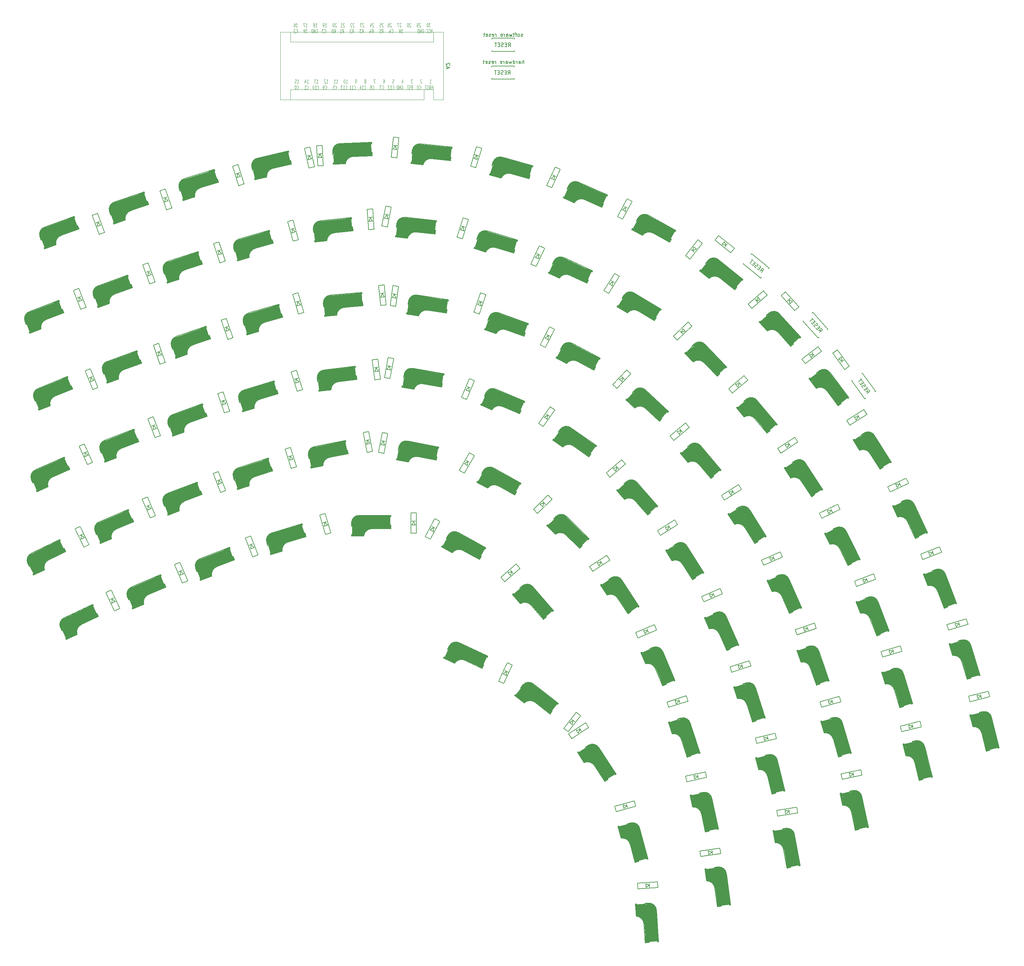
<source format=gbo>
G04 #@! TF.GenerationSoftware,KiCad,Pcbnew,(5.1.5)-3*
G04 #@! TF.CreationDate,2020-02-25T16:26:48+09:00*
G04 #@! TF.ProjectId,fan,66616e2e-6b69-4636-9164-5f7063625858,rev?*
G04 #@! TF.SameCoordinates,Original*
G04 #@! TF.FileFunction,Legend,Bot*
G04 #@! TF.FilePolarity,Positive*
%FSLAX46Y46*%
G04 Gerber Fmt 4.6, Leading zero omitted, Abs format (unit mm)*
G04 Created by KiCad (PCBNEW (5.1.5)-3) date 2020-02-25 16:26:48*
%MOMM*%
%LPD*%
G04 APERTURE LIST*
%ADD10C,0.100000*%
%ADD11C,0.300000*%
%ADD12C,0.800000*%
%ADD13C,3.000000*%
%ADD14C,0.500000*%
%ADD15C,1.000000*%
%ADD16C,3.500000*%
%ADD17C,0.150000*%
%ADD18C,0.400000*%
%ADD19C,0.120000*%
G04 APERTURE END LIST*
D10*
X226729999Y-105152380D02*
X226346190Y-105152380D01*
X226552857Y-105533333D01*
X226464285Y-105533333D01*
X226405238Y-105580952D01*
X226375714Y-105628571D01*
X226346190Y-105723809D01*
X226346190Y-105961904D01*
X226375714Y-106057142D01*
X226405238Y-106104761D01*
X226464285Y-106152380D01*
X226641428Y-106152380D01*
X226700476Y-106104761D01*
X226729999Y-106057142D01*
X225962380Y-105152380D02*
X225903333Y-105152380D01*
X225844285Y-105200000D01*
X225814761Y-105247619D01*
X225785238Y-105342857D01*
X225755714Y-105533333D01*
X225755714Y-105771428D01*
X225785238Y-105961904D01*
X225814761Y-106057142D01*
X225844285Y-106104761D01*
X225903333Y-106152380D01*
X225962380Y-106152380D01*
X226021428Y-106104761D01*
X226050952Y-106057142D01*
X226080476Y-105961904D01*
X226109999Y-105771428D01*
X226109999Y-105533333D01*
X226080476Y-105342857D01*
X226050952Y-105247619D01*
X226021428Y-105200000D01*
X225962380Y-105152380D01*
X224102380Y-105247619D02*
X224072857Y-105200000D01*
X224013809Y-105152380D01*
X223866190Y-105152380D01*
X223807142Y-105200000D01*
X223777619Y-105247619D01*
X223748095Y-105342857D01*
X223748095Y-105438095D01*
X223777619Y-105580952D01*
X224131904Y-106152380D01*
X223748095Y-106152380D01*
X223452857Y-106152380D02*
X223334761Y-106152380D01*
X223275714Y-106104761D01*
X223246190Y-106057142D01*
X223187142Y-105914285D01*
X223157619Y-105723809D01*
X223157619Y-105342857D01*
X223187142Y-105247619D01*
X223216666Y-105200000D01*
X223275714Y-105152380D01*
X223393809Y-105152380D01*
X223452857Y-105200000D01*
X223482380Y-105247619D01*
X223511904Y-105342857D01*
X223511904Y-105580952D01*
X223482380Y-105676190D01*
X223452857Y-105723809D01*
X223393809Y-105771428D01*
X223275714Y-105771428D01*
X223216666Y-105723809D01*
X223187142Y-105676190D01*
X223157619Y-105580952D01*
X221504285Y-105247619D02*
X221474761Y-105200000D01*
X221415714Y-105152380D01*
X221268095Y-105152380D01*
X221209047Y-105200000D01*
X221179523Y-105247619D01*
X221149999Y-105342857D01*
X221149999Y-105438095D01*
X221179523Y-105580952D01*
X221533809Y-106152380D01*
X221149999Y-106152380D01*
X220795714Y-105580952D02*
X220854761Y-105533333D01*
X220884285Y-105485714D01*
X220913809Y-105390476D01*
X220913809Y-105342857D01*
X220884285Y-105247619D01*
X220854761Y-105200000D01*
X220795714Y-105152380D01*
X220677619Y-105152380D01*
X220618571Y-105200000D01*
X220589047Y-105247619D01*
X220559523Y-105342857D01*
X220559523Y-105390476D01*
X220589047Y-105485714D01*
X220618571Y-105533333D01*
X220677619Y-105580952D01*
X220795714Y-105580952D01*
X220854761Y-105628571D01*
X220884285Y-105676190D01*
X220913809Y-105771428D01*
X220913809Y-105961904D01*
X220884285Y-106057142D01*
X220854761Y-106104761D01*
X220795714Y-106152380D01*
X220677619Y-106152380D01*
X220618571Y-106104761D01*
X220589047Y-106057142D01*
X220559523Y-105961904D01*
X220559523Y-105771428D01*
X220589047Y-105676190D01*
X220618571Y-105628571D01*
X220677619Y-105580952D01*
X218906190Y-105247619D02*
X218876666Y-105200000D01*
X218817619Y-105152380D01*
X218669999Y-105152380D01*
X218610952Y-105200000D01*
X218581428Y-105247619D01*
X218551904Y-105342857D01*
X218551904Y-105438095D01*
X218581428Y-105580952D01*
X218935714Y-106152380D01*
X218551904Y-106152380D01*
X218345238Y-105152380D02*
X217931904Y-105152380D01*
X218197619Y-106152380D01*
X216308095Y-105247619D02*
X216278571Y-105200000D01*
X216219523Y-105152380D01*
X216071904Y-105152380D01*
X216012857Y-105200000D01*
X215983333Y-105247619D01*
X215953809Y-105342857D01*
X215953809Y-105438095D01*
X215983333Y-105580952D01*
X216337619Y-106152380D01*
X215953809Y-106152380D01*
X215422380Y-105152380D02*
X215540476Y-105152380D01*
X215599523Y-105200000D01*
X215629047Y-105247619D01*
X215688095Y-105390476D01*
X215717619Y-105580952D01*
X215717619Y-105961904D01*
X215688095Y-106057142D01*
X215658571Y-106104761D01*
X215599523Y-106152380D01*
X215481428Y-106152380D01*
X215422380Y-106104761D01*
X215392857Y-106057142D01*
X215363333Y-105961904D01*
X215363333Y-105723809D01*
X215392857Y-105628571D01*
X215422380Y-105580952D01*
X215481428Y-105533333D01*
X215599523Y-105533333D01*
X215658571Y-105580952D01*
X215688095Y-105628571D01*
X215717619Y-105723809D01*
X214182380Y-105247619D02*
X214152857Y-105200000D01*
X214093809Y-105152380D01*
X213946190Y-105152380D01*
X213887142Y-105200000D01*
X213857619Y-105247619D01*
X213828095Y-105342857D01*
X213828095Y-105438095D01*
X213857619Y-105580952D01*
X214211904Y-106152380D01*
X213828095Y-106152380D01*
X213267142Y-105152380D02*
X213562380Y-105152380D01*
X213591904Y-105628571D01*
X213562380Y-105580952D01*
X213503333Y-105533333D01*
X213355714Y-105533333D01*
X213296666Y-105580952D01*
X213267142Y-105628571D01*
X213237619Y-105723809D01*
X213237619Y-105961904D01*
X213267142Y-106057142D01*
X213296666Y-106104761D01*
X213355714Y-106152380D01*
X213503333Y-106152380D01*
X213562380Y-106104761D01*
X213591904Y-106057142D01*
X211584285Y-105247619D02*
X211554761Y-105200000D01*
X211495714Y-105152380D01*
X211348095Y-105152380D01*
X211289047Y-105200000D01*
X211259523Y-105247619D01*
X211229999Y-105342857D01*
X211229999Y-105438095D01*
X211259523Y-105580952D01*
X211613809Y-106152380D01*
X211229999Y-106152380D01*
X210698571Y-105485714D02*
X210698571Y-106152380D01*
X210846190Y-105104761D02*
X210993809Y-105819047D01*
X210609999Y-105819047D01*
X208986190Y-105247619D02*
X208956666Y-105200000D01*
X208897619Y-105152380D01*
X208749999Y-105152380D01*
X208690952Y-105200000D01*
X208661428Y-105247619D01*
X208631904Y-105342857D01*
X208631904Y-105438095D01*
X208661428Y-105580952D01*
X209015714Y-106152380D01*
X208631904Y-106152380D01*
X208425238Y-105152380D02*
X208041428Y-105152380D01*
X208248095Y-105533333D01*
X208159523Y-105533333D01*
X208100476Y-105580952D01*
X208070952Y-105628571D01*
X208041428Y-105723809D01*
X208041428Y-105961904D01*
X208070952Y-106057142D01*
X208100476Y-106104761D01*
X208159523Y-106152380D01*
X208336666Y-106152380D01*
X208395714Y-106104761D01*
X208425238Y-106057142D01*
X206388095Y-105247619D02*
X206358571Y-105200000D01*
X206299523Y-105152380D01*
X206151904Y-105152380D01*
X206092857Y-105200000D01*
X206063333Y-105247619D01*
X206033809Y-105342857D01*
X206033809Y-105438095D01*
X206063333Y-105580952D01*
X206417619Y-106152380D01*
X206033809Y-106152380D01*
X205797619Y-105247619D02*
X205768095Y-105200000D01*
X205709047Y-105152380D01*
X205561428Y-105152380D01*
X205502380Y-105200000D01*
X205472857Y-105247619D01*
X205443333Y-105342857D01*
X205443333Y-105438095D01*
X205472857Y-105580952D01*
X205827142Y-106152380D01*
X205443333Y-106152380D01*
X203789999Y-105247619D02*
X203760476Y-105200000D01*
X203701428Y-105152380D01*
X203553809Y-105152380D01*
X203494761Y-105200000D01*
X203465238Y-105247619D01*
X203435714Y-105342857D01*
X203435714Y-105438095D01*
X203465238Y-105580952D01*
X203819523Y-106152380D01*
X203435714Y-106152380D01*
X202845238Y-106152380D02*
X203199523Y-106152380D01*
X203022380Y-106152380D02*
X203022380Y-105152380D01*
X203081428Y-105295238D01*
X203140476Y-105390476D01*
X203199523Y-105438095D01*
X201664285Y-105247619D02*
X201634761Y-105200000D01*
X201575714Y-105152380D01*
X201428095Y-105152380D01*
X201369047Y-105200000D01*
X201339523Y-105247619D01*
X201309999Y-105342857D01*
X201309999Y-105438095D01*
X201339523Y-105580952D01*
X201693809Y-106152380D01*
X201309999Y-106152380D01*
X200926190Y-105152380D02*
X200867142Y-105152380D01*
X200808095Y-105200000D01*
X200778571Y-105247619D01*
X200749047Y-105342857D01*
X200719523Y-105533333D01*
X200719523Y-105771428D01*
X200749047Y-105961904D01*
X200778571Y-106057142D01*
X200808095Y-106104761D01*
X200867142Y-106152380D01*
X200926190Y-106152380D01*
X200985238Y-106104761D01*
X201014761Y-106057142D01*
X201044285Y-105961904D01*
X201073809Y-105771428D01*
X201073809Y-105533333D01*
X201044285Y-105342857D01*
X201014761Y-105247619D01*
X200985238Y-105200000D01*
X200926190Y-105152380D01*
X198711904Y-106152380D02*
X199066190Y-106152380D01*
X198889047Y-106152380D02*
X198889047Y-105152380D01*
X198948095Y-105295238D01*
X199007142Y-105390476D01*
X199066190Y-105438095D01*
X198416666Y-106152380D02*
X198298571Y-106152380D01*
X198239523Y-106104761D01*
X198209999Y-106057142D01*
X198150952Y-105914285D01*
X198121428Y-105723809D01*
X198121428Y-105342857D01*
X198150952Y-105247619D01*
X198180476Y-105200000D01*
X198239523Y-105152380D01*
X198357619Y-105152380D01*
X198416666Y-105200000D01*
X198446190Y-105247619D01*
X198475714Y-105342857D01*
X198475714Y-105580952D01*
X198446190Y-105676190D01*
X198416666Y-105723809D01*
X198357619Y-105771428D01*
X198239523Y-105771428D01*
X198180476Y-105723809D01*
X198150952Y-105676190D01*
X198121428Y-105580952D01*
X196113809Y-106152380D02*
X196468095Y-106152380D01*
X196290952Y-106152380D02*
X196290952Y-105152380D01*
X196349999Y-105295238D01*
X196409047Y-105390476D01*
X196468095Y-105438095D01*
X195759523Y-105580952D02*
X195818571Y-105533333D01*
X195848095Y-105485714D01*
X195877619Y-105390476D01*
X195877619Y-105342857D01*
X195848095Y-105247619D01*
X195818571Y-105200000D01*
X195759523Y-105152380D01*
X195641428Y-105152380D01*
X195582380Y-105200000D01*
X195552857Y-105247619D01*
X195523333Y-105342857D01*
X195523333Y-105390476D01*
X195552857Y-105485714D01*
X195582380Y-105533333D01*
X195641428Y-105580952D01*
X195759523Y-105580952D01*
X195818571Y-105628571D01*
X195848095Y-105676190D01*
X195877619Y-105771428D01*
X195877619Y-105961904D01*
X195848095Y-106057142D01*
X195818571Y-106104761D01*
X195759523Y-106152380D01*
X195641428Y-106152380D01*
X195582380Y-106104761D01*
X195552857Y-106057142D01*
X195523333Y-105961904D01*
X195523333Y-105771428D01*
X195552857Y-105676190D01*
X195582380Y-105628571D01*
X195641428Y-105580952D01*
X193515714Y-106152380D02*
X193869999Y-106152380D01*
X193692857Y-106152380D02*
X193692857Y-105152380D01*
X193751904Y-105295238D01*
X193810952Y-105390476D01*
X193869999Y-105438095D01*
X193309047Y-105152380D02*
X192895714Y-105152380D01*
X193161428Y-106152380D01*
X190917619Y-106152380D02*
X191271904Y-106152380D01*
X191094761Y-106152380D02*
X191094761Y-105152380D01*
X191153809Y-105295238D01*
X191212857Y-105390476D01*
X191271904Y-105438095D01*
X190386190Y-105152380D02*
X190504285Y-105152380D01*
X190563333Y-105200000D01*
X190592857Y-105247619D01*
X190651904Y-105390476D01*
X190681428Y-105580952D01*
X190681428Y-105961904D01*
X190651904Y-106057142D01*
X190622380Y-106104761D01*
X190563333Y-106152380D01*
X190445238Y-106152380D01*
X190386190Y-106104761D01*
X190356666Y-106057142D01*
X190327142Y-105961904D01*
X190327142Y-105723809D01*
X190356666Y-105628571D01*
X190386190Y-105580952D01*
X190445238Y-105533333D01*
X190563333Y-105533333D01*
X190622380Y-105580952D01*
X190651904Y-105628571D01*
X190681428Y-105723809D01*
X227246666Y-106752380D02*
X227040000Y-107752380D01*
X226833333Y-106752380D01*
X226272380Y-107657142D02*
X226301904Y-107704761D01*
X226390476Y-107752380D01*
X226449523Y-107752380D01*
X226538095Y-107704761D01*
X226597142Y-107609523D01*
X226626666Y-107514285D01*
X226656190Y-107323809D01*
X226656190Y-107180952D01*
X226626666Y-106990476D01*
X226597142Y-106895238D01*
X226538095Y-106800000D01*
X226449523Y-106752380D01*
X226390476Y-106752380D01*
X226301904Y-106800000D01*
X226272380Y-106847619D01*
X225652380Y-107657142D02*
X225681904Y-107704761D01*
X225770476Y-107752380D01*
X225829523Y-107752380D01*
X225918095Y-107704761D01*
X225977142Y-107609523D01*
X226006666Y-107514285D01*
X226036190Y-107323809D01*
X226036190Y-107180952D01*
X226006666Y-106990476D01*
X225977142Y-106895238D01*
X225918095Y-106800000D01*
X225829523Y-106752380D01*
X225770476Y-106752380D01*
X225681904Y-106800000D01*
X225652380Y-106847619D01*
X224589523Y-106800000D02*
X224648571Y-106752380D01*
X224737142Y-106752380D01*
X224825714Y-106800000D01*
X224884761Y-106895238D01*
X224914285Y-106990476D01*
X224943809Y-107180952D01*
X224943809Y-107323809D01*
X224914285Y-107514285D01*
X224884761Y-107609523D01*
X224825714Y-107704761D01*
X224737142Y-107752380D01*
X224678095Y-107752380D01*
X224589523Y-107704761D01*
X224559999Y-107657142D01*
X224559999Y-107323809D01*
X224678095Y-107323809D01*
X224294285Y-107752380D02*
X224294285Y-106752380D01*
X223939999Y-107752380D01*
X223939999Y-106752380D01*
X223644761Y-107752380D02*
X223644761Y-106752380D01*
X223497142Y-106752380D01*
X223408571Y-106800000D01*
X223349523Y-106895238D01*
X223319999Y-106990476D01*
X223290476Y-107180952D01*
X223290476Y-107323809D01*
X223319999Y-107514285D01*
X223349523Y-107609523D01*
X223408571Y-107704761D01*
X223497142Y-107752380D01*
X223644761Y-107752380D01*
X218950476Y-106752380D02*
X219245714Y-106752380D01*
X219275238Y-107228571D01*
X219245714Y-107180952D01*
X219186666Y-107133333D01*
X219039047Y-107133333D01*
X218980000Y-107180952D01*
X218950476Y-107228571D01*
X218920952Y-107323809D01*
X218920952Y-107561904D01*
X218950476Y-107657142D01*
X218980000Y-107704761D01*
X219039047Y-107752380D01*
X219186666Y-107752380D01*
X219245714Y-107704761D01*
X219275238Y-107657142D01*
X218743809Y-106752380D02*
X218537142Y-107752380D01*
X218330476Y-106752380D01*
X216352380Y-107657142D02*
X216381904Y-107704761D01*
X216470476Y-107752380D01*
X216529523Y-107752380D01*
X216618095Y-107704761D01*
X216677142Y-107609523D01*
X216706666Y-107514285D01*
X216736190Y-107323809D01*
X216736190Y-107180952D01*
X216706666Y-106990476D01*
X216677142Y-106895238D01*
X216618095Y-106800000D01*
X216529523Y-106752380D01*
X216470476Y-106752380D01*
X216381904Y-106800000D01*
X216352380Y-106847619D01*
X215820952Y-107085714D02*
X215820952Y-107752380D01*
X215968571Y-106704761D02*
X216116190Y-107419047D01*
X215732380Y-107419047D01*
X213724761Y-107752380D02*
X213931428Y-107276190D01*
X214079047Y-107752380D02*
X214079047Y-106752380D01*
X213842857Y-106752380D01*
X213783809Y-106800000D01*
X213754285Y-106847619D01*
X213724761Y-106942857D01*
X213724761Y-107085714D01*
X213754285Y-107180952D01*
X213783809Y-107228571D01*
X213842857Y-107276190D01*
X214079047Y-107276190D01*
X213163809Y-106752380D02*
X213459047Y-106752380D01*
X213488571Y-107228571D01*
X213459047Y-107180952D01*
X213400000Y-107133333D01*
X213252380Y-107133333D01*
X213193333Y-107180952D01*
X213163809Y-107228571D01*
X213134285Y-107323809D01*
X213134285Y-107561904D01*
X213163809Y-107657142D01*
X213193333Y-107704761D01*
X213252380Y-107752380D01*
X213400000Y-107752380D01*
X213459047Y-107704761D01*
X213488571Y-107657142D01*
X211097142Y-107752380D02*
X211303809Y-107276190D01*
X211451428Y-107752380D02*
X211451428Y-106752380D01*
X211215238Y-106752380D01*
X211156190Y-106800000D01*
X211126666Y-106847619D01*
X211097142Y-106942857D01*
X211097142Y-107085714D01*
X211126666Y-107180952D01*
X211156190Y-107228571D01*
X211215238Y-107276190D01*
X211451428Y-107276190D01*
X210565714Y-107085714D02*
X210565714Y-107752380D01*
X210713333Y-106704761D02*
X210860952Y-107419047D01*
X210477142Y-107419047D01*
X208469523Y-107752380D02*
X208676190Y-107276190D01*
X208823809Y-107752380D02*
X208823809Y-106752380D01*
X208587619Y-106752380D01*
X208528571Y-106800000D01*
X208499047Y-106847619D01*
X208469523Y-106942857D01*
X208469523Y-107085714D01*
X208499047Y-107180952D01*
X208528571Y-107228571D01*
X208587619Y-107276190D01*
X208823809Y-107276190D01*
X208262857Y-106752380D02*
X207879047Y-106752380D01*
X208085714Y-107133333D01*
X207997142Y-107133333D01*
X207938095Y-107180952D01*
X207908571Y-107228571D01*
X207879047Y-107323809D01*
X207879047Y-107561904D01*
X207908571Y-107657142D01*
X207938095Y-107704761D01*
X207997142Y-107752380D01*
X208174285Y-107752380D01*
X208233333Y-107704761D01*
X208262857Y-107657142D01*
X205841904Y-107752380D02*
X206048571Y-107276190D01*
X206196190Y-107752380D02*
X206196190Y-106752380D01*
X205960000Y-106752380D01*
X205900952Y-106800000D01*
X205871428Y-106847619D01*
X205841904Y-106942857D01*
X205841904Y-107085714D01*
X205871428Y-107180952D01*
X205900952Y-107228571D01*
X205960000Y-107276190D01*
X206196190Y-107276190D01*
X205605714Y-106847619D02*
X205576190Y-106800000D01*
X205517142Y-106752380D01*
X205369523Y-106752380D01*
X205310476Y-106800000D01*
X205280952Y-106847619D01*
X205251428Y-106942857D01*
X205251428Y-107038095D01*
X205280952Y-107180952D01*
X205635238Y-107752380D01*
X205251428Y-107752380D01*
X203214285Y-107752380D02*
X203420952Y-107276190D01*
X203568571Y-107752380D02*
X203568571Y-106752380D01*
X203332380Y-106752380D01*
X203273333Y-106800000D01*
X203243809Y-106847619D01*
X203214285Y-106942857D01*
X203214285Y-107085714D01*
X203243809Y-107180952D01*
X203273333Y-107228571D01*
X203332380Y-107276190D01*
X203568571Y-107276190D01*
X202623809Y-107752380D02*
X202978095Y-107752380D01*
X202800952Y-107752380D02*
X202800952Y-106752380D01*
X202860000Y-106895238D01*
X202919047Y-106990476D01*
X202978095Y-107038095D01*
X201059047Y-107752380D02*
X201265714Y-107276190D01*
X201413333Y-107752380D02*
X201413333Y-106752380D01*
X201177142Y-106752380D01*
X201118095Y-106800000D01*
X201088571Y-106847619D01*
X201059047Y-106942857D01*
X201059047Y-107085714D01*
X201088571Y-107180952D01*
X201118095Y-107228571D01*
X201177142Y-107276190D01*
X201413333Y-107276190D01*
X200675238Y-106752380D02*
X200616190Y-106752380D01*
X200557142Y-106800000D01*
X200527619Y-106847619D01*
X200498095Y-106942857D01*
X200468571Y-107133333D01*
X200468571Y-107371428D01*
X200498095Y-107561904D01*
X200527619Y-107657142D01*
X200557142Y-107704761D01*
X200616190Y-107752380D01*
X200675238Y-107752380D01*
X200734285Y-107704761D01*
X200763809Y-107657142D01*
X200793333Y-107561904D01*
X200822857Y-107371428D01*
X200822857Y-107133333D01*
X200793333Y-106942857D01*
X200763809Y-106847619D01*
X200734285Y-106800000D01*
X200675238Y-106752380D01*
X198431428Y-107657142D02*
X198460952Y-107704761D01*
X198549523Y-107752380D01*
X198608571Y-107752380D01*
X198697142Y-107704761D01*
X198756190Y-107609523D01*
X198785714Y-107514285D01*
X198815238Y-107323809D01*
X198815238Y-107180952D01*
X198785714Y-106990476D01*
X198756190Y-106895238D01*
X198697142Y-106800000D01*
X198608571Y-106752380D01*
X198549523Y-106752380D01*
X198460952Y-106800000D01*
X198431428Y-106847619D01*
X198224761Y-106752380D02*
X197840952Y-106752380D01*
X198047619Y-107133333D01*
X197959047Y-107133333D01*
X197900000Y-107180952D01*
X197870476Y-107228571D01*
X197840952Y-107323809D01*
X197840952Y-107561904D01*
X197870476Y-107657142D01*
X197900000Y-107704761D01*
X197959047Y-107752380D01*
X198136190Y-107752380D01*
X198195238Y-107704761D01*
X198224761Y-107657142D01*
X196305714Y-106800000D02*
X196364761Y-106752380D01*
X196453333Y-106752380D01*
X196541904Y-106800000D01*
X196600952Y-106895238D01*
X196630476Y-106990476D01*
X196660000Y-107180952D01*
X196660000Y-107323809D01*
X196630476Y-107514285D01*
X196600952Y-107609523D01*
X196541904Y-107704761D01*
X196453333Y-107752380D01*
X196394285Y-107752380D01*
X196305714Y-107704761D01*
X196276190Y-107657142D01*
X196276190Y-107323809D01*
X196394285Y-107323809D01*
X196010476Y-107752380D02*
X196010476Y-106752380D01*
X195656190Y-107752380D01*
X195656190Y-106752380D01*
X195360952Y-107752380D02*
X195360952Y-106752380D01*
X195213333Y-106752380D01*
X195124761Y-106800000D01*
X195065714Y-106895238D01*
X195036190Y-106990476D01*
X195006666Y-107180952D01*
X195006666Y-107323809D01*
X195036190Y-107514285D01*
X195065714Y-107609523D01*
X195124761Y-107704761D01*
X195213333Y-107752380D01*
X195360952Y-107752380D01*
X193855238Y-106752380D02*
X193471428Y-106752380D01*
X193678095Y-107133333D01*
X193589523Y-107133333D01*
X193530476Y-107180952D01*
X193500952Y-107228571D01*
X193471428Y-107323809D01*
X193471428Y-107561904D01*
X193500952Y-107657142D01*
X193530476Y-107704761D01*
X193589523Y-107752380D01*
X193766666Y-107752380D01*
X193825714Y-107704761D01*
X193855238Y-107657142D01*
X193294285Y-106752380D02*
X193087619Y-107752380D01*
X192880952Y-106752380D01*
X190902857Y-107657142D02*
X190932380Y-107704761D01*
X191020952Y-107752380D01*
X191080000Y-107752380D01*
X191168571Y-107704761D01*
X191227619Y-107609523D01*
X191257142Y-107514285D01*
X191286666Y-107323809D01*
X191286666Y-107180952D01*
X191257142Y-106990476D01*
X191227619Y-106895238D01*
X191168571Y-106800000D01*
X191080000Y-106752380D01*
X191020952Y-106752380D01*
X190932380Y-106800000D01*
X190902857Y-106847619D01*
X190666666Y-106847619D02*
X190637142Y-106800000D01*
X190578095Y-106752380D01*
X190430476Y-106752380D01*
X190371428Y-106800000D01*
X190341904Y-106847619D01*
X190312380Y-106942857D01*
X190312380Y-107038095D01*
X190341904Y-107180952D01*
X190696190Y-107752380D01*
X190312380Y-107752380D01*
X226537142Y-121152380D02*
X226891428Y-121152380D01*
X226714285Y-121152380D02*
X226714285Y-120152380D01*
X226773333Y-120295238D01*
X226832380Y-120390476D01*
X226891428Y-120438095D01*
X224411428Y-120247619D02*
X224381904Y-120200000D01*
X224322857Y-120152380D01*
X224175238Y-120152380D01*
X224116190Y-120200000D01*
X224086666Y-120247619D01*
X224057142Y-120342857D01*
X224057142Y-120438095D01*
X224086666Y-120580952D01*
X224440952Y-121152380D01*
X224057142Y-121152380D01*
X221960952Y-120152380D02*
X221577142Y-120152380D01*
X221783809Y-120533333D01*
X221695238Y-120533333D01*
X221636190Y-120580952D01*
X221606666Y-120628571D01*
X221577142Y-120723809D01*
X221577142Y-120961904D01*
X221606666Y-121057142D01*
X221636190Y-121104761D01*
X221695238Y-121152380D01*
X221872380Y-121152380D01*
X221931428Y-121104761D01*
X221960952Y-121057142D01*
X219156190Y-120485714D02*
X219156190Y-121152380D01*
X219303809Y-120104761D02*
X219451428Y-120819047D01*
X219067619Y-120819047D01*
X216646666Y-120152380D02*
X216941904Y-120152380D01*
X216971428Y-120628571D01*
X216941904Y-120580952D01*
X216882857Y-120533333D01*
X216735238Y-120533333D01*
X216676190Y-120580952D01*
X216646666Y-120628571D01*
X216617142Y-120723809D01*
X216617142Y-120961904D01*
X216646666Y-121057142D01*
X216676190Y-121104761D01*
X216735238Y-121152380D01*
X216882857Y-121152380D01*
X216941904Y-121104761D01*
X216971428Y-121057142D01*
X214196190Y-120152380D02*
X214314285Y-120152380D01*
X214373333Y-120200000D01*
X214402857Y-120247619D01*
X214461904Y-120390476D01*
X214491428Y-120580952D01*
X214491428Y-120961904D01*
X214461904Y-121057142D01*
X214432380Y-121104761D01*
X214373333Y-121152380D01*
X214255238Y-121152380D01*
X214196190Y-121104761D01*
X214166666Y-121057142D01*
X214137142Y-120961904D01*
X214137142Y-120723809D01*
X214166666Y-120628571D01*
X214196190Y-120580952D01*
X214255238Y-120533333D01*
X214373333Y-120533333D01*
X214432380Y-120580952D01*
X214461904Y-120628571D01*
X214491428Y-120723809D01*
X212040952Y-120152380D02*
X211627619Y-120152380D01*
X211893333Y-121152380D01*
X209413333Y-120580952D02*
X209472380Y-120533333D01*
X209501904Y-120485714D01*
X209531428Y-120390476D01*
X209531428Y-120342857D01*
X209501904Y-120247619D01*
X209472380Y-120200000D01*
X209413333Y-120152380D01*
X209295238Y-120152380D01*
X209236190Y-120200000D01*
X209206666Y-120247619D01*
X209177142Y-120342857D01*
X209177142Y-120390476D01*
X209206666Y-120485714D01*
X209236190Y-120533333D01*
X209295238Y-120580952D01*
X209413333Y-120580952D01*
X209472380Y-120628571D01*
X209501904Y-120676190D01*
X209531428Y-120771428D01*
X209531428Y-120961904D01*
X209501904Y-121057142D01*
X209472380Y-121104761D01*
X209413333Y-121152380D01*
X209295238Y-121152380D01*
X209236190Y-121104761D01*
X209206666Y-121057142D01*
X209177142Y-120961904D01*
X209177142Y-120771428D01*
X209206666Y-120676190D01*
X209236190Y-120628571D01*
X209295238Y-120580952D01*
X206992380Y-121152380D02*
X206874285Y-121152380D01*
X206815238Y-121104761D01*
X206785714Y-121057142D01*
X206726666Y-120914285D01*
X206697142Y-120723809D01*
X206697142Y-120342857D01*
X206726666Y-120247619D01*
X206756190Y-120200000D01*
X206815238Y-120152380D01*
X206933333Y-120152380D01*
X206992380Y-120200000D01*
X207021904Y-120247619D01*
X207051428Y-120342857D01*
X207051428Y-120580952D01*
X207021904Y-120676190D01*
X206992380Y-120723809D01*
X206933333Y-120771428D01*
X206815238Y-120771428D01*
X206756190Y-120723809D01*
X206726666Y-120676190D01*
X206697142Y-120580952D01*
X204217142Y-121152380D02*
X204571428Y-121152380D01*
X204394285Y-121152380D02*
X204394285Y-120152380D01*
X204453333Y-120295238D01*
X204512380Y-120390476D01*
X204571428Y-120438095D01*
X203833333Y-120152380D02*
X203774285Y-120152380D01*
X203715238Y-120200000D01*
X203685714Y-120247619D01*
X203656190Y-120342857D01*
X203626666Y-120533333D01*
X203626666Y-120771428D01*
X203656190Y-120961904D01*
X203685714Y-121057142D01*
X203715238Y-121104761D01*
X203774285Y-121152380D01*
X203833333Y-121152380D01*
X203892380Y-121104761D01*
X203921904Y-121057142D01*
X203951428Y-120961904D01*
X203980952Y-120771428D01*
X203980952Y-120533333D01*
X203951428Y-120342857D01*
X203921904Y-120247619D01*
X203892380Y-120200000D01*
X203833333Y-120152380D01*
X201619047Y-121152380D02*
X201973333Y-121152380D01*
X201796190Y-121152380D02*
X201796190Y-120152380D01*
X201855238Y-120295238D01*
X201914285Y-120390476D01*
X201973333Y-120438095D01*
X201028571Y-121152380D02*
X201382857Y-121152380D01*
X201205714Y-121152380D02*
X201205714Y-120152380D01*
X201264761Y-120295238D01*
X201323809Y-120390476D01*
X201382857Y-120438095D01*
X199020952Y-121152380D02*
X199375238Y-121152380D01*
X199198095Y-121152380D02*
X199198095Y-120152380D01*
X199257142Y-120295238D01*
X199316190Y-120390476D01*
X199375238Y-120438095D01*
X198784761Y-120247619D02*
X198755238Y-120200000D01*
X198696190Y-120152380D01*
X198548571Y-120152380D01*
X198489523Y-120200000D01*
X198459999Y-120247619D01*
X198430476Y-120342857D01*
X198430476Y-120438095D01*
X198459999Y-120580952D01*
X198814285Y-121152380D01*
X198430476Y-121152380D01*
X196422857Y-121152380D02*
X196777142Y-121152380D01*
X196599999Y-121152380D02*
X196599999Y-120152380D01*
X196659047Y-120295238D01*
X196718095Y-120390476D01*
X196777142Y-120438095D01*
X196216190Y-120152380D02*
X195832380Y-120152380D01*
X196039047Y-120533333D01*
X195950476Y-120533333D01*
X195891428Y-120580952D01*
X195861904Y-120628571D01*
X195832380Y-120723809D01*
X195832380Y-120961904D01*
X195861904Y-121057142D01*
X195891428Y-121104761D01*
X195950476Y-121152380D01*
X196127619Y-121152380D01*
X196186666Y-121104761D01*
X196216190Y-121057142D01*
X193824761Y-121152380D02*
X194179047Y-121152380D01*
X194001904Y-121152380D02*
X194001904Y-120152380D01*
X194060952Y-120295238D01*
X194119999Y-120390476D01*
X194179047Y-120438095D01*
X193293333Y-120485714D02*
X193293333Y-121152380D01*
X193440952Y-120104761D02*
X193588571Y-120819047D01*
X193204761Y-120819047D01*
X191226666Y-121152380D02*
X191580952Y-121152380D01*
X191403809Y-121152380D02*
X191403809Y-120152380D01*
X191462857Y-120295238D01*
X191521904Y-120390476D01*
X191580952Y-120438095D01*
X190665714Y-120152380D02*
X190960952Y-120152380D01*
X190990476Y-120628571D01*
X190960952Y-120580952D01*
X190901904Y-120533333D01*
X190754285Y-120533333D01*
X190695238Y-120580952D01*
X190665714Y-120628571D01*
X190636190Y-120723809D01*
X190636190Y-120961904D01*
X190665714Y-121057142D01*
X190695238Y-121104761D01*
X190754285Y-121152380D01*
X190901904Y-121152380D01*
X190960952Y-121104761D01*
X190990476Y-121057142D01*
X227393333Y-122752380D02*
X227393333Y-121752380D01*
X227393333Y-122228571D02*
X227039047Y-122228571D01*
X227039047Y-122752380D02*
X227039047Y-121752380D01*
X226389523Y-122752380D02*
X226596190Y-122276190D01*
X226743809Y-122752380D02*
X226743809Y-121752380D01*
X226507619Y-121752380D01*
X226448571Y-121800000D01*
X226419047Y-121847619D01*
X226389523Y-121942857D01*
X226389523Y-122085714D01*
X226419047Y-122180952D01*
X226448571Y-122228571D01*
X226507619Y-122276190D01*
X226743809Y-122276190D01*
X226153333Y-122704761D02*
X226064761Y-122752380D01*
X225917142Y-122752380D01*
X225858095Y-122704761D01*
X225828571Y-122657142D01*
X225799047Y-122561904D01*
X225799047Y-122466666D01*
X225828571Y-122371428D01*
X225858095Y-122323809D01*
X225917142Y-122276190D01*
X226035238Y-122228571D01*
X226094285Y-122180952D01*
X226123809Y-122133333D01*
X226153333Y-122038095D01*
X226153333Y-121942857D01*
X226123809Y-121847619D01*
X226094285Y-121800000D01*
X226035238Y-121752380D01*
X225887619Y-121752380D01*
X225799047Y-121800000D01*
X225621904Y-121752380D02*
X225267619Y-121752380D01*
X225444761Y-122752380D02*
X225444761Y-121752380D01*
X223761904Y-122657142D02*
X223791428Y-122704761D01*
X223879999Y-122752380D01*
X223939047Y-122752380D01*
X224027619Y-122704761D01*
X224086666Y-122609523D01*
X224116190Y-122514285D01*
X224145714Y-122323809D01*
X224145714Y-122180952D01*
X224116190Y-121990476D01*
X224086666Y-121895238D01*
X224027619Y-121800000D01*
X223939047Y-121752380D01*
X223879999Y-121752380D01*
X223791428Y-121800000D01*
X223761904Y-121847619D01*
X223407619Y-122180952D02*
X223466666Y-122133333D01*
X223496190Y-122085714D01*
X223525714Y-121990476D01*
X223525714Y-121942857D01*
X223496190Y-121847619D01*
X223466666Y-121800000D01*
X223407619Y-121752380D01*
X223289523Y-121752380D01*
X223230476Y-121800000D01*
X223200952Y-121847619D01*
X223171428Y-121942857D01*
X223171428Y-121990476D01*
X223200952Y-122085714D01*
X223230476Y-122133333D01*
X223289523Y-122180952D01*
X223407619Y-122180952D01*
X223466666Y-122228571D01*
X223496190Y-122276190D01*
X223525714Y-122371428D01*
X223525714Y-122561904D01*
X223496190Y-122657142D01*
X223466666Y-122704761D01*
X223407619Y-122752380D01*
X223289523Y-122752380D01*
X223230476Y-122704761D01*
X223200952Y-122657142D01*
X223171428Y-122561904D01*
X223171428Y-122371428D01*
X223200952Y-122276190D01*
X223230476Y-122228571D01*
X223289523Y-122180952D01*
X221606666Y-122752380D02*
X221813333Y-122276190D01*
X221960952Y-122752380D02*
X221960952Y-121752380D01*
X221724761Y-121752380D01*
X221665714Y-121800000D01*
X221636190Y-121847619D01*
X221606666Y-121942857D01*
X221606666Y-122085714D01*
X221636190Y-122180952D01*
X221665714Y-122228571D01*
X221724761Y-122276190D01*
X221960952Y-122276190D01*
X221370476Y-122704761D02*
X221281904Y-122752380D01*
X221134285Y-122752380D01*
X221075238Y-122704761D01*
X221045714Y-122657142D01*
X221016190Y-122561904D01*
X221016190Y-122466666D01*
X221045714Y-122371428D01*
X221075238Y-122323809D01*
X221134285Y-122276190D01*
X221252380Y-122228571D01*
X221311428Y-122180952D01*
X221340952Y-122133333D01*
X221370476Y-122038095D01*
X221370476Y-121942857D01*
X221340952Y-121847619D01*
X221311428Y-121800000D01*
X221252380Y-121752380D01*
X221104761Y-121752380D01*
X221016190Y-121800000D01*
X220839047Y-121752380D02*
X220484761Y-121752380D01*
X220661904Y-122752380D02*
X220661904Y-121752380D01*
X219008571Y-121800000D02*
X219067619Y-121752380D01*
X219156190Y-121752380D01*
X219244761Y-121800000D01*
X219303809Y-121895238D01*
X219333333Y-121990476D01*
X219362857Y-122180952D01*
X219362857Y-122323809D01*
X219333333Y-122514285D01*
X219303809Y-122609523D01*
X219244761Y-122704761D01*
X219156190Y-122752380D01*
X219097142Y-122752380D01*
X219008571Y-122704761D01*
X218979047Y-122657142D01*
X218979047Y-122323809D01*
X219097142Y-122323809D01*
X218713333Y-122752380D02*
X218713333Y-121752380D01*
X218359047Y-122752380D01*
X218359047Y-121752380D01*
X218063809Y-122752380D02*
X218063809Y-121752380D01*
X217916190Y-121752380D01*
X217827619Y-121800000D01*
X217768571Y-121895238D01*
X217739047Y-121990476D01*
X217709523Y-122180952D01*
X217709523Y-122323809D01*
X217739047Y-122514285D01*
X217768571Y-122609523D01*
X217827619Y-122704761D01*
X217916190Y-122752380D01*
X218063809Y-122752380D01*
X216617142Y-122657142D02*
X216646666Y-122704761D01*
X216735238Y-122752380D01*
X216794285Y-122752380D01*
X216882857Y-122704761D01*
X216941904Y-122609523D01*
X216971428Y-122514285D01*
X217000952Y-122323809D01*
X217000952Y-122180952D01*
X216971428Y-121990476D01*
X216941904Y-121895238D01*
X216882857Y-121800000D01*
X216794285Y-121752380D01*
X216735238Y-121752380D01*
X216646666Y-121800000D01*
X216617142Y-121847619D01*
X216026666Y-122752380D02*
X216380952Y-122752380D01*
X216203809Y-122752380D02*
X216203809Y-121752380D01*
X216262857Y-121895238D01*
X216321904Y-121990476D01*
X216380952Y-122038095D01*
X215790476Y-121847619D02*
X215760952Y-121800000D01*
X215701904Y-121752380D01*
X215554285Y-121752380D01*
X215495238Y-121800000D01*
X215465714Y-121847619D01*
X215436190Y-121942857D01*
X215436190Y-122038095D01*
X215465714Y-122180952D01*
X215819999Y-122752380D01*
X215436190Y-122752380D01*
X213871428Y-122657142D02*
X213900952Y-122704761D01*
X213989523Y-122752380D01*
X214048571Y-122752380D01*
X214137142Y-122704761D01*
X214196190Y-122609523D01*
X214225714Y-122514285D01*
X214255238Y-122323809D01*
X214255238Y-122180952D01*
X214225714Y-121990476D01*
X214196190Y-121895238D01*
X214137142Y-121800000D01*
X214048571Y-121752380D01*
X213989523Y-121752380D01*
X213900952Y-121800000D01*
X213871428Y-121847619D01*
X213664761Y-121752380D02*
X213251428Y-121752380D01*
X213517142Y-122752380D01*
X211243809Y-122657142D02*
X211273333Y-122704761D01*
X211361904Y-122752380D01*
X211420952Y-122752380D01*
X211509523Y-122704761D01*
X211568571Y-122609523D01*
X211598095Y-122514285D01*
X211627619Y-122323809D01*
X211627619Y-122180952D01*
X211598095Y-121990476D01*
X211568571Y-121895238D01*
X211509523Y-121800000D01*
X211420952Y-121752380D01*
X211361904Y-121752380D01*
X211273333Y-121800000D01*
X211243809Y-121847619D01*
X210712380Y-121752380D02*
X210830476Y-121752380D01*
X210889523Y-121800000D01*
X210919047Y-121847619D01*
X210978095Y-121990476D01*
X211007619Y-122180952D01*
X211007619Y-122561904D01*
X210978095Y-122657142D01*
X210948571Y-122704761D01*
X210889523Y-122752380D01*
X210771428Y-122752380D01*
X210712380Y-122704761D01*
X210682857Y-122657142D01*
X210653333Y-122561904D01*
X210653333Y-122323809D01*
X210682857Y-122228571D01*
X210712380Y-122180952D01*
X210771428Y-122133333D01*
X210889523Y-122133333D01*
X210948571Y-122180952D01*
X210978095Y-122228571D01*
X211007619Y-122323809D01*
X209088571Y-122657142D02*
X209118095Y-122704761D01*
X209206666Y-122752380D01*
X209265714Y-122752380D01*
X209354285Y-122704761D01*
X209413333Y-122609523D01*
X209442857Y-122514285D01*
X209472380Y-122323809D01*
X209472380Y-122180952D01*
X209442857Y-121990476D01*
X209413333Y-121895238D01*
X209354285Y-121800000D01*
X209265714Y-121752380D01*
X209206666Y-121752380D01*
X209118095Y-121800000D01*
X209088571Y-121847619D01*
X208498095Y-122752380D02*
X208852380Y-122752380D01*
X208675238Y-122752380D02*
X208675238Y-121752380D01*
X208734285Y-121895238D01*
X208793333Y-121990476D01*
X208852380Y-122038095D01*
X207966666Y-122085714D02*
X207966666Y-122752380D01*
X208114285Y-121704761D02*
X208261904Y-122419047D01*
X207878095Y-122419047D01*
X206342857Y-122657142D02*
X206372380Y-122704761D01*
X206460952Y-122752380D01*
X206520000Y-122752380D01*
X206608571Y-122704761D01*
X206667619Y-122609523D01*
X206697142Y-122514285D01*
X206726666Y-122323809D01*
X206726666Y-122180952D01*
X206697142Y-121990476D01*
X206667619Y-121895238D01*
X206608571Y-121800000D01*
X206520000Y-121752380D01*
X206460952Y-121752380D01*
X206372380Y-121800000D01*
X206342857Y-121847619D01*
X205752380Y-122752380D02*
X206106666Y-122752380D01*
X205929523Y-122752380D02*
X205929523Y-121752380D01*
X205988571Y-121895238D01*
X206047619Y-121990476D01*
X206106666Y-122038095D01*
X205161904Y-122752380D02*
X205516190Y-122752380D01*
X205339047Y-122752380D02*
X205339047Y-121752380D01*
X205398095Y-121895238D01*
X205457142Y-121990476D01*
X205516190Y-122038095D01*
X204069523Y-122657142D02*
X204099047Y-122704761D01*
X204187619Y-122752380D01*
X204246666Y-122752380D01*
X204335238Y-122704761D01*
X204394285Y-122609523D01*
X204423809Y-122514285D01*
X204453333Y-122323809D01*
X204453333Y-122180952D01*
X204423809Y-121990476D01*
X204394285Y-121895238D01*
X204335238Y-121800000D01*
X204246666Y-121752380D01*
X204187619Y-121752380D01*
X204099047Y-121800000D01*
X204069523Y-121847619D01*
X203479047Y-122752380D02*
X203833333Y-122752380D01*
X203656190Y-122752380D02*
X203656190Y-121752380D01*
X203715238Y-121895238D01*
X203774285Y-121990476D01*
X203833333Y-122038095D01*
X203272380Y-121752380D02*
X202888571Y-121752380D01*
X203095238Y-122133333D01*
X203006666Y-122133333D01*
X202947619Y-122180952D01*
X202918095Y-122228571D01*
X202888571Y-122323809D01*
X202888571Y-122561904D01*
X202918095Y-122657142D01*
X202947619Y-122704761D01*
X203006666Y-122752380D01*
X203183809Y-122752380D01*
X203242857Y-122704761D01*
X203272380Y-122657142D01*
X201323809Y-122657142D02*
X201353333Y-122704761D01*
X201441904Y-122752380D01*
X201500952Y-122752380D01*
X201589523Y-122704761D01*
X201648571Y-122609523D01*
X201678095Y-122514285D01*
X201707619Y-122323809D01*
X201707619Y-122180952D01*
X201678095Y-121990476D01*
X201648571Y-121895238D01*
X201589523Y-121800000D01*
X201500952Y-121752380D01*
X201441904Y-121752380D01*
X201353333Y-121800000D01*
X201323809Y-121847619D01*
X200762857Y-121752380D02*
X201058095Y-121752380D01*
X201087619Y-122228571D01*
X201058095Y-122180952D01*
X200999047Y-122133333D01*
X200851428Y-122133333D01*
X200792380Y-122180952D01*
X200762857Y-122228571D01*
X200733333Y-122323809D01*
X200733333Y-122561904D01*
X200762857Y-122657142D01*
X200792380Y-122704761D01*
X200851428Y-122752380D01*
X200999047Y-122752380D01*
X201058095Y-122704761D01*
X201087619Y-122657142D01*
X198696190Y-122657142D02*
X198725714Y-122704761D01*
X198814285Y-122752380D01*
X198873333Y-122752380D01*
X198961904Y-122704761D01*
X199020952Y-122609523D01*
X199050476Y-122514285D01*
X199080000Y-122323809D01*
X199080000Y-122180952D01*
X199050476Y-121990476D01*
X199020952Y-121895238D01*
X198961904Y-121800000D01*
X198873333Y-121752380D01*
X198814285Y-121752380D01*
X198725714Y-121800000D01*
X198696190Y-121847619D01*
X198400952Y-122752380D02*
X198282857Y-122752380D01*
X198223809Y-122704761D01*
X198194285Y-122657142D01*
X198135238Y-122514285D01*
X198105714Y-122323809D01*
X198105714Y-121942857D01*
X198135238Y-121847619D01*
X198164761Y-121800000D01*
X198223809Y-121752380D01*
X198341904Y-121752380D01*
X198400952Y-121800000D01*
X198430476Y-121847619D01*
X198460000Y-121942857D01*
X198460000Y-122180952D01*
X198430476Y-122276190D01*
X198400952Y-122323809D01*
X198341904Y-122371428D01*
X198223809Y-122371428D01*
X198164761Y-122323809D01*
X198135238Y-122276190D01*
X198105714Y-122180952D01*
X196540952Y-122657142D02*
X196570476Y-122704761D01*
X196659047Y-122752380D01*
X196718095Y-122752380D01*
X196806666Y-122704761D01*
X196865714Y-122609523D01*
X196895238Y-122514285D01*
X196924761Y-122323809D01*
X196924761Y-122180952D01*
X196895238Y-121990476D01*
X196865714Y-121895238D01*
X196806666Y-121800000D01*
X196718095Y-121752380D01*
X196659047Y-121752380D01*
X196570476Y-121800000D01*
X196540952Y-121847619D01*
X195950476Y-122752380D02*
X196304761Y-122752380D01*
X196127619Y-122752380D02*
X196127619Y-121752380D01*
X196186666Y-121895238D01*
X196245714Y-121990476D01*
X196304761Y-122038095D01*
X195566666Y-121752380D02*
X195507619Y-121752380D01*
X195448571Y-121800000D01*
X195419047Y-121847619D01*
X195389523Y-121942857D01*
X195360000Y-122133333D01*
X195360000Y-122371428D01*
X195389523Y-122561904D01*
X195419047Y-122657142D01*
X195448571Y-122704761D01*
X195507619Y-122752380D01*
X195566666Y-122752380D01*
X195625714Y-122704761D01*
X195655238Y-122657142D01*
X195684761Y-122561904D01*
X195714285Y-122371428D01*
X195714285Y-122133333D01*
X195684761Y-121942857D01*
X195655238Y-121847619D01*
X195625714Y-121800000D01*
X195566666Y-121752380D01*
X193795238Y-122657142D02*
X193824761Y-122704761D01*
X193913333Y-122752380D01*
X193972380Y-122752380D01*
X194060952Y-122704761D01*
X194120000Y-122609523D01*
X194149523Y-122514285D01*
X194179047Y-122323809D01*
X194179047Y-122180952D01*
X194149523Y-121990476D01*
X194120000Y-121895238D01*
X194060952Y-121800000D01*
X193972380Y-121752380D01*
X193913333Y-121752380D01*
X193824761Y-121800000D01*
X193795238Y-121847619D01*
X193204761Y-122752380D02*
X193559047Y-122752380D01*
X193381904Y-122752380D02*
X193381904Y-121752380D01*
X193440952Y-121895238D01*
X193500000Y-121990476D01*
X193559047Y-122038095D01*
X191167619Y-122657142D02*
X191197142Y-122704761D01*
X191285714Y-122752380D01*
X191344761Y-122752380D01*
X191433333Y-122704761D01*
X191492380Y-122609523D01*
X191521904Y-122514285D01*
X191551428Y-122323809D01*
X191551428Y-122180952D01*
X191521904Y-121990476D01*
X191492380Y-121895238D01*
X191433333Y-121800000D01*
X191344761Y-121752380D01*
X191285714Y-121752380D01*
X191197142Y-121800000D01*
X191167619Y-121847619D01*
X190783809Y-121752380D02*
X190724761Y-121752380D01*
X190665714Y-121800000D01*
X190636190Y-121847619D01*
X190606666Y-121942857D01*
X190577142Y-122133333D01*
X190577142Y-122371428D01*
X190606666Y-122561904D01*
X190636190Y-122657142D01*
X190665714Y-122704761D01*
X190724761Y-122752380D01*
X190783809Y-122752380D01*
X190842857Y-122704761D01*
X190872380Y-122657142D01*
X190901904Y-122561904D01*
X190931428Y-122371428D01*
X190931428Y-122133333D01*
X190901904Y-121942857D01*
X190872380Y-121847619D01*
X190842857Y-121800000D01*
X190783809Y-121752380D01*
D11*
X284016157Y-339895054D02*
X284913963Y-339832273D01*
D12*
X281856393Y-340547300D02*
X283652007Y-340421739D01*
D13*
X285426692Y-341430400D02*
X283192149Y-341586654D01*
D14*
X284221914Y-350005329D02*
X284124255Y-348608739D01*
D15*
X286887435Y-349417961D02*
X284393524Y-349592352D01*
D16*
X285599674Y-348204835D02*
X285132306Y-341521156D01*
D17*
X283943572Y-350325525D02*
X284941136Y-350255769D01*
X284941136Y-350255769D02*
X284927185Y-350056256D01*
X284925790Y-350036305D02*
X287170309Y-349879353D01*
X287171704Y-349899304D02*
X287185655Y-350098817D01*
X283909424Y-339802273D02*
X283923375Y-340001786D01*
X283925468Y-340031713D02*
X281690924Y-340187967D01*
X281688832Y-340158040D02*
X281674880Y-339958528D01*
X281315757Y-339983640D02*
X281674880Y-339958528D01*
X284906988Y-339732517D02*
X283909424Y-339802273D01*
X281315757Y-339983640D02*
X281544558Y-343255650D01*
X283594790Y-345337705D02*
X283943572Y-350325525D01*
X287534803Y-350074402D02*
X286948848Y-341694863D01*
X281566233Y-343257825D02*
G75*
G02X283594790Y-345337705I-140692J-2166410D01*
G01*
X284906987Y-339732516D02*
G75*
G02X286948848Y-341694863I39757J-2002104D01*
G01*
X287185655Y-350098817D02*
X287534803Y-350074402D01*
D15*
X281937356Y-342830897D02*
G75*
G02X283965913Y-344910777I-140692J-2166410D01*
G01*
D14*
X281529221Y-340169201D02*
X281717564Y-342862624D01*
D18*
X287321338Y-349888840D02*
X287223679Y-348492251D01*
X284827428Y-350063232D02*
X284129133Y-350112061D01*
D11*
X277908575Y-178473543D02*
X278372109Y-177702093D01*
D12*
X277204074Y-180616831D02*
X278131142Y-179073930D01*
D13*
X279975307Y-178198738D02*
X278821621Y-180118793D01*
D14*
X286308445Y-184104012D02*
X285108411Y-183382958D01*
D15*
X287356181Y-181583645D02*
X286068586Y-183726563D01*
D16*
X285623818Y-181942696D02*
X279880797Y-178491941D01*
D17*
X286411084Y-184515673D02*
X286926122Y-183658506D01*
X286926122Y-183658506D02*
X286754688Y-183555498D01*
X286737545Y-183545198D02*
X287896381Y-181616571D01*
X287913524Y-181626872D02*
X288084958Y-181729880D01*
X277771354Y-178507756D02*
X277942787Y-178610764D01*
X277968502Y-178626215D02*
X276814817Y-180546270D01*
X276789102Y-180530819D02*
X276617669Y-180427811D01*
X276432255Y-180736391D02*
X276617669Y-180427811D01*
X278286392Y-177650589D02*
X277771354Y-178507756D01*
X276432255Y-180736391D02*
X279243764Y-182425716D01*
X282125247Y-181940483D02*
X286411084Y-184515673D01*
X288265221Y-181429871D02*
X281065015Y-177103551D01*
X279257978Y-182409208D02*
G75*
G02X282125247Y-181940483I1693921J-1357850D01*
G01*
X278286392Y-177650590D02*
G75*
G02X281065015Y-177103551I1662831J-1115792D01*
G01*
X288084958Y-181729880D02*
X288265221Y-181429871D01*
D15*
X279121127Y-181860326D02*
G75*
G02X281988396Y-181391601I1693920J-1357850D01*
G01*
D14*
X276706696Y-180667965D02*
X279021048Y-182058568D01*
D18*
X287990780Y-181498297D02*
X286790746Y-180777244D01*
X286703185Y-183641215D02*
X286342658Y-184241232D01*
D11*
X119882984Y-249881134D02*
X119488450Y-249072221D01*
D12*
X121296798Y-251639297D02*
X120507730Y-250021468D01*
D13*
X120778136Y-247998158D02*
X121760087Y-250011457D01*
D14*
X129179990Y-245902984D02*
X127921678Y-246516703D01*
D15*
X127636870Y-243651588D02*
X128732798Y-245898573D01*
D16*
X126994483Y-245300024D02*
X120972563Y-248237110D01*
D17*
X129581139Y-246041111D02*
X129142768Y-245142317D01*
X129142768Y-245142317D02*
X128963009Y-245229991D01*
X128945033Y-245238758D02*
X127958698Y-243216472D01*
X127976674Y-243207704D02*
X128156433Y-243120030D01*
X119836942Y-250014852D02*
X120016701Y-249927178D01*
X120043665Y-249914026D02*
X121025616Y-251927325D01*
X120998652Y-251940476D02*
X120818893Y-252028150D01*
X120976707Y-252351716D02*
X120818893Y-252028150D01*
X119398571Y-249116058D02*
X119836942Y-250014852D01*
X120976707Y-252351716D02*
X123924751Y-250913859D01*
X125087169Y-248232966D02*
X129581139Y-246041111D01*
X128003003Y-242805452D02*
X120453132Y-246487770D01*
X123918648Y-250892948D02*
G75*
G02X125087169Y-248232966I2061365J681104D01*
G01*
X119398571Y-249116059D02*
G75*
G02X120453132Y-246487770I1841425J786864D01*
G01*
X128156433Y-243120030D02*
X128003003Y-242805452D01*
D15*
X123383783Y-250708778D02*
G75*
G02X124552303Y-248048797I2061364J681104D01*
G01*
D14*
X121068791Y-252084283D02*
X123495535Y-250900681D01*
D18*
X127910918Y-243072885D02*
X126652607Y-243686605D01*
X129006846Y-245319870D02*
X129313706Y-245949026D01*
D11*
X221879981Y-139914151D02*
X221974057Y-139019082D01*
D12*
X222147279Y-142154364D02*
X222335431Y-140364226D01*
D13*
X223636939Y-138791655D02*
X223402795Y-141019384D01*
D14*
X231872388Y-141467150D02*
X230480057Y-141320810D01*
D15*
X231756806Y-138740130D02*
X231495485Y-141226434D01*
D16*
X230338494Y-139797669D02*
X223675197Y-139097328D01*
D17*
X232139386Y-141796865D02*
X232243915Y-140802343D01*
X232243915Y-140802343D02*
X232045010Y-140781438D01*
X232025120Y-140779347D02*
X232260309Y-138541673D01*
X232280199Y-138543763D02*
X232479104Y-138564669D01*
X221770076Y-140003151D02*
X221968981Y-140024057D01*
X221998816Y-140027193D02*
X221764672Y-142254922D01*
X221734837Y-142251786D02*
X221535932Y-142230880D01*
X221498302Y-142588908D02*
X221535932Y-142230880D01*
X221874605Y-139008629D02*
X221770076Y-140003151D01*
X221498302Y-142588908D02*
X224760334Y-142931761D01*
X227166777Y-141274223D02*
X232139386Y-141796865D01*
X232515689Y-138216586D02*
X224161704Y-137338547D01*
X224766240Y-142910793D02*
G75*
G02X227166777Y-141274223I2109066J-514748D01*
G01*
X221874605Y-139008630D02*
G75*
G02X224161704Y-137338547I1978591J-308508D01*
G01*
X232479104Y-138564669D02*
X232515689Y-138216586D01*
D15*
X224410243Y-142471174D02*
G75*
G02X226810779Y-140834603I2109066J-514747D01*
G01*
D14*
X221718112Y-142410909D02*
X224403321Y-142693136D01*
D18*
X232295879Y-138394585D02*
X230903548Y-138248245D01*
X232034557Y-140880890D02*
X231961387Y-141577055D01*
D17*
X295023935Y-307395972D02*
X294712068Y-305928751D01*
X300305932Y-306273249D02*
X295023935Y-307395972D01*
X299994065Y-304806028D02*
X300305932Y-306273249D01*
X294712068Y-305928751D02*
X299994065Y-304806028D01*
X297894118Y-305507970D02*
X298102030Y-306486118D01*
X297123882Y-306694030D02*
X297900259Y-306017835D01*
X296915970Y-305715882D02*
X297123882Y-306694030D01*
X297900259Y-306017835D02*
X296915970Y-305715882D01*
X352281643Y-294058911D02*
X351918760Y-292603467D01*
X357521240Y-292752533D02*
X352281643Y-294058911D01*
X357158357Y-291297089D02*
X357521240Y-292752533D01*
X351918760Y-292603467D02*
X357158357Y-291297089D01*
X355084187Y-292071891D02*
X355326109Y-293042187D01*
X354355813Y-293284109D02*
X355108118Y-292581231D01*
X354113891Y-292313813D02*
X354355813Y-293284109D01*
X355108118Y-292581231D02*
X354113891Y-292313813D01*
X336434935Y-306772972D02*
X336123068Y-305305751D01*
X341716932Y-305650249D02*
X336434935Y-306772972D01*
X341405065Y-304183028D02*
X341716932Y-305650249D01*
X336123068Y-305305751D02*
X341405065Y-304183028D01*
X339305118Y-304884970D02*
X339513030Y-305863118D01*
X338534882Y-306071030D02*
X339311259Y-305394835D01*
X338326970Y-305092882D02*
X338534882Y-306071030D01*
X339311259Y-305394835D02*
X338326970Y-305092882D01*
X298729656Y-327356468D02*
X298520896Y-325871066D01*
X304077104Y-326604934D02*
X298729656Y-327356468D01*
X303868344Y-325119532D02*
X304077104Y-326604934D01*
X298520896Y-325871066D02*
X303868344Y-325119532D01*
X301724547Y-325673279D02*
X301863721Y-326663547D01*
X300873453Y-326802721D02*
X301695107Y-326182331D01*
X300734279Y-325812453D02*
X300873453Y-326802721D01*
X301695107Y-326182331D02*
X300734279Y-325812453D01*
X217486934Y-180656104D02*
X216001532Y-180447344D01*
X218238468Y-175308656D02*
X217486934Y-180656104D01*
X216753066Y-175099896D02*
X218238468Y-175308656D01*
X216001532Y-180447344D02*
X216753066Y-175099896D01*
X216694453Y-177313279D02*
X217684721Y-177452453D01*
X217545547Y-178442721D02*
X217175669Y-177481893D01*
X216555279Y-178303547D02*
X217545547Y-178442721D01*
X217175669Y-177481893D02*
X216555279Y-178303547D01*
X235247825Y-162679302D02*
X233813368Y-162240744D01*
X236826632Y-157515256D02*
X235247825Y-162679302D01*
X235392175Y-157076698D02*
X236826632Y-157515256D01*
X233813368Y-162240744D02*
X235392175Y-157076698D01*
X234988033Y-159253662D02*
X235944338Y-159546033D01*
X235651967Y-160502338D02*
X235436949Y-159495478D01*
X234695662Y-160209967D02*
X235651967Y-160502338D01*
X235436949Y-159495478D02*
X234695662Y-160209967D01*
X217783665Y-141041605D02*
X216291882Y-140884813D01*
X218348118Y-135671187D02*
X217783665Y-141041605D01*
X216856335Y-135514395D02*
X218348118Y-135671187D01*
X216291882Y-140884813D02*
X216856335Y-135514395D01*
X216875003Y-137728475D02*
X217869525Y-137833003D01*
X217764997Y-138827525D02*
X217361811Y-137880191D01*
X216770475Y-138722997D02*
X217764997Y-138827525D01*
X217361811Y-137880191D02*
X216770475Y-138722997D01*
X281974894Y-335971516D02*
X281870260Y-334475169D01*
X287361740Y-335594831D02*
X281974894Y-335971516D01*
X287257106Y-334098484D02*
X287361740Y-335594831D01*
X281870260Y-334475169D02*
X287257106Y-334098484D01*
X285079904Y-334501340D02*
X285149660Y-335498904D01*
X284152096Y-335568660D02*
X285015026Y-335007097D01*
X284082340Y-334571096D02*
X284152096Y-335568660D01*
X285015026Y-335007097D02*
X284082340Y-334571096D01*
X263430722Y-294085375D02*
X262248706Y-293161883D01*
X266755294Y-289830117D02*
X263430722Y-294085375D01*
X265573278Y-288906625D02*
X266755294Y-289830117D01*
X262248706Y-293161883D02*
X265573278Y-288906625D01*
X264415825Y-290794164D02*
X265203836Y-291409825D01*
X264588175Y-292197836D02*
X264748265Y-291180796D01*
X263800164Y-291582175D02*
X264588175Y-292197836D01*
X264748265Y-291180796D02*
X263800164Y-291582175D01*
X255273142Y-235851518D02*
X254212482Y-234790858D01*
X259091518Y-232033142D02*
X255273142Y-235851518D01*
X258030858Y-230972482D02*
X259091518Y-232033142D01*
X254212482Y-234790858D02*
X258030858Y-230972482D01*
X256652000Y-232704893D02*
X257359107Y-233412000D01*
X256652000Y-234119107D02*
X256934843Y-233129157D01*
X255944893Y-233412000D02*
X256652000Y-234119107D01*
X256934843Y-233129157D02*
X255944893Y-233412000D01*
X256785708Y-212719893D02*
X255556980Y-211859528D01*
X259883020Y-208296472D02*
X256785708Y-212719893D01*
X258654292Y-207436107D02*
X259883020Y-208296472D01*
X255556980Y-211859528D02*
X258654292Y-207436107D01*
X257597212Y-209381636D02*
X258416364Y-209955212D01*
X257842788Y-210774364D02*
X257949431Y-209750339D01*
X257023636Y-210200788D02*
X257842788Y-210774364D01*
X257949431Y-209750339D02*
X257023636Y-210200788D01*
X276427120Y-202564154D02*
X275330089Y-201541156D01*
X280109911Y-198614844D02*
X276427120Y-202564154D01*
X279012880Y-197591846D02*
X280109911Y-198614844D01*
X275330089Y-201541156D02*
X279012880Y-197591846D01*
X277695322Y-199371324D02*
X278426676Y-200053322D01*
X277744678Y-200784676D02*
X277992799Y-199785459D01*
X277013324Y-200102678D02*
X277744678Y-200784676D01*
X277992799Y-199785459D02*
X277013324Y-200102678D01*
X254858662Y-170041995D02*
X253499200Y-169408067D01*
X257140800Y-165147933D02*
X254858662Y-170041995D01*
X255781338Y-164514005D02*
X257140800Y-165147933D01*
X253499200Y-169408067D02*
X255781338Y-164514005D01*
X255078155Y-166613537D02*
X255984463Y-167036155D01*
X255561845Y-167942463D02*
X255489047Y-166915477D01*
X254655537Y-167519845D02*
X255561845Y-167942463D01*
X255489047Y-166915477D02*
X254655537Y-167519845D01*
X214341036Y-219871500D02*
X212868595Y-219585287D01*
X215371405Y-214570713D02*
X214341036Y-219871500D01*
X213898964Y-214284500D02*
X215371405Y-214570713D01*
X212868595Y-219585287D02*
X213898964Y-214284500D01*
X213724591Y-216491782D02*
X214706218Y-216682591D01*
X214515409Y-217664218D02*
X214196324Y-216685349D01*
X213533782Y-217473409D02*
X214515409Y-217664218D01*
X214196324Y-216685349D02*
X213533782Y-217473409D01*
X195859145Y-143410586D02*
X194397590Y-143748012D01*
X194644410Y-138148988D02*
X195859145Y-143410586D01*
X193182855Y-138486414D02*
X194644410Y-138148988D01*
X194397590Y-143748012D02*
X193182855Y-138486414D01*
X193921339Y-140573790D02*
X194895710Y-140348839D01*
X195120661Y-141323210D02*
X194431020Y-140558752D01*
X194146290Y-141548161D02*
X195120661Y-141323210D01*
X194431020Y-140558752D02*
X194146290Y-141548161D01*
X211736516Y-160091106D02*
X210240169Y-160195740D01*
X211359831Y-154704260D02*
X211736516Y-160091106D01*
X209863484Y-154808894D02*
X211359831Y-154704260D01*
X210240169Y-160195740D02*
X209863484Y-154808894D01*
X210266340Y-156986096D02*
X211263904Y-156916340D01*
X211333660Y-157913904D02*
X210772097Y-157050974D01*
X210336096Y-157983660D02*
X211333660Y-157913904D01*
X210772097Y-157050974D02*
X210336096Y-157983660D01*
X297991278Y-162888625D02*
X299173294Y-163812117D01*
X294666706Y-167143883D02*
X297991278Y-162888625D01*
X295848722Y-168067375D02*
X294666706Y-167143883D01*
X299173294Y-163812117D02*
X295848722Y-168067375D01*
X297006175Y-166179836D02*
X296218164Y-165564175D01*
X296833825Y-164776164D02*
X296673735Y-165793204D01*
X297621836Y-165391825D02*
X296833825Y-164776164D01*
X296673735Y-165793204D02*
X297621836Y-165391825D01*
X246294662Y-281199995D02*
X244935200Y-280566067D01*
X248576800Y-276305933D02*
X246294662Y-281199995D01*
X247217338Y-275672005D02*
X248576800Y-276305933D01*
X244935200Y-280566067D02*
X247217338Y-275672005D01*
X246514155Y-277771537D02*
X247420463Y-278194155D01*
X246997845Y-279100463D02*
X246925047Y-278073477D01*
X246091537Y-278677845D02*
X246997845Y-279100463D01*
X246925047Y-278073477D02*
X246091537Y-278677845D01*
X226713637Y-242750062D02*
X225389216Y-242045855D01*
X229248784Y-237982145D02*
X226713637Y-242750062D01*
X227924363Y-237277938D02*
X229248784Y-237982145D01*
X225389216Y-242045855D02*
X227924363Y-237277938D01*
X227112262Y-239337790D02*
X227995210Y-239807262D01*
X227525738Y-240690210D02*
X227506789Y-239660821D01*
X226642790Y-240220738D02*
X227525738Y-240690210D01*
X227506789Y-239660821D02*
X226642790Y-240220738D01*
X259058662Y-149041995D02*
X257699200Y-148408067D01*
X261340800Y-144147933D02*
X259058662Y-149041995D01*
X259981338Y-143514005D02*
X261340800Y-144147933D01*
X257699200Y-148408067D02*
X259981338Y-143514005D01*
X259278155Y-145613537D02*
X260184463Y-146036155D01*
X259761845Y-146942463D02*
X259689047Y-145915477D01*
X258855537Y-146519845D02*
X259761845Y-146942463D01*
X259689047Y-145915477D02*
X258855537Y-146519845D01*
X238847825Y-143679302D02*
X237413368Y-143240744D01*
X240426632Y-138515256D02*
X238847825Y-143679302D01*
X238992175Y-138076698D02*
X240426632Y-138515256D01*
X237413368Y-143240744D02*
X238992175Y-138076698D01*
X238588033Y-140253662D02*
X239544338Y-140546033D01*
X239251967Y-141502338D02*
X239036949Y-140495478D01*
X238295662Y-141209967D02*
X239251967Y-141502338D01*
X239036949Y-140495478D02*
X238295662Y-141209967D01*
X191578167Y-162866679D02*
X190136275Y-163280135D01*
X190089725Y-157675865D02*
X191578167Y-162866679D01*
X188647833Y-158089321D02*
X190089725Y-157675865D01*
X190136275Y-163280135D02*
X188647833Y-158089321D01*
X189494550Y-160135188D02*
X190455812Y-159859550D01*
X190731450Y-160820812D02*
X190002745Y-160093495D01*
X189770188Y-161096450D02*
X190731450Y-160820812D01*
X190002745Y-160093495D02*
X189770188Y-161096450D01*
X223008000Y-241155000D02*
X221508000Y-241155000D01*
X223008000Y-235755000D02*
X223008000Y-241155000D01*
X221508000Y-235755000D02*
X223008000Y-235755000D01*
X221508000Y-241155000D02*
X221508000Y-235755000D01*
X221758000Y-237955000D02*
X222758000Y-237955000D01*
X222758000Y-238955000D02*
X222258000Y-238055000D01*
X221758000Y-238955000D02*
X222758000Y-238955000D01*
X222258000Y-238055000D02*
X221758000Y-238955000D01*
X295341224Y-184862918D02*
X296383211Y-185941927D01*
X291456789Y-188614073D02*
X295341224Y-184862918D01*
X292498776Y-189693082D02*
X291456789Y-188614073D01*
X296383211Y-185941927D02*
X292498776Y-189693082D01*
X293907659Y-187984999D02*
X293213001Y-187265659D01*
X293932341Y-186571001D02*
X293632264Y-187555863D01*
X294626999Y-187290341D02*
X293932341Y-186571001D01*
X293632264Y-187555863D02*
X294626999Y-187290341D01*
X274225254Y-177215169D02*
X272953182Y-176420290D01*
X277086818Y-172635710D02*
X274225254Y-177215169D01*
X275814746Y-171840831D02*
X277086818Y-172635710D01*
X272953182Y-176420290D02*
X275814746Y-171840831D01*
X274860936Y-173839016D02*
X275708984Y-174368936D01*
X275179064Y-175216984D02*
X275231968Y-174188781D01*
X274331016Y-174687064D02*
X275179064Y-175216984D01*
X275231968Y-174188781D02*
X274331016Y-174687064D01*
X177059632Y-148030044D02*
X175625175Y-148468602D01*
X175480825Y-142865998D02*
X177059632Y-148030044D01*
X174046368Y-143304556D02*
X175480825Y-142865998D01*
X175625175Y-148468602D02*
X174046368Y-143304556D01*
X174928662Y-145335333D02*
X175884967Y-145042962D01*
X176177338Y-145999267D02*
X175436051Y-145284778D01*
X175221033Y-146291638D02*
X176177338Y-145999267D01*
X175436051Y-145284778D02*
X175221033Y-146291638D01*
X192985167Y-182266679D02*
X191543275Y-182680135D01*
X191496725Y-177075865D02*
X192985167Y-182266679D01*
X190054833Y-177489321D02*
X191496725Y-177075865D01*
X191543275Y-182680135D02*
X190054833Y-177489321D01*
X190901550Y-179535188D02*
X191862812Y-179259550D01*
X192138450Y-180220812D02*
X191409745Y-179493495D01*
X191177188Y-180496450D02*
X192138450Y-180220812D01*
X191409745Y-179493495D02*
X191177188Y-180496450D01*
X257362481Y-191624210D02*
X256025971Y-190943225D01*
X259814029Y-186812775D02*
X257362481Y-191624210D01*
X258477519Y-186131790D02*
X259814029Y-186812775D01*
X256025971Y-190943225D02*
X258477519Y-186131790D01*
X257701492Y-188205501D02*
X258592499Y-188659492D01*
X258138508Y-189550499D02*
X258101596Y-188521597D01*
X257247501Y-189096508D02*
X258138508Y-189550499D01*
X258101596Y-188521597D02*
X257247501Y-189096508D01*
X239750105Y-182675076D02*
X238331827Y-182186724D01*
X241508173Y-177569276D02*
X239750105Y-182675076D01*
X240089895Y-177080924D02*
X241508173Y-177569276D01*
X238331827Y-182186724D02*
X240089895Y-177080924D01*
X239610025Y-179242457D02*
X240555543Y-179568025D01*
X240229975Y-180513543D02*
X240050227Y-179499793D01*
X239284457Y-180187975D02*
X240229975Y-180513543D01*
X240050227Y-179499793D02*
X239284457Y-180187975D01*
X214948118Y-180284813D02*
X213456335Y-180441605D01*
X214383665Y-174914395D02*
X214948118Y-180284813D01*
X212891882Y-175071187D02*
X214383665Y-174914395D01*
X213456335Y-180441605D02*
X212891882Y-175071187D01*
X213370475Y-177233003D02*
X214364997Y-177128475D01*
X214469525Y-178122997D02*
X213878189Y-177280191D01*
X213475003Y-178227525D02*
X214469525Y-178122997D01*
X213878189Y-177280191D02*
X213475003Y-178227525D01*
X213393457Y-200066473D02*
X211904638Y-200249277D01*
X212735362Y-194706723D02*
X213393457Y-200066473D01*
X211246543Y-194889527D02*
X212735362Y-194706723D01*
X211904638Y-200249277D02*
X211246543Y-194889527D01*
X211762792Y-197042662D02*
X212755338Y-196920792D01*
X212877208Y-197913338D02*
X212271252Y-197080982D01*
X211884662Y-198035208D02*
X212877208Y-197913338D01*
X212271252Y-197080982D02*
X211884662Y-198035208D01*
X211310405Y-219327287D02*
X209837964Y-219613500D01*
X210280036Y-214026500D02*
X211310405Y-219327287D01*
X208807595Y-214312713D02*
X210280036Y-214026500D01*
X209837964Y-219613500D02*
X208807595Y-214312713D01*
X209472782Y-216424591D02*
X210454409Y-216233782D01*
X210645218Y-217215409D02*
X209982676Y-216427349D01*
X209663591Y-217406218D02*
X210645218Y-217215409D01*
X209982676Y-216427349D02*
X209663591Y-217406218D01*
X198210279Y-143135048D02*
X196712335Y-143213552D01*
X197927665Y-137742448D02*
X198210279Y-143135048D01*
X196429721Y-137820952D02*
X197927665Y-137742448D01*
X196712335Y-143213552D02*
X196429721Y-137820952D01*
X196794517Y-140004853D02*
X197793147Y-139952517D01*
X197845483Y-140951147D02*
X197299066Y-140078548D01*
X196846853Y-141003483D02*
X197845483Y-140951147D01*
X197299066Y-140078548D02*
X196846853Y-141003483D01*
X330931321Y-287543167D02*
X330517865Y-286101275D01*
X336122135Y-286054725D02*
X330931321Y-287543167D01*
X335708679Y-284612833D02*
X336122135Y-286054725D01*
X330517865Y-286101275D02*
X335708679Y-284612833D01*
X333662812Y-285459550D02*
X333938450Y-286420812D01*
X332977188Y-286696450D02*
X333704505Y-285967745D01*
X332701550Y-285735188D02*
X332977188Y-286696450D01*
X333704505Y-285967745D02*
X332701550Y-285735188D01*
X313669643Y-297211911D02*
X313306760Y-295756467D01*
X318909240Y-295905533D02*
X313669643Y-297211911D01*
X318546357Y-294450089D02*
X318909240Y-295905533D01*
X313306760Y-295756467D02*
X318546357Y-294450089D01*
X316472187Y-295224891D02*
X316714109Y-296195187D01*
X315743813Y-296437109D02*
X316496118Y-295734231D01*
X315501891Y-295466813D02*
X315743813Y-296437109D01*
X316496118Y-295734231D02*
X315501891Y-295466813D01*
X276199115Y-315372256D02*
X275810886Y-313923367D01*
X281415114Y-313974633D02*
X276199115Y-315372256D01*
X281026885Y-312525744D02*
X281415114Y-313974633D01*
X275810886Y-313923367D02*
X281026885Y-312525744D01*
X278966553Y-313336628D02*
X279225372Y-314302553D01*
X278259447Y-314561372D02*
X278999370Y-313845472D01*
X278000628Y-313595447D02*
X278259447Y-314561372D01*
X278999370Y-313845472D02*
X278000628Y-313595447D01*
X315465672Y-176540608D02*
X316449760Y-177672673D01*
X311390240Y-180083327D02*
X315465672Y-176540608D01*
X312374328Y-181215392D02*
X311390240Y-180083327D01*
X316449760Y-177672673D02*
X312374328Y-181215392D01*
X313870675Y-179583384D02*
X313214616Y-178828675D01*
X313969325Y-178172616D02*
X313618116Y-179140424D01*
X314625384Y-178927325D02*
X313969325Y-178172616D01*
X313618116Y-179140424D02*
X314625384Y-178927325D01*
X235737519Y-225150269D02*
X234438481Y-224400269D01*
X238437519Y-220473731D02*
X235737519Y-225150269D01*
X237138481Y-219723731D02*
X238437519Y-220473731D01*
X234438481Y-224400269D02*
X237138481Y-219723731D01*
X236254987Y-221753987D02*
X237121013Y-222253987D01*
X236621013Y-223120013D02*
X236638000Y-222090590D01*
X235754987Y-222620013D02*
X236621013Y-223120013D01*
X236638000Y-222090590D02*
X235754987Y-222620013D01*
X215989756Y-199867217D02*
X214512544Y-199606745D01*
X216927456Y-194549255D02*
X215989756Y-199867217D01*
X215450244Y-194288783D02*
X216927456Y-194549255D01*
X214512544Y-199606745D02*
X215450244Y-194288783D01*
X215314420Y-196498772D02*
X216299228Y-196672420D01*
X216125580Y-197657228D02*
X215789459Y-196684077D01*
X215140772Y-197483580D02*
X216125580Y-197657228D01*
X215789459Y-196684077D02*
X215140772Y-197483580D01*
X277914637Y-157414062D02*
X276590216Y-156709855D01*
X280449784Y-152646145D02*
X277914637Y-157414062D01*
X279125363Y-151941938D02*
X280449784Y-152646145D01*
X276590216Y-156709855D02*
X279125363Y-151941938D01*
X278313262Y-154001790D02*
X279196210Y-154471262D01*
X278726738Y-155354210D02*
X278707789Y-154324821D01*
X277843790Y-154884738D02*
X278726738Y-155354210D01*
X278707789Y-154324821D02*
X277843790Y-154884738D01*
X215259722Y-159501112D02*
X213787281Y-159214899D01*
X216290091Y-154200325D02*
X215259722Y-159501112D01*
X214817650Y-153914112D02*
X216290091Y-154200325D01*
X213787281Y-159214899D02*
X214817650Y-153914112D01*
X214643277Y-156121394D02*
X215624904Y-156312203D01*
X215434095Y-157293830D02*
X215115010Y-156314961D01*
X214452468Y-157103021D02*
X215434095Y-157293830D01*
X215115010Y-156314961D02*
X214452468Y-157103021D01*
D11*
X220854859Y-180067463D02*
X220995650Y-179178545D01*
D12*
X221004547Y-182318596D02*
X221286129Y-180540758D01*
D13*
X222668155Y-179038458D02*
X222317742Y-181250880D01*
D14*
X230752294Y-182141297D02*
X229369530Y-181922288D01*
D15*
X230779591Y-179411964D02*
X230388505Y-181881185D01*
D16*
X229307875Y-180393826D02*
X222690363Y-179345715D01*
D17*
X231001670Y-182484534D02*
X231158104Y-181496845D01*
X231158104Y-181496845D02*
X230960567Y-181465558D01*
X230940813Y-181462430D02*
X231292790Y-179240131D01*
X231312544Y-179243260D02*
X231510082Y-179274546D01*
X220740446Y-180150590D02*
X220937984Y-180181877D01*
X220967615Y-180186570D02*
X220617201Y-182398992D01*
X220587571Y-182394299D02*
X220390033Y-182363012D01*
X220333717Y-182718579D02*
X220390033Y-182363012D01*
X220896881Y-179162901D02*
X220740446Y-180150590D01*
X220333717Y-182718579D02*
X223573334Y-183231685D01*
X226063228Y-181702361D02*
X231001670Y-182484534D01*
X231564834Y-178928855D02*
X223268251Y-177614806D01*
X223580329Y-183211055D02*
G75*
G02X226063228Y-181702361I2079237J-624422D01*
G01*
X220896881Y-179162902D02*
G75*
G02X223268251Y-177614806I1959733J-411637D01*
G01*
X231510082Y-179274546D02*
X231564834Y-178928855D01*
D15*
X223247828Y-182753405D02*
G75*
G02X225730727Y-181244712I2079236J-624423D01*
G01*
D14*
X220562541Y-182552329D02*
X223229300Y-182974702D01*
D18*
X231336009Y-179095106D02*
X229953246Y-178876098D01*
X230944923Y-181564327D02*
X230835419Y-182255709D01*
D11*
X217738981Y-159494951D02*
X217833057Y-158599882D01*
D12*
X218006279Y-161735164D02*
X218194431Y-159945026D01*
D13*
X219495939Y-158372455D02*
X219261795Y-160600184D01*
D14*
X227731388Y-161047950D02*
X226339057Y-160901610D01*
D15*
X227615806Y-158320930D02*
X227354485Y-160807234D01*
D16*
X226197494Y-159378469D02*
X219534197Y-158678128D01*
D17*
X227998386Y-161377665D02*
X228102915Y-160383143D01*
X228102915Y-160383143D02*
X227904010Y-160362238D01*
X227884120Y-160360147D02*
X228119309Y-158122473D01*
X228139199Y-158124563D02*
X228338104Y-158145469D01*
X217629076Y-159583951D02*
X217827981Y-159604857D01*
X217857816Y-159607993D02*
X217623672Y-161835722D01*
X217593837Y-161832586D02*
X217394932Y-161811680D01*
X217357302Y-162169708D02*
X217394932Y-161811680D01*
X217733605Y-158589429D02*
X217629076Y-159583951D01*
X217357302Y-162169708D02*
X220619334Y-162512561D01*
X223025777Y-160855023D02*
X227998386Y-161377665D01*
X228374689Y-157797386D02*
X220020704Y-156919347D01*
X220625240Y-162491593D02*
G75*
G02X223025777Y-160855023I2109066J-514748D01*
G01*
X217733605Y-158589430D02*
G75*
G02X220020704Y-156919347I1978591J-308508D01*
G01*
X228338104Y-158145469D02*
X228374689Y-157797386D01*
D15*
X220269243Y-162051974D02*
G75*
G02X222669779Y-160415403I2109066J-514747D01*
G01*
D14*
X217577112Y-161991709D02*
X220262321Y-162273936D01*
D18*
X228154879Y-157975385D02*
X226762548Y-157829045D01*
X227893557Y-160461690D02*
X227820387Y-161157855D01*
D11*
X239219445Y-162657985D02*
X239482579Y-161797312D01*
D12*
X239054380Y-164908042D02*
X239580648Y-163186695D01*
D13*
X241158305Y-161891356D02*
X240503392Y-164033478D01*
D14*
X248731937Y-166089093D02*
X247393110Y-165679772D01*
D15*
X249138819Y-163390121D02*
X248407890Y-165780883D01*
D16*
X247544777Y-164157604D02*
X241137535Y-162198713D01*
D17*
X248931117Y-166463696D02*
X249223489Y-165507391D01*
X249223489Y-165507391D02*
X249032228Y-165448916D01*
X249013102Y-165443069D02*
X249670938Y-163291383D01*
X249690064Y-163297231D02*
X249881325Y-163355705D01*
X239094577Y-162724379D02*
X239285838Y-162782854D01*
X239314527Y-162791625D02*
X238659615Y-164933747D01*
X238630926Y-164924976D02*
X238439665Y-164866502D01*
X238334411Y-165210772D02*
X238439665Y-164866502D01*
X239386949Y-161768075D02*
X239094577Y-162724379D01*
X238334411Y-165210772D02*
X241471090Y-166169751D01*
X244149593Y-165001837D02*
X248931117Y-166463696D01*
X249983655Y-163020998D02*
X241950694Y-160565076D01*
X241480889Y-166150295D02*
G75*
G02X244149593Y-165001837I1972098J-907719D01*
G01*
X239386949Y-161768075D02*
G75*
G02X241950694Y-160565076I1883372J-680373D01*
G01*
X249881325Y-163355705D02*
X249983655Y-163020998D01*
D15*
X241215315Y-165650825D02*
G75*
G02X243884020Y-164502366I1972099J-907719D01*
G01*
D14*
X238584146Y-165077985D02*
X241166169Y-165867389D01*
D18*
X249733920Y-163153785D02*
X248395093Y-162744465D01*
X249002991Y-165544547D02*
X248798330Y-166213960D01*
D17*
X236389405Y-205450411D02*
X235008647Y-204864315D01*
X238499353Y-200479685D02*
X236389405Y-205450411D01*
X237118595Y-199893589D02*
X238499353Y-200479685D01*
X235008647Y-204864315D02*
X237118595Y-199893589D01*
X236489113Y-202016382D02*
X237409618Y-202407113D01*
X237018887Y-203327618D02*
X236910292Y-202303798D01*
X236098382Y-202936887D02*
X237018887Y-203327618D01*
X236910292Y-202303798D02*
X236098382Y-202936887D01*
X319241567Y-316551139D02*
X319006916Y-315069607D01*
X324575084Y-315706393D02*
X319241567Y-316551139D01*
X324340433Y-314224861D02*
X324575084Y-315706393D01*
X319006916Y-315069607D02*
X324340433Y-314224861D01*
X322206627Y-314815939D02*
X322363061Y-315803627D01*
X321375373Y-315960061D02*
X322186075Y-315325426D01*
X321218939Y-314972373D02*
X321375373Y-315960061D01*
X322186075Y-315325426D02*
X321218939Y-314972373D01*
D11*
X320656111Y-320046252D02*
X321542437Y-319889969D01*
D12*
X318576357Y-320920682D02*
X320349010Y-320608115D01*
D13*
X322219407Y-321425746D02*
X320013437Y-321814718D01*
D14*
X321917553Y-330079634D02*
X321674445Y-328700903D01*
D15*
X324507074Y-329216861D02*
X322045055Y-329650982D01*
D16*
X323099562Y-328144989D02*
X321936120Y-321546777D01*
D17*
X321674205Y-330427171D02*
X322659013Y-330253523D01*
X322659013Y-330253523D02*
X322624283Y-330056561D01*
X322620810Y-330036865D02*
X324836627Y-329646157D01*
X324840100Y-329665853D02*
X324874830Y-329862815D01*
X320540264Y-319965136D02*
X320574994Y-320162098D01*
X320580204Y-320191642D02*
X318374234Y-320580614D01*
X318369025Y-320551069D02*
X318334295Y-320354108D01*
X317979764Y-320416621D02*
X318334295Y-320354108D01*
X321525072Y-319791488D02*
X320540264Y-319965136D01*
X317979764Y-320416621D02*
X318549330Y-323646791D01*
X320805964Y-325503132D02*
X321674205Y-330427171D01*
X325219513Y-329802038D02*
X323760868Y-321529652D01*
X318571114Y-323646688D02*
G75*
G02X320805964Y-325503132I86530J-2169248D01*
G01*
X321525072Y-319791488D02*
G75*
G02X323760868Y-321529652I248816J-1986980D01*
G01*
X324874830Y-329862815D02*
X325219513Y-329802038D01*
D15*
X318895578Y-323183306D02*
G75*
G02X321130428Y-325039750I86530J-2169248D01*
G01*
D14*
X318211455Y-320578853D02*
X318680306Y-323237834D01*
D18*
X324987822Y-329639806D02*
X324744714Y-328261075D01*
X322525802Y-330073926D02*
X321836437Y-330195480D01*
D11*
X341642052Y-214912627D02*
X342405294Y-214435701D01*
D12*
X340041305Y-216502474D02*
X341567791Y-215548620D01*
D13*
X343608282Y-215606051D02*
X341708654Y-216793070D01*
D14*
X346570212Y-223742873D02*
X345828325Y-222555606D01*
D15*
X348647974Y-221972872D02*
X346527853Y-223297670D01*
D16*
X346941421Y-221506313D02*
X343390962Y-215824390D01*
D17*
X346474773Y-224156263D02*
X347322821Y-223626344D01*
X347322821Y-223626344D02*
X347216837Y-223456735D01*
X347206239Y-223439774D02*
X349114347Y-222247455D01*
X349124945Y-222264416D02*
X349230929Y-222434026D01*
X341504254Y-214880815D02*
X341610238Y-215050425D01*
X341626136Y-215075866D02*
X339726508Y-216262885D01*
X339710610Y-216237444D02*
X339604627Y-216067834D01*
X339299329Y-216258605D02*
X339604627Y-216067834D01*
X342352302Y-214350896D02*
X341504254Y-214880815D01*
X339299329Y-216258605D02*
X341037464Y-219040203D01*
X343825177Y-219916023D02*
X346474773Y-224156263D01*
X349527746Y-222248554D02*
X345076424Y-215124949D01*
X341057623Y-219031947D02*
G75*
G02X343825177Y-219916023I892844J-1978878D01*
G01*
X342352301Y-214350896D02*
G75*
G02X345076424Y-215124949I975035J-1749088D01*
G01*
X349230929Y-222434026D02*
X349527746Y-222248554D01*
D15*
X341184875Y-218480761D02*
G75*
G02X343952428Y-219364836I892844J-1978877D01*
G01*
D14*
X339574923Y-216322231D02*
X341005705Y-218611961D01*
D18*
X349252153Y-222184928D02*
X348510266Y-220997661D01*
X347132032Y-223509726D02*
X346538399Y-223880670D01*
D11*
X200809915Y-140079631D02*
X200778506Y-139180180D01*
D12*
X201386389Y-142260842D02*
X201323570Y-140461940D01*
D13*
X202393553Y-138723538D02*
X202471728Y-140962173D01*
D14*
X210921212Y-140226842D02*
X209522065Y-140275702D01*
D15*
X210427227Y-137542447D02*
X210514476Y-140040924D01*
D16*
X209169899Y-138787085D02*
X202473980Y-139020912D01*
D17*
X211231499Y-140516190D02*
X211196600Y-139516799D01*
X211196600Y-139516799D02*
X210996722Y-139523779D01*
X210976734Y-139524477D02*
X210898210Y-137275848D01*
X210918198Y-137275150D02*
X211118076Y-137268170D01*
X200713466Y-140183061D02*
X200913344Y-140176081D01*
X200943326Y-140175034D02*
X201021501Y-142413670D01*
X200991519Y-142414717D02*
X200791641Y-142421696D01*
X200804205Y-142781477D02*
X200791641Y-142421696D01*
X200678566Y-139183670D02*
X200713466Y-140183061D01*
X200804205Y-142781477D02*
X204082207Y-142667007D01*
X206234545Y-140690687D02*
X211231499Y-140516190D01*
X211105861Y-136918383D02*
X202710977Y-137211539D01*
X204085136Y-142645421D02*
G75*
G02X206234545Y-140690687I2160181J-216213D01*
G01*
X200678567Y-139183671D02*
G75*
G02X202710977Y-137211539I2002271J-30139D01*
G01*
X211118076Y-137268170D02*
X211105861Y-136918383D01*
D15*
X203671421Y-142259624D02*
G75*
G02X205820829Y-140304891I2160180J-216213D01*
G01*
D14*
X200997103Y-142574619D02*
X203695458Y-142480390D01*
D18*
X210912963Y-137125241D02*
X209513816Y-137174100D01*
X211000212Y-139623718D02*
X211024641Y-140323292D01*
D11*
X310104717Y-281375607D02*
X310960667Y-281097492D01*
D12*
X308166900Y-282530973D02*
X309878801Y-281974743D01*
D13*
X311844787Y-282524108D02*
X309714421Y-283216306D01*
D14*
X312750260Y-291135787D02*
X312317636Y-289804308D01*
D15*
X315194505Y-289921018D02*
X312816864Y-290693561D01*
D16*
X313651515Y-289055465D02*
X311581102Y-282683387D01*
D17*
X312557648Y-291513809D02*
X313508704Y-291204792D01*
X313508704Y-291204792D02*
X313446901Y-291014581D01*
X313440721Y-290995560D02*
X315580598Y-290300271D01*
X315586778Y-290319292D02*
X315648581Y-290509504D01*
X309978709Y-281311404D02*
X310040512Y-281501615D01*
X310049783Y-281530147D02*
X307919416Y-282222345D01*
X307910146Y-282193813D02*
X307848342Y-282003602D01*
X307505962Y-282114848D02*
X307848342Y-282003602D01*
X310929765Y-281002387D02*
X309978709Y-281311404D01*
X307505962Y-282114848D02*
X308519538Y-285234313D01*
X311012563Y-286758526D02*
X312557648Y-291513809D01*
X315981451Y-290401348D02*
X313385708Y-282412472D01*
X308541094Y-285231180D02*
G75*
G02X311012563Y-286758526I387590J-2136095D01*
G01*
X310929765Y-281002387D02*
G75*
G02X313385708Y-282412472I522929J-1933014D01*
G01*
X315648581Y-290509504D02*
X315981451Y-290401348D01*
D15*
X308797912Y-284727151D02*
G75*
G02X311269379Y-286254497I387588J-2136094D01*
G01*
D14*
X307757977Y-282243256D02*
X308592322Y-284811108D01*
D18*
X315729436Y-290272940D02*
X315296813Y-288941461D01*
X313351795Y-291045482D02*
X312686056Y-291261794D01*
D11*
X261487896Y-192071863D02*
X261910420Y-191277211D01*
D12*
X260896532Y-194249085D02*
X261741581Y-192659780D01*
D13*
X263537414Y-191689271D02*
X262485797Y-193667073D01*
D14*
X270170931Y-197255001D02*
X268934804Y-196597740D01*
D15*
X271085325Y-194683254D02*
X269911646Y-196890623D01*
D16*
X269374127Y-195132478D02*
X263458378Y-191987018D01*
D17*
X270294974Y-197660726D02*
X270764445Y-196777779D01*
X270764445Y-196777779D02*
X270587856Y-196683885D01*
X270570197Y-196674495D02*
X271626508Y-194687863D01*
X271644167Y-194697252D02*
X271820756Y-194791147D01*
X261352654Y-192113212D02*
X261529244Y-192207106D01*
X261555732Y-192221190D02*
X260504116Y-194198993D01*
X260477627Y-194184909D02*
X260301038Y-194091014D01*
X260132028Y-194408875D02*
X260301038Y-194091014D01*
X261822126Y-191230264D02*
X261352654Y-192113212D01*
X260132028Y-194408875D02*
X263028096Y-195948742D01*
X265880236Y-195313369D02*
X270294974Y-197660726D01*
X271985071Y-194482115D02*
X264568311Y-190538553D01*
X263041427Y-195931513D02*
G75*
G02X265880236Y-195313369I1762664J-1267336D01*
G01*
X261822125Y-191230265D02*
G75*
G02X264568311Y-190538553I1718949J-1027237D01*
G01*
X271820756Y-194791147D02*
X271985071Y-194482115D01*
D15*
X262876035Y-195390546D02*
G75*
G02X265714845Y-194772401I1762665J-1267336D01*
G01*
D14*
X260402512Y-194326180D02*
X262786470Y-195593753D01*
D18*
X271714587Y-194564810D02*
X270478461Y-193907550D01*
X270540909Y-196772179D02*
X270212278Y-197390243D01*
D11*
X179410839Y-144281309D02*
X179208384Y-143404377D01*
D12*
X180392917Y-146312448D02*
X179988005Y-144558583D01*
D13*
X180706626Y-142647959D02*
X181210517Y-144830548D01*
D14*
X189364453Y-142496489D02*
X188000335Y-142811421D01*
D15*
X188367337Y-139955670D02*
X188929715Y-142391596D01*
D16*
X187370597Y-141417351D02*
X180842318Y-142924523D01*
D17*
X189724249Y-142721315D02*
X189499298Y-141746945D01*
X189499298Y-141746945D02*
X189304424Y-141791935D01*
X189284937Y-141796434D02*
X188778797Y-139604101D01*
X188798284Y-139599602D02*
X188993158Y-139554612D01*
X179335898Y-144401242D02*
X179530772Y-144356252D01*
X179560003Y-144349503D02*
X180063893Y-146532092D01*
X180034662Y-146538841D02*
X179839788Y-146583831D01*
X179920770Y-146934604D02*
X179839788Y-146583831D01*
X179110947Y-143426872D02*
X179335898Y-144401242D01*
X179920770Y-146934604D02*
X183116704Y-146196765D01*
X184852399Y-143846070D02*
X189724249Y-142721315D01*
X188914425Y-139213583D02*
X180729716Y-141103172D01*
X183115463Y-146175016D02*
G75*
G02X184852399Y-143846070I2161746J199941D01*
G01*
X179110947Y-143426873D02*
G75*
G02X180729716Y-141103172I1971235J352466D01*
G01*
X188993158Y-139554612D02*
X188914425Y-139213583D01*
D15*
X182635735Y-145875248D02*
G75*
G02X184372670Y-143546303I2161745J199941D01*
G01*
D14*
X180070654Y-146694740D02*
X182701453Y-146087372D01*
D18*
X188764542Y-139453447D02*
X187400423Y-139768378D01*
X189326919Y-141889372D02*
X189484385Y-142571431D01*
D11*
X141570933Y-156137524D02*
X141277922Y-155286558D01*
D12*
X142759943Y-158054881D02*
X142173920Y-156352949D01*
D13*
X142688890Y-154377674D02*
X143418163Y-156495636D01*
D14*
X151283455Y-153322046D02*
X149959729Y-153777841D01*
D15*
X150026214Y-150899373D02*
X150840134Y-153263169D01*
D16*
X149187721Y-152457234D02*
X142852747Y-154638540D01*
D17*
X151664781Y-153508031D02*
X151339213Y-152562512D01*
X151339213Y-152562512D02*
X151150109Y-152627626D01*
X151131199Y-152634137D02*
X150398670Y-150506720D01*
X150417581Y-150500209D02*
X150606684Y-150435095D01*
X141508938Y-156264633D02*
X141698042Y-156199520D01*
X141726408Y-156189753D02*
X142455680Y-158307714D01*
X142427315Y-158317481D02*
X142238211Y-158382595D01*
X142355415Y-158722982D02*
X142238211Y-158382595D01*
X141183370Y-155319115D02*
X141508938Y-156264633D01*
X142355415Y-158722982D02*
X145456716Y-157655118D01*
X146937188Y-155135872D02*
X151664781Y-153508031D01*
X150492736Y-150104164D02*
X142550379Y-152838937D01*
X145453207Y-157633619D02*
G75*
G02X146937188Y-155135872I2129005J424810D01*
G01*
X141183371Y-155319115D02*
G75*
G02X142550379Y-152838937I1923593J556585D01*
G01*
X150606684Y-150435095D02*
X150492736Y-150104164D01*
D15*
X144944773Y-157385639D02*
G75*
G02X146428753Y-154887891I2129005J424810D01*
G01*
D14*
X142479406Y-158468764D02*
X145032306Y-157589730D01*
D18*
X150368746Y-150358381D02*
X149045020Y-150814177D01*
X151182666Y-152722178D02*
X151410564Y-153384041D01*
D11*
X355211978Y-296773981D02*
X356085243Y-296556252D01*
D12*
X353198287Y-297791358D02*
X354944818Y-297355898D01*
D13*
X356867694Y-298041065D02*
X354694231Y-298582970D01*
D14*
X357170240Y-306694929D02*
X356831549Y-305336515D01*
D15*
X359693270Y-305653622D02*
X357267530Y-306258427D01*
D16*
X358214416Y-304682544D02*
X356593540Y-298181562D01*
D17*
X356951728Y-307058595D02*
X357922024Y-306816673D01*
X357922024Y-306816673D02*
X357873639Y-306622614D01*
X357868801Y-306603208D02*
X360051966Y-306058883D01*
X360056805Y-306078289D02*
X360105189Y-306272348D01*
X355090755Y-296701144D02*
X355139139Y-296895203D01*
X355146397Y-296924312D02*
X352972935Y-297466217D01*
X352965677Y-297437108D02*
X352917293Y-297243049D01*
X352567986Y-297330141D02*
X352917293Y-297243049D01*
X356061051Y-296459222D02*
X355090755Y-296701144D01*
X352567986Y-297330141D02*
X353361490Y-300512711D01*
X355742118Y-302207116D02*
X356951728Y-307058595D01*
X360444793Y-306187676D02*
X358412648Y-298037191D01*
X353383214Y-300511089D02*
G75*
G02X355742118Y-302207116I237638J-2157928D01*
G01*
X356061050Y-296459223D02*
G75*
G02X358412648Y-298037191I386815J-1964783D01*
G01*
X360105189Y-306272348D02*
X360444793Y-306187676D01*
D15*
X353674563Y-300026201D02*
G75*
G02X356033468Y-301722229I237638J-2157929D01*
G01*
D14*
X352810430Y-297475816D02*
X353463619Y-300095614D01*
D18*
X360202349Y-306042001D02*
X359863658Y-304683587D01*
X357776610Y-306646806D02*
X357097403Y-306816151D01*
D11*
X302527816Y-330328587D02*
X303419056Y-330203332D01*
D12*
X300418811Y-331129902D02*
X302201293Y-330879391D01*
D13*
X304042015Y-331761799D02*
X301823815Y-332073547D01*
D14*
X303438329Y-340399881D02*
X303243487Y-339013506D01*
D15*
X306056384Y-339628007D02*
X303580713Y-339975940D01*
D16*
X304687137Y-338507666D02*
X303754677Y-331872870D01*
D17*
X303183000Y-340738714D02*
X304173269Y-340599541D01*
X304173269Y-340599541D02*
X304145434Y-340401487D01*
X304142650Y-340381682D02*
X306370754Y-340068542D01*
X306373537Y-340088348D02*
X306401372Y-340286401D01*
X302414871Y-330243478D02*
X302442705Y-330441532D01*
X302446880Y-330471240D02*
X300228680Y-330782987D01*
X300224505Y-330753279D02*
X300196670Y-330555226D01*
X299840174Y-330605328D02*
X300196670Y-330555226D01*
X303405139Y-330104305D02*
X302414871Y-330243478D01*
X299840174Y-330605328D02*
X300296661Y-333853407D01*
X302487135Y-335787373D02*
X303183000Y-340738714D01*
X306747966Y-340237691D02*
X305578911Y-331919438D01*
X300318435Y-333854066D02*
G75*
G02X302487135Y-335787373I10772J-2170946D01*
G01*
X303405138Y-330104305D02*
G75*
G02X305578911Y-331919438I179320J-1994453D01*
G01*
X306401372Y-340286401D02*
X306747966Y-340237691D01*
D15*
X300658874Y-333402289D02*
G75*
G02X302827573Y-335335597I10771J-2170946D01*
G01*
D14*
X300066062Y-330775547D02*
X300441829Y-333449271D01*
D18*
X306522077Y-340067472D02*
X306327235Y-338681096D01*
X304046407Y-340415404D02*
X303353219Y-340512826D01*
D11*
X119080535Y-185346928D02*
X118758004Y-184506706D01*
D12*
X120335735Y-187221621D02*
X119690673Y-185541178D01*
D13*
X120136393Y-183549134D02*
X120939137Y-185640354D01*
D14*
X128688882Y-182194202D02*
X127381869Y-182695918D01*
D15*
X127347856Y-179816882D02*
X128243776Y-182150834D01*
D16*
X126564243Y-181403057D02*
X120309254Y-183804123D01*
D17*
X129076466Y-182366766D02*
X128718098Y-181433186D01*
X128718098Y-181433186D02*
X128531382Y-181504859D01*
X128512710Y-181512027D02*
X127706383Y-179411471D01*
X127725054Y-179404303D02*
X127911770Y-179332630D01*
X119023014Y-185476123D02*
X119209730Y-185404450D01*
X119237738Y-185393699D02*
X120040482Y-187484919D01*
X120012474Y-187495670D02*
X119825758Y-187567343D01*
X119954771Y-187903432D02*
X119825758Y-187567343D01*
X118664646Y-184542543D02*
X119023014Y-185476123D01*
X119954771Y-187903432D02*
X123016915Y-186727986D01*
X124408564Y-184158606D02*
X129076466Y-182366766D01*
X127786341Y-179005877D02*
X119944265Y-182016168D01*
X123012658Y-186706621D02*
G75*
G02X124408564Y-184158606I2112882J498852D01*
G01*
X118664647Y-184542544D02*
G75*
G02X119944265Y-182016168I1902997J623379D01*
G01*
X127911770Y-179332630D02*
X127786341Y-179005877D01*
D15*
X122495878Y-186476536D02*
G75*
G02X123891785Y-183928521I2112882J498852D01*
G01*
D14*
X120069813Y-187645043D02*
X122590480Y-186677449D01*
D18*
X127671299Y-179264266D02*
X126364286Y-179765981D01*
X128567219Y-181598217D02*
X128818076Y-182251724D01*
D17*
X243121000Y-112680900D02*
X243121000Y-112430900D01*
X249121000Y-112680900D02*
X243121000Y-112680900D01*
X249121000Y-112430900D02*
X249121000Y-112680900D01*
X249121000Y-109180900D02*
X249121000Y-109430900D01*
X243121000Y-109180900D02*
X249121000Y-109180900D01*
X243121000Y-109430900D02*
X243121000Y-109180900D01*
D11*
X121479128Y-205836419D02*
X121141983Y-205001954D01*
D12*
X122766855Y-207688921D02*
X122092564Y-206019991D01*
D13*
X122503450Y-204020472D02*
X123342568Y-206097364D01*
D14*
X131030989Y-202516485D02*
X129732931Y-203040934D01*
D15*
X129648677Y-200162931D02*
X130585194Y-202480891D01*
D16*
X128892866Y-201762540D02*
X122680735Y-204272405D01*
D17*
X131421526Y-202682258D02*
X131046919Y-201755074D01*
X131046919Y-201755074D02*
X130861483Y-201829996D01*
X130842939Y-201837488D02*
X130000074Y-199751324D01*
X130018618Y-199743832D02*
X130204055Y-199668911D01*
X121423871Y-205966599D02*
X121609308Y-205891677D01*
X121637123Y-205880439D02*
X122476242Y-207957331D01*
X122448426Y-207968569D02*
X122262990Y-208043490D01*
X122397848Y-208377277D02*
X122262990Y-208043490D01*
X121049264Y-205039415D02*
X121423871Y-205966599D01*
X122397848Y-208377277D02*
X125439011Y-207148567D01*
X126785607Y-204555291D02*
X131421526Y-202682258D01*
X130072942Y-199344396D02*
X122284597Y-202491092D01*
X125434382Y-207127280D02*
G75*
G02X126785607Y-204555291I2103854J535651D01*
G01*
X121049265Y-205039416D02*
G75*
G02X122284597Y-202491092I1891828J656496D01*
G01*
X130204055Y-199668911D02*
X130072942Y-199344396D01*
D15*
X124913665Y-206906251D02*
G75*
G02X126264890Y-204334260I2103855J535652D01*
G01*
D14*
X122508363Y-208116919D02*
X125011760Y-207105481D01*
D18*
X129962427Y-199604754D02*
X128664369Y-200129204D01*
X130898943Y-201922714D02*
X131161168Y-202571743D01*
D11*
X259685787Y-237304774D02*
X260322183Y-236668379D01*
D12*
X258483705Y-239213963D02*
X259756496Y-237941172D01*
D13*
X261757609Y-237538120D02*
X260173690Y-239122039D01*
D14*
X266474012Y-244800107D02*
X265484062Y-243810157D01*
D15*
X268100357Y-242608076D02*
X266332590Y-244375843D01*
D16*
X266332590Y-242537365D02*
X261594975Y-237799750D01*
D17*
X266474012Y-245224371D02*
X267181118Y-244517264D01*
X267181118Y-244517264D02*
X267039697Y-244375843D01*
X267025555Y-244361701D02*
X268616545Y-242770710D01*
X268630687Y-242784852D02*
X268772109Y-242926274D01*
X259544365Y-237304775D02*
X259685786Y-237446196D01*
X259707000Y-237467409D02*
X258123080Y-239051329D01*
X258101867Y-239030115D02*
X257960446Y-238888694D01*
X257705887Y-239143253D02*
X257960446Y-238888694D01*
X260251472Y-236597668D02*
X259544365Y-237304775D01*
X257705887Y-239143253D02*
X260025198Y-241462563D01*
X262938478Y-241688837D02*
X266474012Y-245224371D01*
X269019596Y-242678786D02*
X263079898Y-236739089D01*
X260042983Y-241449984D02*
G75*
G02X262938478Y-241688837I1315111J-1727313D01*
G01*
X260251472Y-236597669D02*
G75*
G02X263079898Y-236739089I1343503J-1484923D01*
G01*
X268772109Y-242926274D02*
X269019596Y-242678786D01*
D15*
X260042984Y-240884298D02*
G75*
G02X262938478Y-241123152I1315110J-1727313D01*
G01*
D14*
X257988730Y-239143253D02*
X259897918Y-241052441D01*
D18*
X268736753Y-242678786D02*
X267746804Y-241688837D01*
X266968986Y-244446553D02*
X266474012Y-244941528D01*
D17*
X324884011Y-180782643D02*
X323769294Y-181786339D01*
X321270706Y-176769661D02*
X324884011Y-180782643D01*
X320155989Y-177773357D02*
X321270706Y-176769661D01*
X323769294Y-181786339D02*
X320155989Y-177773357D01*
X321813862Y-179240993D02*
X322557007Y-178571862D01*
X323226138Y-179315007D02*
X322252348Y-178980742D01*
X322482993Y-179984138D02*
X323226138Y-179315007D01*
X322252348Y-178980742D02*
X322482993Y-179984138D01*
X333926217Y-193134493D02*
X335139743Y-192252815D01*
X337100257Y-197503185D02*
X333926217Y-193134493D01*
X338313783Y-196621507D02*
X337100257Y-197503185D01*
X335139743Y-192252815D02*
X338313783Y-196621507D01*
X336818401Y-194988616D02*
X336009384Y-195576401D01*
X335421599Y-194767384D02*
X336355114Y-195201607D01*
X336230616Y-194179599D02*
X335421599Y-194767384D01*
X336355114Y-195201607D02*
X336230616Y-194179599D01*
X306983910Y-278225638D02*
X306520385Y-276799053D01*
X312119615Y-276556947D02*
X306983910Y-278225638D01*
X311656090Y-275130362D02*
X312119615Y-276556947D01*
X306520385Y-276799053D02*
X311656090Y-275130362D01*
X309641020Y-276047963D02*
X309950037Y-276999020D01*
X308998980Y-277308037D02*
X309700423Y-276554393D01*
X308689963Y-276356980D02*
X308998980Y-277308037D01*
X309700423Y-276554393D02*
X308689963Y-276356980D01*
X370481643Y-286058911D02*
X370118760Y-284603467D01*
X375721240Y-284752533D02*
X370481643Y-286058911D01*
X375358357Y-283297089D02*
X375721240Y-284752533D01*
X370118760Y-284603467D02*
X375358357Y-283297089D01*
X373284187Y-284071891D02*
X373526109Y-285042187D01*
X372555813Y-285284109D02*
X373308118Y-284581231D01*
X372313891Y-284313813D02*
X372555813Y-285284109D01*
X373308118Y-284581231D02*
X372313891Y-284313813D01*
D11*
X291687052Y-244377627D02*
X292450294Y-243900701D01*
D12*
X290086305Y-245967474D02*
X291612791Y-245013620D01*
D13*
X293653282Y-245071051D02*
X291753654Y-246258070D01*
D14*
X296615212Y-253207873D02*
X295873325Y-252020606D01*
D15*
X298692974Y-251437872D02*
X296572853Y-252762670D01*
D16*
X296986421Y-250971313D02*
X293435962Y-245289390D01*
D17*
X296519773Y-253621263D02*
X297367821Y-253091344D01*
X297367821Y-253091344D02*
X297261837Y-252921735D01*
X297251239Y-252904774D02*
X299159347Y-251712455D01*
X299169945Y-251729416D02*
X299275929Y-251899026D01*
X291549254Y-244345815D02*
X291655238Y-244515425D01*
X291671136Y-244540866D02*
X289771508Y-245727885D01*
X289755610Y-245702444D02*
X289649627Y-245532834D01*
X289344329Y-245723605D02*
X289649627Y-245532834D01*
X292397302Y-243815896D02*
X291549254Y-244345815D01*
X289344329Y-245723605D02*
X291082464Y-248505203D01*
X293870177Y-249381023D02*
X296519773Y-253621263D01*
X299572746Y-251713554D02*
X295121424Y-244589949D01*
X291102623Y-248496947D02*
G75*
G02X293870177Y-249381023I892844J-1978878D01*
G01*
X292397301Y-243815896D02*
G75*
G02X295121424Y-244589949I975035J-1749088D01*
G01*
X299275929Y-251899026D02*
X299572746Y-251713554D01*
D15*
X291229875Y-247945761D02*
G75*
G02X293997428Y-248829836I892844J-1978877D01*
G01*
D14*
X289619923Y-245787231D02*
X291050705Y-248076961D01*
D18*
X299297153Y-251649928D02*
X298555266Y-250462661D01*
X297177032Y-252974726D02*
X296583399Y-253345670D01*
D11*
X300200972Y-169131786D02*
X300767359Y-168432356D01*
D12*
X299205039Y-171156168D02*
X300337815Y-169757306D01*
D13*
X302285835Y-169147290D02*
X300876158Y-170888097D01*
D14*
X307735485Y-175876496D02*
X306647481Y-174995447D01*
D15*
X309123792Y-173526474D02*
X307550491Y-175469339D01*
D16*
X307358317Y-173640932D02*
X302151439Y-169424486D01*
D17*
X307779833Y-176298436D02*
X308409153Y-175521290D01*
X308409153Y-175521290D02*
X308253724Y-175395426D01*
X308238181Y-175382839D02*
X309654152Y-173634261D01*
X309669695Y-173646847D02*
X309825124Y-173772712D01*
X300060324Y-169146570D02*
X300215753Y-169272434D01*
X300239068Y-169291313D02*
X298829390Y-171032120D01*
X298806076Y-171013241D02*
X298650647Y-170887377D01*
X298424091Y-171167149D02*
X298650647Y-170887377D01*
X300689645Y-168369424D02*
X300060324Y-169146570D01*
X298424091Y-171167149D02*
X300973130Y-173231320D01*
X303894103Y-173151834D02*
X307779833Y-176298436D01*
X310045386Y-173500710D02*
X303517359Y-168214419D01*
X300989503Y-173216951D02*
G75*
G02X303894103Y-173151834I1488460J-1580384D01*
G01*
X300689645Y-168369425D02*
G75*
G02X303517359Y-168214419I1491360J-1336354D01*
G01*
X309825124Y-173772712D02*
X310045386Y-173500710D01*
D15*
X300930373Y-172654364D02*
G75*
G02X303834973Y-172589247I1488460J-1580384D01*
G01*
D14*
X298705385Y-171137584D02*
X300803679Y-172836749D01*
D18*
X309764093Y-173530276D02*
X308676088Y-172649227D01*
X308190792Y-175473140D02*
X307750267Y-176017143D01*
D17*
X331022034Y-237135698D02*
X330364478Y-235787507D01*
X335875522Y-234768493D02*
X331022034Y-237135698D01*
X335217966Y-233420302D02*
X335875522Y-234768493D01*
X330364478Y-235787507D02*
X335217966Y-233420302D01*
X333350211Y-234609417D02*
X333788583Y-235508211D01*
X332889789Y-235946583D02*
X333479518Y-235102652D01*
X332451417Y-235047789D02*
X332889789Y-235946583D01*
X333479518Y-235102652D02*
X332451417Y-235047789D01*
X302549716Y-162961694D02*
X303493696Y-161795975D01*
X306746304Y-166360025D02*
X302549716Y-162961694D01*
X307690284Y-165194306D02*
X306746304Y-166360025D01*
X303493696Y-161795975D02*
X307690284Y-165194306D01*
X305823233Y-164004087D02*
X305193913Y-164781233D01*
X304416767Y-164151913D02*
X305430858Y-164329728D01*
X305046087Y-163374767D02*
X304416767Y-164151913D01*
X305430858Y-164329728D02*
X305046087Y-163374767D01*
X243071000Y-120095900D02*
X243071000Y-119845900D01*
X249071000Y-120095900D02*
X243071000Y-120095900D01*
X249071000Y-119845900D02*
X249071000Y-120095900D01*
X249071000Y-116595900D02*
X249071000Y-116845900D01*
X243071000Y-116595900D02*
X249071000Y-116595900D01*
X243071000Y-116845900D02*
X243071000Y-116595900D01*
X305027710Y-232344818D02*
X304232831Y-231072746D01*
X309607169Y-229483254D02*
X305027710Y-232344818D01*
X308812290Y-228211182D02*
X309607169Y-229483254D01*
X304232831Y-231072746D02*
X308812290Y-228211182D01*
X307079064Y-229589016D02*
X307608984Y-230437064D01*
X306760936Y-230966984D02*
X307259219Y-230066032D01*
X306231016Y-230118936D02*
X306760936Y-230966984D01*
X307259219Y-230066032D02*
X306231016Y-230118936D01*
X288027710Y-241744818D02*
X287232831Y-240472746D01*
X292607169Y-238883254D02*
X288027710Y-241744818D01*
X291812290Y-237611182D02*
X292607169Y-238883254D01*
X287232831Y-240472746D02*
X291812290Y-237611182D01*
X290079064Y-238989016D02*
X290608984Y-239837064D01*
X289760936Y-240366984D02*
X290259219Y-239466032D01*
X289231016Y-239518936D02*
X289760936Y-240366984D01*
X290259219Y-239466032D02*
X289231016Y-239518936D01*
X357868109Y-248145779D02*
X357330557Y-246745408D01*
X362909443Y-246210592D02*
X357868109Y-248145779D01*
X362371891Y-244810221D02*
X362909443Y-246210592D01*
X357330557Y-246745408D02*
X362371891Y-244810221D01*
X360407606Y-245832026D02*
X360765974Y-246765606D01*
X359832394Y-247123974D02*
X360493432Y-246334653D01*
X359474026Y-246190394D02*
X359832394Y-247123974D01*
X360493432Y-246334653D02*
X359474026Y-246190394D01*
X347157256Y-274184632D02*
X346718698Y-272750175D01*
X352321302Y-272605825D02*
X347157256Y-274184632D01*
X351882744Y-271171368D02*
X352321302Y-272605825D01*
X346718698Y-272750175D02*
X351882744Y-271171368D01*
X349851967Y-272053662D02*
X350144338Y-273009967D01*
X349188033Y-273302338D02*
X349902522Y-272561051D01*
X348895662Y-272346033D02*
X349188033Y-273302338D01*
X349902522Y-272561051D02*
X348895662Y-272346033D01*
X269969069Y-251280528D02*
X269152110Y-250022522D01*
X274497890Y-248339478D02*
X269969069Y-251280528D01*
X273680931Y-247081472D02*
X274497890Y-248339478D01*
X269152110Y-250022522D02*
X273680931Y-247081472D01*
X271972016Y-248489345D02*
X272516655Y-249328016D01*
X271677984Y-249872655D02*
X272160468Y-248963144D01*
X271133345Y-249033984D02*
X271677984Y-249872655D01*
X272160468Y-248963144D02*
X271133345Y-249033984D01*
X315558480Y-249661348D02*
X314948375Y-248291030D01*
X320491625Y-247464970D02*
X315558480Y-249661348D01*
X319881520Y-246094652D02*
X320491625Y-247464970D01*
X314948375Y-248291030D02*
X319881520Y-246094652D01*
X317973404Y-247217859D02*
X318380141Y-248131404D01*
X317466596Y-248538141D02*
X318085418Y-247715305D01*
X317059859Y-247624596D02*
X317466596Y-248538141D01*
X318085418Y-247715305D02*
X317059859Y-247624596D01*
D11*
X259322365Y-169364844D02*
X259702721Y-168549167D01*
D12*
X258845758Y-171570031D02*
X259606470Y-169938678D01*
D13*
X261349050Y-168875512D02*
X260402385Y-170905642D01*
D14*
X268264764Y-174086443D02*
X266995933Y-173494777D01*
D15*
X269043310Y-171470364D02*
X267986764Y-173736134D01*
D16*
X267357968Y-172008530D02*
X261285706Y-169176988D01*
D17*
X268409871Y-174485121D02*
X268832489Y-173578813D01*
X268832489Y-173578813D02*
X268651227Y-173494289D01*
X268633101Y-173485837D02*
X269583992Y-171446644D01*
X269602118Y-171455097D02*
X269783380Y-171539620D01*
X259189472Y-169413213D02*
X259370733Y-169497737D01*
X259397922Y-169510416D02*
X258451258Y-171540545D01*
X258424068Y-171527867D02*
X258242807Y-171443343D01*
X258090664Y-171769614D02*
X258242807Y-171443343D01*
X259612090Y-168506906D02*
X259189472Y-169413213D01*
X258090664Y-171769614D02*
X261063354Y-173155802D01*
X263878332Y-172372029D02*
X268409871Y-174485121D01*
X269931296Y-171222413D02*
X262318310Y-167672419D01*
X261075764Y-173137898D02*
G75*
G02X263878332Y-172372029I1826576J-1173349D01*
G01*
X259612090Y-168506907D02*
G75*
G02X262318310Y-167672419I1770354J-935866D01*
G01*
X269783380Y-171539620D02*
X269931296Y-171222413D01*
D15*
X260882288Y-172606328D02*
G75*
G02X263684856Y-171840459I1826576J-1173349D01*
G01*
D14*
X258356449Y-171672876D02*
X260803480Y-172813945D01*
D18*
X269665511Y-171319151D02*
X268396680Y-170727485D01*
X268608965Y-173584920D02*
X268313133Y-174219335D01*
D11*
X260914509Y-214163478D02*
X261430727Y-213426242D01*
D12*
X260062216Y-216252402D02*
X261094653Y-214777929D01*
D13*
X262995376Y-214033511D02*
X261710565Y-215868411D01*
D14*
X268901156Y-220366177D02*
X267754343Y-219563170D01*
D15*
X270122152Y-217925036D02*
X268688210Y-219972916D01*
D16*
X268368962Y-218162369D02*
X262880644Y-214319407D01*
D17*
X268974829Y-220783995D02*
X269548405Y-219964843D01*
X269548405Y-219964843D02*
X269384575Y-219850128D01*
X269368192Y-219838657D02*
X270658739Y-217995565D01*
X270675122Y-218007036D02*
X270838952Y-218121751D01*
X260775236Y-214188036D02*
X260939066Y-214302752D01*
X260963641Y-214319959D02*
X259678830Y-216154860D01*
X259654255Y-216137652D02*
X259490425Y-216022937D01*
X259283937Y-216317832D02*
X259490425Y-216022937D01*
X261348812Y-213368884D02*
X260775236Y-214188036D01*
X259283937Y-216317832D02*
X261970756Y-218199162D01*
X264879068Y-217916113D02*
X268974829Y-220783995D01*
X271039704Y-217835048D02*
X264158826Y-213017005D01*
X261986087Y-218183688D02*
G75*
G02X264879068Y-217916113I1595076J-1472703D01*
G01*
X261348812Y-213368885D02*
G75*
G02X264158826Y-213017005I1580947J-1229067D01*
G01*
X270838952Y-218121751D02*
X271039704Y-217835048D01*
D15*
X261887857Y-217626595D02*
G75*
G02X264780838Y-217359022I1595075J-1472704D01*
G01*
D14*
X259562483Y-216268717D02*
X261774193Y-217817373D01*
D18*
X270761158Y-217884163D02*
X269614345Y-217081156D01*
X269327217Y-219932043D02*
X268925714Y-220505450D01*
D17*
X307133771Y-203788060D02*
X306169589Y-202638993D01*
X311270411Y-200317007D02*
X307133771Y-203788060D01*
X310306229Y-199167940D02*
X311270411Y-200317007D01*
X306169589Y-202638993D02*
X310306229Y-199167940D01*
X308781628Y-200773584D02*
X309424416Y-201539628D01*
X308658372Y-202182416D02*
X309026418Y-201220885D01*
X308015584Y-201416372D02*
X308658372Y-202182416D01*
X309026418Y-201220885D02*
X308015584Y-201416372D01*
X316952749Y-170405956D02*
X316795418Y-170600242D01*
X312289873Y-166630033D02*
X316952749Y-170405956D01*
X312132543Y-166824320D02*
X312289873Y-166630033D01*
X310087251Y-169350044D02*
X310244582Y-169155758D01*
X314750127Y-173125967D02*
X310087251Y-169350044D01*
X314907457Y-172931680D02*
X314750127Y-173125967D01*
X320064069Y-219777528D02*
X319247110Y-218519522D01*
X324592890Y-216836478D02*
X320064069Y-219777528D01*
X323775931Y-215578472D02*
X324592890Y-216836478D01*
X319247110Y-218519522D02*
X323775931Y-215578472D01*
X322067016Y-216986345D02*
X322611655Y-217825016D01*
X321772984Y-218369655D02*
X322255468Y-217460144D01*
X321228345Y-217530984D02*
X321772984Y-218369655D01*
X322255468Y-217460144D02*
X321228345Y-217530984D01*
X274574328Y-226215392D02*
X273590240Y-225083327D01*
X278649760Y-222672673D02*
X274574328Y-226215392D01*
X277665672Y-221540608D02*
X278649760Y-222672673D01*
X273590240Y-225083327D02*
X277665672Y-221540608D01*
X276169325Y-223172616D02*
X276825384Y-223927325D01*
X276070675Y-224583384D02*
X276421884Y-223615576D01*
X275414616Y-223828675D02*
X276070675Y-224583384D01*
X276421884Y-223615576D02*
X275414616Y-223828675D01*
X291533771Y-216388060D02*
X290569589Y-215238993D01*
X295670411Y-212917007D02*
X291533771Y-216388060D01*
X294706229Y-211767940D02*
X295670411Y-212917007D01*
X290569589Y-215238993D02*
X294706229Y-211767940D01*
X293181628Y-213373584D02*
X293824416Y-214139628D01*
X293058372Y-214782416D02*
X293426418Y-213820885D01*
X292415584Y-214016372D02*
X293058372Y-214782416D01*
X293426418Y-213820885D02*
X292415584Y-214016372D01*
X281973685Y-269040353D02*
X281387589Y-267659595D01*
X286944411Y-266930405D02*
X281973685Y-269040353D01*
X286358315Y-265549647D02*
X286944411Y-266930405D01*
X281387589Y-267659595D02*
X286358315Y-265549647D01*
X284430887Y-266639382D02*
X284821618Y-267559887D01*
X283901113Y-267950618D02*
X284534202Y-267138708D01*
X283510382Y-267030113D02*
X283901113Y-267950618D01*
X284534202Y-267138708D02*
X283510382Y-267030113D01*
X340268109Y-255345779D02*
X339730557Y-253945408D01*
X345309443Y-253410592D02*
X340268109Y-255345779D01*
X344771891Y-252010221D02*
X345309443Y-253410592D01*
X339730557Y-253945408D02*
X344771891Y-252010221D01*
X342807606Y-253032026D02*
X343165974Y-253965606D01*
X342232394Y-254323974D02*
X342893432Y-253534653D01*
X341874026Y-253390394D02*
X342232394Y-254323974D01*
X342893432Y-253534653D02*
X341874026Y-253390394D01*
X345299135Y-203276427D02*
X345096881Y-203423373D01*
X341772424Y-198422325D02*
X345299135Y-203276427D01*
X341570170Y-198569271D02*
X341772424Y-198422325D01*
X338940865Y-200479573D02*
X339143119Y-200332627D01*
X342467576Y-205333675D02*
X338940865Y-200479573D01*
X342669830Y-205186729D02*
X342467576Y-205333675D01*
D11*
X308318052Y-234677627D02*
X309081294Y-234200701D01*
D12*
X306717305Y-236267474D02*
X308243791Y-235313620D01*
D13*
X310284282Y-235371051D02*
X308384654Y-236558070D01*
D14*
X313246212Y-243507873D02*
X312504325Y-242320606D01*
D15*
X315323974Y-241737872D02*
X313203853Y-243062670D01*
D16*
X313617421Y-241271313D02*
X310066962Y-235589390D01*
D17*
X313150773Y-243921263D02*
X313998821Y-243391344D01*
X313998821Y-243391344D02*
X313892837Y-243221735D01*
X313882239Y-243204774D02*
X315790347Y-242012455D01*
X315800945Y-242029416D02*
X315906929Y-242199026D01*
X308180254Y-234645815D02*
X308286238Y-234815425D01*
X308302136Y-234840866D02*
X306402508Y-236027885D01*
X306386610Y-236002444D02*
X306280627Y-235832834D01*
X305975329Y-236023605D02*
X306280627Y-235832834D01*
X309028302Y-234115896D02*
X308180254Y-234645815D01*
X305975329Y-236023605D02*
X307713464Y-238805203D01*
X310501177Y-239681023D02*
X313150773Y-243921263D01*
X316203746Y-242013554D02*
X311752424Y-234889949D01*
X307733623Y-238796947D02*
G75*
G02X310501177Y-239681023I892844J-1978878D01*
G01*
X309028301Y-234115896D02*
G75*
G02X311752424Y-234889949I975035J-1749088D01*
G01*
X315906929Y-242199026D02*
X316203746Y-242013554D01*
D15*
X307860875Y-238245761D02*
G75*
G02X310628428Y-239129836I892844J-1978877D01*
G01*
D14*
X306250923Y-236087231D02*
X307681705Y-238376961D01*
D18*
X315928153Y-241949928D02*
X315186266Y-240762661D01*
X313808032Y-243274726D02*
X313214399Y-243645670D01*
D11*
X316362994Y-183071063D02*
X317031823Y-182468846D01*
D12*
X315062640Y-184914723D02*
X316400299Y-183710289D01*
D13*
X318419764Y-183412520D02*
X316755120Y-184911373D01*
D14*
X322749640Y-190911392D02*
X321812857Y-189870989D01*
D15*
X324488478Y-188807481D02*
X322630616Y-190480308D01*
D16*
X322726835Y-188644350D02*
X318243660Y-183665279D01*
D17*
X322727435Y-191335074D02*
X323470580Y-190665944D01*
X323470580Y-190665944D02*
X323336754Y-190517315D01*
X323323371Y-190502452D02*
X324995447Y-188996908D01*
X325008830Y-189011771D02*
X325142656Y-189160400D01*
X316221765Y-183063662D02*
X316355591Y-183212291D01*
X316375665Y-183234586D02*
X314711021Y-184733438D01*
X314690947Y-184711144D02*
X314557121Y-184562515D01*
X314289589Y-184803402D02*
X314557121Y-184562515D01*
X316964910Y-182394532D02*
X316221765Y-183063662D01*
X314289589Y-184803402D02*
X316484337Y-187240917D01*
X319381782Y-187619350D02*
X322727435Y-191335074D01*
X325402757Y-188926204D02*
X319782059Y-182683787D01*
X316502756Y-187229286D02*
G75*
G02X319381782Y-187619350I1222908J-1793773D01*
G01*
X316964910Y-182394532D02*
G75*
G02X319782059Y-182683787I1263947J-1553202D01*
G01*
X325142656Y-189160400D02*
X325402757Y-188926204D01*
D15*
X316532362Y-186664376D02*
G75*
G02X319411388Y-187054440I1222908J-1793773D01*
G01*
D14*
X314572044Y-184818205D02*
X316378696Y-186824696D01*
D18*
X325120302Y-188911401D02*
X324183519Y-187870999D01*
X323262439Y-190584228D02*
X322742238Y-191052619D01*
D17*
X246506328Y-254054392D02*
X245522240Y-252922327D01*
X250581760Y-250511673D02*
X246506328Y-254054392D01*
X249597672Y-249379608D02*
X250581760Y-250511673D01*
X245522240Y-252922327D02*
X249597672Y-249379608D01*
X248101325Y-251011616D02*
X248757384Y-251766325D01*
X248002675Y-252422384D02*
X248353884Y-251454576D01*
X247346616Y-251667675D02*
X248002675Y-252422384D01*
X248353884Y-251454576D02*
X247346616Y-251667675D01*
X349189933Y-230098800D02*
X348556005Y-228739338D01*
X354083995Y-227816662D02*
X349189933Y-230098800D01*
X353450067Y-226457200D02*
X354083995Y-227816662D01*
X348556005Y-228739338D02*
X353450067Y-226457200D01*
X351561845Y-227613537D02*
X351984463Y-228519845D01*
X351078155Y-228942463D02*
X351682523Y-228108953D01*
X350655537Y-228036155D02*
X351078155Y-228942463D01*
X351682523Y-228108953D02*
X350655537Y-228036155D01*
X290217910Y-287572638D02*
X289754385Y-286146053D01*
X295353615Y-285903947D02*
X290217910Y-287572638D01*
X294890090Y-284477362D02*
X295353615Y-285903947D01*
X289754385Y-286146053D02*
X294890090Y-284477362D01*
X292875020Y-285394963D02*
X293184037Y-286346020D01*
X292232980Y-286655037D02*
X292934423Y-285901393D01*
X291923963Y-285703980D02*
X292232980Y-286655037D01*
X292934423Y-285901393D02*
X291923963Y-285703980D01*
X332627895Y-186736456D02*
X332442109Y-186903739D01*
X328613112Y-182277587D02*
X332627895Y-186736456D01*
X328427325Y-182444870D02*
X328613112Y-182277587D01*
X326012105Y-184619544D02*
X326197891Y-184452261D01*
X330026888Y-189078413D02*
X326012105Y-184619544D01*
X330212675Y-188911130D02*
X330026888Y-189078413D01*
X364757256Y-266984632D02*
X364318698Y-265550175D01*
X369921302Y-265405825D02*
X364757256Y-266984632D01*
X369482744Y-263971368D02*
X369921302Y-265405825D01*
X364318698Y-265550175D02*
X369482744Y-263971368D01*
X367451967Y-264853662D02*
X367744338Y-265809967D01*
X366788033Y-266102338D02*
X367502522Y-265361051D01*
X366495662Y-265146033D02*
X366788033Y-266102338D01*
X367502522Y-265361051D02*
X366495662Y-265146033D01*
X326615045Y-195901877D02*
X325712323Y-194703924D01*
X330927677Y-192652076D02*
X326615045Y-195901877D01*
X330024955Y-191454123D02*
X330927677Y-192652076D01*
X325712323Y-194703924D02*
X330024955Y-191454123D01*
X328418410Y-192977775D02*
X329020225Y-193776410D01*
X328221590Y-194378225D02*
X328639454Y-193437274D01*
X327619775Y-193579590D02*
X328221590Y-194378225D01*
X328639454Y-193437274D02*
X327619775Y-193579590D01*
X264378069Y-295875528D02*
X263561110Y-294617522D01*
X268906890Y-292934478D02*
X264378069Y-295875528D01*
X268089931Y-291676472D02*
X268906890Y-292934478D01*
X263561110Y-294617522D02*
X268089931Y-291676472D01*
X266381016Y-293084345D02*
X266925655Y-293923016D01*
X266086984Y-294467655D02*
X266569468Y-293558144D01*
X265542345Y-293628984D02*
X266086984Y-294467655D01*
X266569468Y-293558144D02*
X265542345Y-293628984D01*
X324411276Y-268266173D02*
X323922924Y-266847895D01*
X329517076Y-266508105D02*
X324411276Y-268266173D01*
X329028724Y-265089827D02*
X329517076Y-266508105D01*
X323922924Y-266847895D02*
X329028724Y-265089827D01*
X327029975Y-266042457D02*
X327355543Y-266987975D01*
X326410025Y-267313543D02*
X327098207Y-266547773D01*
X326084457Y-266368025D02*
X326410025Y-267313543D01*
X327098207Y-266547773D02*
X326084457Y-266368025D01*
X299558480Y-259461348D02*
X298948375Y-258091030D01*
X304491625Y-257264970D02*
X299558480Y-259461348D01*
X303881520Y-255894652D02*
X304491625Y-257264970D01*
X298948375Y-258091030D02*
X303881520Y-255894652D01*
X301973404Y-257017859D02*
X302380141Y-257931404D01*
X301466596Y-258338141D02*
X302085418Y-257515305D01*
X301059859Y-257424596D02*
X301466596Y-258338141D01*
X302085418Y-257515305D02*
X301059859Y-257424596D01*
D11*
X295355802Y-218128349D02*
X296045241Y-217549840D01*
D12*
X293991897Y-219925504D02*
X295370776Y-218768487D01*
D13*
X297399402Y-218541378D02*
X295683463Y-219981222D01*
D14*
X301464933Y-226186792D02*
X300565031Y-225114330D01*
D15*
X303276138Y-224144848D02*
X301361027Y-225751817D01*
D16*
X301521261Y-223920335D02*
X297214584Y-218787837D01*
D17*
X301427956Y-226609442D02*
X302194001Y-225966654D01*
X302194001Y-225966654D02*
X302065443Y-225813445D01*
X302052588Y-225798124D02*
X303776187Y-224351852D01*
X303789043Y-224367173D02*
X303917601Y-224520382D01*
X295214918Y-218116024D02*
X295343475Y-218269233D01*
X295362759Y-218292214D02*
X293646819Y-219732058D01*
X293627536Y-219709077D02*
X293498978Y-219555868D01*
X293223202Y-219787271D02*
X293498978Y-219555868D01*
X295980962Y-217473236D02*
X295214918Y-218116024D01*
X293223202Y-219787271D02*
X295331545Y-222299897D01*
X298214018Y-222779219D02*
X301427956Y-226609442D01*
X304185716Y-224295406D02*
X298786300Y-217860632D01*
X295350359Y-222288918D02*
G75*
G02X298214018Y-222779219I1159562J-1835358D01*
G01*
X295980961Y-217473237D02*
G75*
G02X298786300Y-217860632I1208972J-1596367D01*
G01*
X303917601Y-224520382D02*
X304185716Y-224295406D01*
D15*
X295399662Y-221725384D02*
G75*
G02X298263321Y-222215687I1159561J-1835359D01*
G01*
D14*
X293504968Y-219811923D02*
X295240495Y-221880243D01*
D18*
X303903950Y-224270755D02*
X303004047Y-223198293D01*
X301988839Y-225877724D02*
X301452608Y-226327675D01*
D17*
X338427710Y-212344818D02*
X337632831Y-211072746D01*
X343007169Y-209483254D02*
X338427710Y-212344818D01*
X342212290Y-208211182D02*
X343007169Y-209483254D01*
X337632831Y-211072746D02*
X342212290Y-208211182D01*
X340479064Y-209589016D02*
X341008984Y-210437064D01*
X340160936Y-210966984D02*
X340659219Y-210066032D01*
X339631016Y-210118936D02*
X340160936Y-210966984D01*
X340659219Y-210066032D02*
X339631016Y-210118936D01*
X153503348Y-236439520D02*
X152133030Y-237049625D01*
X151306970Y-231506375D02*
X153503348Y-236439520D01*
X149936652Y-232116480D02*
X151306970Y-231506375D01*
X152133030Y-237049625D02*
X149936652Y-232116480D01*
X151059859Y-234024596D02*
X151973404Y-233617859D01*
X152380141Y-234531404D02*
X151557305Y-233912582D01*
X151466596Y-234938141D02*
X152380141Y-234531404D01*
X151557305Y-233912582D02*
X151466596Y-234938141D01*
X143940800Y-261208067D02*
X142581338Y-261841995D01*
X141658662Y-256314005D02*
X143940800Y-261208067D01*
X140299200Y-256947933D02*
X141658662Y-256314005D01*
X142581338Y-261841995D02*
X140299200Y-256947933D01*
X141455537Y-258836155D02*
X142361845Y-258413537D01*
X142784463Y-259319845D02*
X141950953Y-258715477D01*
X141878155Y-259742463D02*
X142784463Y-259319845D01*
X141950953Y-258715477D02*
X141878155Y-259742463D01*
X172184779Y-229729891D02*
X170784408Y-230267443D01*
X170249592Y-224688557D02*
X172184779Y-229729891D01*
X168849221Y-225226109D02*
X170249592Y-224688557D01*
X170784408Y-230267443D02*
X168849221Y-225226109D01*
X169871026Y-227190394D02*
X170804606Y-226832026D01*
X171162974Y-227765606D02*
X170373653Y-227104568D01*
X170229394Y-228123974D02*
X171162974Y-227765606D01*
X170373653Y-227104568D02*
X170229394Y-228123974D01*
X154787779Y-215129891D02*
X153387408Y-215667443D01*
X152852592Y-210088557D02*
X154787779Y-215129891D01*
X151452221Y-210626109D02*
X152852592Y-210088557D01*
X153387408Y-215667443D02*
X151452221Y-210626109D01*
X152474026Y-212590394D02*
X153407606Y-212232026D01*
X153765974Y-213165606D02*
X152976653Y-212504568D01*
X152832394Y-213523974D02*
X153765974Y-213165606D01*
X152976653Y-212504568D02*
X152832394Y-213523974D01*
X191026632Y-223440744D02*
X189592175Y-223879302D01*
X189447825Y-218276698D02*
X191026632Y-223440744D01*
X188013368Y-218715256D02*
X189447825Y-218276698D01*
X189592175Y-223879302D02*
X188013368Y-218715256D01*
X188895662Y-220746033D02*
X189851967Y-220453662D01*
X190144338Y-221409967D02*
X189403051Y-220695478D01*
X189188033Y-221702338D02*
X190144338Y-221409967D01*
X189403051Y-220695478D02*
X189188033Y-221702338D01*
X162065353Y-253870315D02*
X160684595Y-254456411D01*
X159955405Y-248899589D02*
X162065353Y-253870315D01*
X158574647Y-249485685D02*
X159955405Y-248899589D01*
X160684595Y-254456411D02*
X158574647Y-249485685D01*
X159664382Y-251413113D02*
X160584887Y-251022382D01*
X160975618Y-251942887D02*
X160163708Y-251309798D01*
X160055113Y-252333618D02*
X160975618Y-251942887D01*
X160163708Y-251309798D02*
X160055113Y-252333618D01*
X136703348Y-222239520D02*
X135333030Y-222849625D01*
X134506970Y-217306375D02*
X136703348Y-222239520D01*
X133136652Y-217916480D02*
X134506970Y-217306375D01*
X135333030Y-222849625D02*
X133136652Y-217916480D01*
X134259859Y-219824596D02*
X135173404Y-219417859D01*
X135580141Y-220331404D02*
X134757305Y-219712582D01*
X134666596Y-220738141D02*
X135580141Y-220331404D01*
X134757305Y-219712582D02*
X134666596Y-220738141D01*
X139903324Y-160971555D02*
X138493785Y-161484585D01*
X138056415Y-155897215D02*
X139903324Y-160971555D01*
X136646876Y-156410245D02*
X138056415Y-155897215D01*
X138493785Y-161484585D02*
X136646876Y-156410245D01*
X137634244Y-158392064D02*
X138573936Y-158050044D01*
X138915956Y-158989736D02*
X138138292Y-158315023D01*
X137976264Y-159331756D02*
X138915956Y-158989736D01*
X138138292Y-158315023D02*
X137976264Y-159331756D01*
X173255173Y-208586724D02*
X171836895Y-209075076D01*
X171497105Y-203480924D02*
X173255173Y-208586724D01*
X170078827Y-203969276D02*
X171497105Y-203480924D01*
X171836895Y-209075076D02*
X170078827Y-203969276D01*
X171031457Y-205968025D02*
X171976975Y-205642457D01*
X172302543Y-206587975D02*
X171536773Y-205899793D01*
X171357025Y-206913543D02*
X172302543Y-206587975D01*
X171536773Y-205899793D02*
X171357025Y-206913543D01*
X200226632Y-241040744D02*
X198792175Y-241479302D01*
X198647825Y-235876698D02*
X200226632Y-241040744D01*
X197213368Y-236315256D02*
X198647825Y-235876698D01*
X198792175Y-241479302D02*
X197213368Y-236315256D01*
X198095662Y-238346033D02*
X199051967Y-238053662D01*
X199344338Y-239009967D02*
X198603051Y-238295478D01*
X198388033Y-239302338D02*
X199344338Y-239009967D01*
X198603051Y-238295478D02*
X198388033Y-239302338D01*
X156108173Y-195586724D02*
X154689895Y-196075076D01*
X154350105Y-190480924D02*
X156108173Y-195586724D01*
X152931827Y-190969276D02*
X154350105Y-190480924D01*
X154689895Y-196075076D02*
X152931827Y-190969276D01*
X153884457Y-192968025D02*
X154829975Y-192642457D01*
X155155543Y-193587975D02*
X154389773Y-192899793D01*
X154210025Y-193913543D02*
X155155543Y-193587975D01*
X154389773Y-192899793D02*
X154210025Y-193913543D01*
X180787779Y-246929891D02*
X179387408Y-247467443D01*
X178852592Y-241888557D02*
X180787779Y-246929891D01*
X177452221Y-242426109D02*
X178852592Y-241888557D01*
X179387408Y-247467443D02*
X177452221Y-242426109D01*
X178474026Y-244390394D02*
X179407606Y-244032026D01*
X179765974Y-244965606D02*
X178976653Y-244304568D01*
X178832394Y-245323974D02*
X179765974Y-244965606D01*
X178976653Y-244304568D02*
X178832394Y-245323974D01*
X135777698Y-244175966D02*
X134429507Y-244833522D01*
X133410493Y-239322478D02*
X135777698Y-244175966D01*
X132062302Y-239980034D02*
X133410493Y-239322478D01*
X134429507Y-244833522D02*
X132062302Y-239980034D01*
X133251417Y-241847789D02*
X134150211Y-241409417D01*
X134588583Y-242308211D02*
X133744652Y-241718482D01*
X133689789Y-242746583D02*
X134588583Y-242308211D01*
X133744652Y-241718482D02*
X133689789Y-242746583D01*
D11*
X279302369Y-318664118D02*
X280171701Y-318431181D01*
D12*
X277306740Y-319716483D02*
X279045406Y-319250609D01*
D13*
X280979946Y-319902112D02*
X278816272Y-320481867D01*
D14*
X281433477Y-328549378D02*
X281071130Y-327197082D01*
D15*
X283937949Y-327464196D02*
X281523135Y-328111244D01*
D16*
X282442373Y-326519076D02*
X280708286Y-320047373D01*
D17*
X281221345Y-328916802D02*
X282187271Y-328657983D01*
X282187271Y-328657983D02*
X282135507Y-328464797D01*
X282130331Y-328445479D02*
X284303664Y-327863136D01*
X284308840Y-327882455D02*
X284360604Y-328075640D01*
X279179893Y-318593407D02*
X279231657Y-318786592D01*
X279239422Y-318815570D02*
X277075748Y-319395325D01*
X277067983Y-319366347D02*
X277016219Y-319173162D01*
X276668486Y-319266337D02*
X277016219Y-319173162D01*
X280145819Y-318334588D02*
X279179893Y-318593407D01*
X276668486Y-319266337D02*
X277517413Y-322434573D01*
X279927250Y-324087173D02*
X281221345Y-328916802D01*
X284698678Y-327985053D02*
X282524598Y-319871275D01*
X277539105Y-322432573D02*
G75*
G02X279927250Y-324087173I275263J-2153452D01*
G01*
X280145818Y-318334589D02*
G75*
G02X282524598Y-319871275I421047J-1957733D01*
G01*
X284360604Y-328075640D02*
X284698678Y-327985053D01*
D15*
X277821947Y-321942674D02*
G75*
G02X280210093Y-323597275I275263J-2153453D01*
G01*
D14*
X276913435Y-319407758D02*
X277612246Y-322015758D01*
D18*
X284453729Y-327843632D02*
X284091382Y-326491336D01*
X282038915Y-328490679D02*
X281362766Y-328671853D01*
D17*
X138140226Y-202292441D02*
X136749450Y-202854351D01*
X136117350Y-197285649D02*
X138140226Y-202292441D01*
X134726574Y-197847559D02*
X136117350Y-197285649D01*
X136749450Y-202854351D02*
X134726574Y-197847559D01*
X135782505Y-199793711D02*
X136709689Y-199419105D01*
X137084295Y-200346289D02*
X136283557Y-199699126D01*
X136157111Y-200720895D02*
X137084295Y-200346289D01*
X136283557Y-199699126D02*
X136157111Y-200720895D01*
D11*
X338535074Y-310005679D02*
X339415406Y-309818559D01*
D12*
X336487104Y-310952159D02*
X338247769Y-310577918D01*
D13*
X340145561Y-311329775D02*
X337954510Y-311795497D01*
D14*
X340145907Y-319988926D02*
X339854831Y-318619519D01*
D15*
X342703741Y-319036305D02*
X340258372Y-319556085D01*
D16*
X341259679Y-318014208D02*
X339866671Y-311460619D01*
D17*
X339914837Y-320344744D02*
X340892984Y-320136832D01*
X340892984Y-320136832D02*
X340851402Y-319941203D01*
X340847244Y-319921640D02*
X343048076Y-319453838D01*
X343052234Y-319473401D02*
X343093816Y-319669031D01*
X338416467Y-309928656D02*
X338458049Y-310124285D01*
X338464287Y-310153630D02*
X336273236Y-310619352D01*
X336266999Y-310590008D02*
X336225417Y-310394378D01*
X335873283Y-310469226D02*
X336225417Y-310394378D01*
X339394615Y-309720744D02*
X338416467Y-309928656D01*
X335873283Y-310469226D02*
X336555234Y-313677550D01*
X338875278Y-315454006D02*
X339914837Y-320344744D01*
X343436168Y-319596262D02*
X341689710Y-311379821D01*
X336577001Y-313676688D02*
G75*
G02X338875278Y-315454006I162183J-2164907D01*
G01*
X339394613Y-309720744D02*
G75*
G02X341689710Y-311379821I318010J-1977087D01*
G01*
X343093816Y-319669031D02*
X343436168Y-319596262D01*
D15*
X336885095Y-313202264D02*
G75*
G02X339183372Y-314979582I162183J-2164907D01*
G01*
D14*
X336110495Y-310623273D02*
X336671857Y-313264272D01*
D18*
X343198956Y-319442215D02*
X342907880Y-318072808D01*
X340753587Y-319961994D02*
X340068884Y-320107532D01*
D17*
X134987779Y-180929891D02*
X133587408Y-181467443D01*
X133052592Y-175888557D02*
X134987779Y-180929891D01*
X131652221Y-176426109D02*
X133052592Y-175888557D01*
X133587408Y-181467443D02*
X131652221Y-176426109D01*
X132674026Y-178390394D02*
X133607606Y-178032026D01*
X133965974Y-178965606D02*
X133176653Y-178304568D01*
X133032394Y-179323974D02*
X133965974Y-178965606D01*
X133176653Y-178304568D02*
X133032394Y-179323974D01*
D11*
X323268043Y-222317082D02*
X324022845Y-221826907D01*
D12*
X321695286Y-223934624D02*
X323204892Y-222954274D01*
D13*
X325246075Y-222976085D02*
X323367453Y-224196076D01*
D14*
X328349561Y-231059975D02*
X327587066Y-229885836D01*
D15*
X330396116Y-229253981D02*
X328299439Y-230615579D01*
D16*
X328681680Y-228817276D02*
X325032599Y-223198183D01*
D17*
X328261351Y-231474968D02*
X329100022Y-230930328D01*
X329100022Y-230930328D02*
X328991094Y-230762594D01*
X328980201Y-230745821D02*
X330867210Y-229520383D01*
X330878103Y-229537157D02*
X330987031Y-229704891D01*
X323129711Y-222287679D02*
X323238639Y-222455413D01*
X323254978Y-222480573D02*
X321376356Y-223700565D01*
X321360017Y-223675405D02*
X321251089Y-223507671D01*
X320949167Y-223703741D02*
X321251089Y-223507671D01*
X323968381Y-221743040D02*
X323129711Y-222287679D01*
X320949167Y-223703741D02*
X322735583Y-226454580D01*
X325538156Y-227281615D02*
X328261351Y-231474968D01*
X331280565Y-229514267D02*
X326705597Y-222469433D01*
X322755595Y-226445974D02*
G75*
G02X325538156Y-227281615I927244J-1962994D01*
G01*
X323968380Y-221743040D02*
G75*
G02X326705597Y-222469433I1005412J-1731805D01*
G01*
X330987031Y-229704891D02*
X331280565Y-229514267D01*
D15*
X322873208Y-225892650D02*
G75*
G02X325655769Y-226728291I927244J-1962994D01*
G01*
D14*
X321225829Y-223762547D02*
X322696355Y-226026958D01*
D18*
X331003903Y-229455461D02*
X330241409Y-228281322D01*
X328907227Y-230817058D02*
X328320158Y-231198306D01*
D11*
X250899052Y-282327722D02*
X251453147Y-281618513D01*
D12*
X249938601Y-284369177D02*
X251046791Y-282950758D01*
D13*
X252983869Y-282306837D02*
X251604787Y-284071981D01*
D14*
X258550129Y-288939909D02*
X257446914Y-288077983D01*
D15*
X259897211Y-286566015D02*
X258358057Y-288536042D01*
D16*
X258134003Y-286711268D02*
X252854331Y-282586336D01*
D17*
X258601834Y-289361011D02*
X259217495Y-288573000D01*
X259217495Y-288573000D02*
X259059893Y-288449867D01*
X259044133Y-288437554D02*
X260429371Y-286664530D01*
X260445132Y-286676843D02*
X260602734Y-286799976D01*
X250758684Y-282344958D02*
X250916286Y-282468090D01*
X250939926Y-282486560D02*
X249560845Y-284251704D01*
X249537204Y-284233234D02*
X249379602Y-284110102D01*
X249157964Y-284393785D02*
X249379602Y-284110102D01*
X251374345Y-281556947D02*
X250758684Y-282344958D01*
X249157964Y-284393785D02*
X251742639Y-286413155D01*
X254661780Y-286282703D02*
X258601834Y-289361011D01*
X260818215Y-286524172D02*
X254198924Y-281352615D01*
X251758760Y-286398502D02*
G75*
G02X254661780Y-286282703I1515814J-1554166D01*
G01*
X251374345Y-281556948D02*
G75*
G02X254198924Y-281352615I1514456J-1310123D01*
G01*
X260602734Y-286799976D02*
X260818215Y-286524172D01*
D15*
X251689819Y-285837034D02*
G75*
G02X254592840Y-285721234I1515815J-1554166D01*
G01*
D14*
X249438699Y-284359316D02*
X251566328Y-286021602D01*
D18*
X260537481Y-286558642D02*
X259434266Y-285696716D01*
X258998327Y-288528669D02*
X258567364Y-289080276D01*
D11*
X310330802Y-205991349D02*
X311020241Y-205412840D01*
D12*
X308966897Y-207788504D02*
X310345776Y-206631487D01*
D13*
X312374402Y-206404378D02*
X310658463Y-207844222D01*
D14*
X316439933Y-214049792D02*
X315540031Y-212977330D01*
D15*
X318251138Y-212007848D02*
X316336027Y-213614817D01*
D16*
X316496261Y-211783335D02*
X312189584Y-206650837D01*
D17*
X316402956Y-214472442D02*
X317169001Y-213829654D01*
X317169001Y-213829654D02*
X317040443Y-213676445D01*
X317027588Y-213661124D02*
X318751187Y-212214852D01*
X318764043Y-212230173D02*
X318892601Y-212383382D01*
X310189918Y-205979024D02*
X310318475Y-206132233D01*
X310337759Y-206155214D02*
X308621819Y-207595058D01*
X308602536Y-207572077D02*
X308473978Y-207418868D01*
X308198202Y-207650271D02*
X308473978Y-207418868D01*
X310955962Y-205336236D02*
X310189918Y-205979024D01*
X308198202Y-207650271D02*
X310306545Y-210162897D01*
X313189018Y-210642219D02*
X316402956Y-214472442D01*
X319160716Y-212158406D02*
X313761300Y-205723632D01*
X310325359Y-210151918D02*
G75*
G02X313189018Y-210642219I1159562J-1835358D01*
G01*
X310955961Y-205336237D02*
G75*
G02X313761300Y-205723632I1208972J-1596367D01*
G01*
X318892601Y-212383382D02*
X319160716Y-212158406D01*
D15*
X310374662Y-209588384D02*
G75*
G02X313238321Y-210078687I1159561J-1835359D01*
G01*
D14*
X308479968Y-207674923D02*
X310215495Y-209743243D01*
D18*
X318878950Y-212133755D02*
X317979047Y-211061293D01*
X316963839Y-213740724D02*
X316427608Y-214190675D01*
D11*
X326918676Y-271603833D02*
X327769642Y-271310822D01*
D12*
X325001319Y-272792843D02*
X326703251Y-272206820D01*
D13*
X328678526Y-272721790D02*
X326560564Y-273451063D01*
D14*
X329734154Y-281316355D02*
X329278359Y-279992629D01*
D15*
X332156827Y-280059114D02*
X329793031Y-280873034D01*
D16*
X330598966Y-279220621D02*
X328417660Y-272885647D01*
D17*
X329548169Y-281697681D02*
X330493688Y-281372113D01*
X330493688Y-281372113D02*
X330428574Y-281183009D01*
X330422063Y-281164099D02*
X332549480Y-280431570D01*
X332555991Y-280450481D02*
X332621105Y-280639584D01*
X326791567Y-271541838D02*
X326856680Y-271730942D01*
X326866447Y-271759308D02*
X324748486Y-272488580D01*
X324738719Y-272460215D02*
X324673605Y-272271111D01*
X324333218Y-272388315D02*
X324673605Y-272271111D01*
X327737085Y-271216270D02*
X326791567Y-271541838D01*
X324333218Y-272388315D02*
X325401082Y-275489616D01*
X327920328Y-276970088D02*
X329548169Y-281697681D01*
X332952036Y-280525636D02*
X330217263Y-272583279D01*
X325422581Y-275486107D02*
G75*
G02X327920328Y-276970088I424810J-2129005D01*
G01*
X327737085Y-271216271D02*
G75*
G02X330217263Y-272583279I556585J-1923593D01*
G01*
X332621105Y-280639584D02*
X332952036Y-280525636D01*
D15*
X325670561Y-274977673D02*
G75*
G02X328168309Y-276461653I424810J-2129005D01*
G01*
D14*
X324587436Y-272512306D02*
X325466470Y-275065206D01*
D18*
X332697819Y-280401646D02*
X332242023Y-279077920D01*
X330334022Y-281215566D02*
X329672159Y-281443464D01*
D11*
X274334043Y-253513082D02*
X275088845Y-253022907D01*
D12*
X272761286Y-255130624D02*
X274270892Y-254150274D01*
D13*
X276312075Y-254172085D02*
X274433453Y-255392076D01*
D14*
X279415561Y-262255975D02*
X278653066Y-261081836D01*
D15*
X281462116Y-260449981D02*
X279365439Y-261811579D01*
D16*
X279747680Y-260013276D02*
X276098599Y-254394183D01*
D17*
X279327351Y-262670968D02*
X280166022Y-262126328D01*
X280166022Y-262126328D02*
X280057094Y-261958594D01*
X280046201Y-261941821D02*
X281933210Y-260716383D01*
X281944103Y-260733157D02*
X282053031Y-260900891D01*
X274195711Y-253483679D02*
X274304639Y-253651413D01*
X274320978Y-253676573D02*
X272442356Y-254896565D01*
X272426017Y-254871405D02*
X272317089Y-254703671D01*
X272015167Y-254899741D02*
X272317089Y-254703671D01*
X275034381Y-252939040D02*
X274195711Y-253483679D01*
X272015167Y-254899741D02*
X273801583Y-257650580D01*
X276604156Y-258477615D02*
X279327351Y-262670968D01*
X282346565Y-260710267D02*
X277771597Y-253665433D01*
X273821595Y-257641974D02*
G75*
G02X276604156Y-258477615I927244J-1962994D01*
G01*
X275034380Y-252939040D02*
G75*
G02X277771597Y-253665433I1005412J-1731805D01*
G01*
X282053031Y-260900891D02*
X282346565Y-260710267D01*
D15*
X273939208Y-257088650D02*
G75*
G02X276721769Y-257924291I927244J-1962994D01*
G01*
D14*
X272291829Y-254958547D02*
X273762355Y-257222958D01*
D18*
X282069903Y-260651461D02*
X281307409Y-259477322D01*
X279973227Y-262013058D02*
X279386158Y-262394306D01*
D11*
X219668978Y-199582570D02*
X219825261Y-198696244D01*
D12*
X219779356Y-201835972D02*
X220091923Y-200063319D01*
D13*
X221499957Y-198585368D02*
X221110985Y-200791337D01*
D14*
X229528712Y-201828822D02*
X228149981Y-201585714D01*
D15*
X229603639Y-199100381D02*
X229169519Y-201562401D01*
D16*
X228115011Y-200056408D02*
X221516799Y-198892965D01*
D17*
X229772060Y-202176358D02*
X229945708Y-201191551D01*
X229945708Y-201191551D02*
X229748747Y-201156821D01*
X229729051Y-201153348D02*
X230119759Y-198937531D01*
X230139455Y-198941004D02*
X230336417Y-198975733D01*
X219553133Y-199663687D02*
X219750094Y-199698417D01*
X219779638Y-199703626D02*
X219390666Y-201909596D01*
X219361122Y-201904386D02*
X219164161Y-201869656D01*
X219101647Y-202224187D02*
X219164161Y-201869656D01*
X219726781Y-198678879D02*
X219553133Y-199663687D01*
X219101647Y-202224187D02*
X222331817Y-202793753D01*
X224848021Y-201308117D02*
X229772060Y-202176358D01*
X230397194Y-198631050D02*
X222124808Y-197172406D01*
X222339170Y-202773248D02*
G75*
G02X224848021Y-201308117I2068022J-660615D01*
G01*
X219726781Y-198678879D02*
G75*
G02X222124808Y-197172406I1952250J-445777D01*
G01*
X230336417Y-198975733D02*
X230397194Y-198631050D01*
D15*
X222014707Y-202309866D02*
G75*
G02X224523558Y-200844735I2068022J-660615D01*
G01*
D14*
X219333338Y-202061955D02*
X221992319Y-202530805D01*
D18*
X230165502Y-198793282D02*
X228786772Y-198550175D01*
X229731382Y-201255302D02*
X229609828Y-201944667D01*
D11*
X342638072Y-258541435D02*
X343478294Y-258218904D01*
D12*
X340763379Y-259796635D02*
X342443822Y-259151573D01*
D13*
X344435866Y-259597293D02*
X342344646Y-260400037D01*
D14*
X345790798Y-268149782D02*
X345289082Y-266842769D01*
D15*
X348168118Y-266808756D02*
X345834166Y-267704676D01*
D16*
X346581943Y-266025143D02*
X344180877Y-259770154D01*
D17*
X345618234Y-268537366D02*
X346551814Y-268178998D01*
X346551814Y-268178998D02*
X346480141Y-267992282D01*
X346472973Y-267973610D02*
X348573529Y-267167283D01*
X348580697Y-267185954D02*
X348652370Y-267372670D01*
X342508877Y-258483914D02*
X342580550Y-258670630D01*
X342591301Y-258698638D02*
X340500081Y-259501382D01*
X340489330Y-259473374D02*
X340417657Y-259286658D01*
X340081568Y-259415671D02*
X340417657Y-259286658D01*
X343442457Y-258125546D02*
X342508877Y-258483914D01*
X340081568Y-259415671D02*
X341257014Y-262477815D01*
X343826394Y-263869464D02*
X345618234Y-268537366D01*
X348979123Y-267247241D02*
X345968832Y-259405165D01*
X341278379Y-262473558D02*
G75*
G02X343826394Y-263869464I498852J-2112882D01*
G01*
X343442456Y-258125547D02*
G75*
G02X345968832Y-259405165I623379J-1902997D01*
G01*
X348652370Y-267372670D02*
X348979123Y-267247241D01*
D15*
X341508464Y-261956778D02*
G75*
G02X344056479Y-263352685I498852J-2112882D01*
G01*
D14*
X340339957Y-259530713D02*
X341307551Y-262051380D01*
D18*
X348720734Y-267132199D02*
X348219019Y-265825186D01*
X346386783Y-268028119D02*
X345733276Y-268278976D01*
D11*
X183430420Y-244302797D02*
X183167285Y-243442124D01*
D12*
X184551790Y-246260482D02*
X184025521Y-244539135D01*
D13*
X184609113Y-242583036D02*
X185264026Y-244725158D01*
D14*
X193235284Y-241827996D02*
X191896457Y-242237316D01*
D15*
X192063358Y-239362922D02*
X192794288Y-241753684D01*
D16*
X191171008Y-240890571D02*
X184763766Y-242849461D01*
D17*
X193609887Y-242027176D02*
X193317515Y-241070871D01*
X193317515Y-241070871D02*
X193126254Y-241129345D01*
X193107128Y-241135193D02*
X192449292Y-238983507D01*
X192468418Y-238977660D02*
X192659679Y-238919185D01*
X183364027Y-244427665D02*
X183555288Y-244369191D01*
X183583977Y-244360420D02*
X184238889Y-246502543D01*
X184210200Y-246511314D02*
X184018939Y-246569788D01*
X184124193Y-246914058D02*
X184018939Y-246569788D01*
X183071655Y-243471361D02*
X183364027Y-244427665D01*
X184124193Y-246914058D02*
X187260873Y-245955079D01*
X188828363Y-243489034D02*
X193609887Y-242027176D01*
X192557349Y-238584479D02*
X184524388Y-241040401D01*
X187258116Y-245933470D02*
G75*
G02X188828363Y-243489034I2142534J350250D01*
G01*
X183071655Y-243471362D02*
G75*
G02X184524388Y-241040401I1941847J489114D01*
G01*
X192659679Y-238919185D02*
X192557349Y-238584479D01*
D15*
X186758645Y-245667897D02*
G75*
G02X188328892Y-243223461I2142534J350250D01*
G01*
D14*
X184256980Y-246664323D02*
X186839003Y-245874919D01*
D18*
X192424562Y-238834214D02*
X191085735Y-239243534D01*
X193155491Y-241224976D02*
X193360151Y-241894389D01*
D11*
X352264785Y-232807465D02*
X353080461Y-232427109D01*
D12*
X350482216Y-234190380D02*
X352113569Y-233429667D01*
D13*
X354131852Y-233735343D02*
X352101722Y-234682008D01*
D14*
X356080074Y-242172483D02*
X355488409Y-240903652D01*
D15*
X358358058Y-240668891D02*
X356092288Y-241725436D01*
D16*
X356721085Y-239997833D02*
X353889543Y-233925570D01*
D17*
X355934967Y-242571161D02*
X356841275Y-242148543D01*
X356841275Y-242148543D02*
X356756751Y-241967281D01*
X356748299Y-241949155D02*
X358787492Y-240998264D01*
X358795944Y-241016390D02*
X358880468Y-241197652D01*
X352131891Y-232759096D02*
X352216415Y-232940358D01*
X352229093Y-232967547D02*
X350198964Y-233914212D01*
X350186285Y-233887023D02*
X350101762Y-233705761D01*
X349775491Y-233857904D02*
X350101762Y-233705761D01*
X353038199Y-232336478D02*
X352131891Y-232759096D01*
X349775491Y-233857904D02*
X351161679Y-236830594D01*
X353821876Y-238039622D02*
X355934967Y-242571161D01*
X359197675Y-241049735D02*
X355647682Y-233436749D01*
X351182694Y-236824857D02*
G75*
G02X353821876Y-238039622I645024J-2072937D01*
G01*
X353038198Y-232336479D02*
G75*
G02X355647682Y-233436749I754607J-1854877D01*
G01*
X358880468Y-241197652D02*
X359197675Y-241049735D01*
D15*
X351376170Y-236293286D02*
G75*
G02X354015352Y-237508052I645024J-2072937D01*
G01*
D14*
X350041276Y-233954642D02*
X351182345Y-236401673D01*
D18*
X358931890Y-240952997D02*
X358340225Y-239684166D01*
X356666121Y-242009543D02*
X356031705Y-242305376D01*
D11*
X231445365Y-272039844D02*
X231825721Y-271224167D01*
D12*
X230968758Y-274245031D02*
X231729470Y-272613678D01*
D13*
X233472050Y-271550512D02*
X232525385Y-273580642D01*
D14*
X240387764Y-276761443D02*
X239118933Y-276169777D01*
D15*
X241166310Y-274145364D02*
X240109764Y-276411134D01*
D16*
X239480968Y-274683530D02*
X233408706Y-271851988D01*
D17*
X240532871Y-277160121D02*
X240955489Y-276253813D01*
X240955489Y-276253813D02*
X240774227Y-276169289D01*
X240756101Y-276160837D02*
X241706992Y-274121644D01*
X241725118Y-274130097D02*
X241906380Y-274214620D01*
X231312472Y-272088213D02*
X231493733Y-272172737D01*
X231520922Y-272185416D02*
X230574258Y-274215545D01*
X230547068Y-274202867D02*
X230365807Y-274118343D01*
X230213664Y-274444614D02*
X230365807Y-274118343D01*
X231735090Y-271181906D02*
X231312472Y-272088213D01*
X230213664Y-274444614D02*
X233186354Y-275830802D01*
X236001332Y-275047029D02*
X240532871Y-277160121D01*
X242054296Y-273897413D02*
X234441310Y-270347419D01*
X233198764Y-275812898D02*
G75*
G02X236001332Y-275047029I1826576J-1173349D01*
G01*
X231735090Y-271181907D02*
G75*
G02X234441310Y-270347419I1770354J-935866D01*
G01*
X241906380Y-274214620D02*
X242054296Y-273897413D01*
D15*
X233005288Y-275281328D02*
G75*
G02X235807856Y-274515459I1826576J-1173349D01*
G01*
D14*
X230479449Y-274347876D02*
X232926480Y-275488945D01*
D18*
X241788511Y-273994151D02*
X240519680Y-273402485D01*
X240731965Y-276259920D02*
X240436133Y-276894335D01*
D11*
X285281679Y-271978293D02*
X286110132Y-271626636D01*
D12*
X283451933Y-273298154D02*
X285108841Y-272594839D01*
D13*
X287115226Y-272970766D02*
X285053295Y-273846004D01*
D14*
X288767810Y-281470758D02*
X288220786Y-280182051D01*
D15*
X291096881Y-280047582D02*
X288795618Y-281024410D01*
D16*
X289484324Y-279319803D02*
X286866426Y-273152421D01*
D17*
X288608878Y-281864129D02*
X289529383Y-281473398D01*
X289529383Y-281473398D02*
X289451236Y-281289297D01*
X289443422Y-281270887D02*
X291514558Y-280391742D01*
X291522372Y-280410152D02*
X291600519Y-280594253D01*
X285150554Y-271925316D02*
X285228701Y-272109417D01*
X285240422Y-272137032D02*
X283178492Y-273012270D01*
X283166770Y-272984655D02*
X283088623Y-272800554D01*
X282757242Y-272941217D02*
X283088623Y-272800554D01*
X286071059Y-271534585D02*
X285150554Y-271925316D01*
X282757242Y-272941217D02*
X284038840Y-275960473D01*
X286655222Y-277261605D02*
X288608878Y-281864129D01*
X291922695Y-280457497D02*
X288640553Y-272725255D01*
X284060043Y-275955473D02*
G75*
G02X286655222Y-277261605I572286J-2094185D01*
G01*
X286071058Y-271534586D02*
G75*
G02X288640553Y-272725255I689413J-1880082D01*
G01*
X291600519Y-280594253D02*
X291922695Y-280457497D01*
D15*
X284271952Y-275430979D02*
G75*
G02X286867132Y-276737110I572287J-2094185D01*
G01*
D14*
X283019489Y-273047172D02*
X284074463Y-275532535D01*
D18*
X291660448Y-280351542D02*
X291113424Y-279062835D01*
X289359186Y-281328370D02*
X288714832Y-281601882D01*
D11*
X292682717Y-290764607D02*
X293538667Y-290486492D01*
D12*
X290744900Y-291919973D02*
X292456801Y-291363743D01*
D13*
X294422787Y-291913108D02*
X292292421Y-292605306D01*
D14*
X295328260Y-300524787D02*
X294895636Y-299193308D01*
D15*
X297772505Y-299310018D02*
X295394864Y-300082561D01*
D16*
X296229515Y-298444465D02*
X294159102Y-292072387D01*
D17*
X295135648Y-300902809D02*
X296086704Y-300593792D01*
X296086704Y-300593792D02*
X296024901Y-300403581D01*
X296018721Y-300384560D02*
X298158598Y-299689271D01*
X298164778Y-299708292D02*
X298226581Y-299898504D01*
X292556709Y-290700404D02*
X292618512Y-290890615D01*
X292627783Y-290919147D02*
X290497416Y-291611345D01*
X290488146Y-291582813D02*
X290426342Y-291392602D01*
X290083962Y-291503848D02*
X290426342Y-291392602D01*
X293507765Y-290391387D02*
X292556709Y-290700404D01*
X290083962Y-291503848D02*
X291097538Y-294623313D01*
X293590563Y-296147526D02*
X295135648Y-300902809D01*
X298559451Y-299790348D02*
X295963708Y-291801472D01*
X291119094Y-294620180D02*
G75*
G02X293590563Y-296147526I387590J-2136095D01*
G01*
X293507765Y-290391387D02*
G75*
G02X295963708Y-291801472I522929J-1933014D01*
G01*
X298226581Y-299898504D02*
X298559451Y-299790348D01*
D15*
X291375912Y-294116151D02*
G75*
G02X293847379Y-295643497I387588J-2136094D01*
G01*
D14*
X290335977Y-291632256D02*
X291170322Y-294200108D01*
D18*
X298307436Y-299661940D02*
X297874813Y-298330461D01*
X295929795Y-300434482D02*
X295264056Y-300650794D01*
D11*
X318905401Y-252716837D02*
X319727591Y-252350774D01*
D12*
X317098969Y-254068430D02*
X318743349Y-253336305D01*
D13*
X320755990Y-253677159D02*
X318709648Y-254588249D01*
D14*
X322556668Y-262147015D02*
X321987236Y-260868051D01*
D15*
X324860546Y-260683407D02*
X322576682Y-261700249D01*
D16*
X323235533Y-259983882D02*
X320510398Y-253863128D01*
D17*
X322404625Y-262543099D02*
X323318170Y-262136363D01*
X323318170Y-262136363D02*
X323236823Y-261953653D01*
X323228688Y-261935383D02*
X325284166Y-261020225D01*
X325292300Y-261038496D02*
X325373648Y-261221205D01*
X318773372Y-252666156D02*
X318854719Y-252848865D01*
X318866921Y-252876272D02*
X316820580Y-253787362D01*
X316808378Y-253759955D02*
X316727030Y-253577246D01*
X316398154Y-253723671D02*
X316727030Y-253577246D01*
X319686917Y-252259420D02*
X318773372Y-252666156D01*
X316398154Y-253723671D02*
X317732250Y-256720101D01*
X320370942Y-257975372D02*
X322404625Y-262543099D01*
X325693389Y-261078847D02*
X322276800Y-253405065D01*
X317753362Y-256714731D02*
G75*
G02X320370942Y-257975372I608748J-2083879D01*
G01*
X319686917Y-252259420D02*
G75*
G02X322276800Y-253405065I722119J-1867764D01*
G01*
X325373648Y-261221205D02*
X325693389Y-261078847D01*
D15*
X317956086Y-256186619D02*
G75*
G02X320573665Y-257447259I608748J-2083878D01*
G01*
D14*
X316662210Y-253825033D02*
X317760399Y-256291606D01*
D18*
X325429332Y-260977485D02*
X324859901Y-259698522D01*
X323145469Y-261994327D02*
X322505987Y-262279043D01*
D11*
X296485473Y-191295127D02*
X297132879Y-190669935D01*
D12*
X295250254Y-193183046D02*
X296545065Y-191932661D01*
D13*
X298552908Y-191564595D02*
X296941586Y-193120630D01*
D14*
X303141852Y-198907789D02*
X302169331Y-197900713D01*
D15*
X304806206Y-196744475D02*
X303007857Y-198481121D01*
D16*
X303039943Y-196642923D02*
X298385732Y-191823347D01*
D17*
X303134448Y-199331988D02*
X303853788Y-198637330D01*
X303853788Y-198637330D02*
X303714856Y-198493462D01*
X303700963Y-198479075D02*
X305319477Y-196916094D01*
X305333371Y-196930480D02*
X305472302Y-197074348D01*
X296344073Y-191292659D02*
X296483005Y-191436527D01*
X296503844Y-191458107D02*
X294892523Y-193014142D01*
X294871683Y-192992562D02*
X294732752Y-192848694D01*
X294473789Y-193098771D02*
X294732752Y-192848694D01*
X297063413Y-190598001D02*
X296344073Y-191292659D01*
X294473789Y-193098771D02*
X296752269Y-195458206D01*
X299661156Y-195735289D02*
X303134448Y-199331988D01*
X305724071Y-196831218D02*
X299888940Y-190788763D01*
X296770271Y-195445940D02*
G75*
G02X299661156Y-195735289I1284765J-1750001D01*
G01*
X297063412Y-190598001D02*
G75*
G02X299888940Y-190788763I1317383J-1508145D01*
G01*
X305472302Y-197074348D02*
X305724071Y-196831218D01*
D15*
X296780144Y-194880339D02*
G75*
G02X299671029Y-195169690I1284764J-1750002D01*
G01*
D14*
X294756589Y-193103707D02*
X296632167Y-195045925D01*
D18*
X305441272Y-196826282D02*
X304468750Y-195819206D01*
X303642922Y-198562927D02*
X303139384Y-199049188D01*
D11*
X315983978Y-300431981D02*
X316857243Y-300214252D01*
D12*
X313970287Y-301449358D02*
X315716818Y-301013898D01*
D13*
X317639694Y-301699065D02*
X315466231Y-302240970D01*
D14*
X317942240Y-310352929D02*
X317603549Y-308994515D01*
D15*
X320465270Y-309311622D02*
X318039530Y-309916427D01*
D16*
X318986416Y-308340544D02*
X317365540Y-301839562D01*
D17*
X317723728Y-310716595D02*
X318694024Y-310474673D01*
X318694024Y-310474673D02*
X318645639Y-310280614D01*
X318640801Y-310261208D02*
X320823966Y-309716883D01*
X320828805Y-309736289D02*
X320877189Y-309930348D01*
X315862755Y-300359144D02*
X315911139Y-300553203D01*
X315918397Y-300582312D02*
X313744935Y-301124217D01*
X313737677Y-301095108D02*
X313689293Y-300901049D01*
X313339986Y-300988141D02*
X313689293Y-300901049D01*
X316833051Y-300117222D02*
X315862755Y-300359144D01*
X313339986Y-300988141D02*
X314133490Y-304170711D01*
X316514118Y-305865116D02*
X317723728Y-310716595D01*
X321216793Y-309845676D02*
X319184648Y-301695191D01*
X314155214Y-304169089D02*
G75*
G02X316514118Y-305865116I237638J-2157928D01*
G01*
X316833050Y-300117223D02*
G75*
G02X319184648Y-301695191I386815J-1964783D01*
G01*
X320877189Y-309930348D02*
X321216793Y-309845676D01*
D15*
X314446563Y-303684201D02*
G75*
G02X316805468Y-305380229I237638J-2157929D01*
G01*
D14*
X313582430Y-301133816D02*
X314235619Y-303753614D01*
D18*
X320974349Y-309700001D02*
X320635658Y-308341587D01*
X318548610Y-310304806D02*
X317869403Y-310474151D01*
D11*
X333302099Y-290598260D02*
X334167233Y-290350187D01*
D12*
X331325141Y-291685293D02*
X333055411Y-291189146D01*
D13*
X335001027Y-291806788D02*
X332847801Y-292424216D01*
D14*
X335605404Y-300444822D02*
X335219512Y-299099056D01*
D15*
X338090556Y-299316096D02*
X335687402Y-300005190D01*
D16*
X336578713Y-298397221D02*
X334731943Y-291956768D01*
D17*
X335399717Y-300815892D02*
X336360979Y-300540254D01*
X336360979Y-300540254D02*
X336305851Y-300348002D01*
X336300338Y-300328777D02*
X338463177Y-299708593D01*
X338468690Y-299727818D02*
X338523817Y-299920070D01*
X333178408Y-290529698D02*
X333233535Y-290721950D01*
X333241804Y-290750788D02*
X331088578Y-291368216D01*
X331080309Y-291339378D02*
X331025182Y-291147125D01*
X330679127Y-291246355D02*
X331025182Y-291147125D01*
X334139670Y-290254060D02*
X333178408Y-290529698D01*
X330679127Y-291246355D02*
X331583218Y-294399293D01*
X334021530Y-296009583D02*
X335399717Y-300815892D01*
X338860259Y-299823597D02*
X336544905Y-291748998D01*
X331604872Y-294396914D02*
G75*
G02X334021530Y-296009583I312804J-2148320D01*
G01*
X334139668Y-290254061D02*
G75*
G02X336544905Y-291748998I455150J-1950087D01*
G01*
X338523817Y-299920070D02*
X338860259Y-299823597D01*
D15*
X331879122Y-293902155D02*
G75*
G02X334295780Y-295514824I312804J-2148320D01*
G01*
D14*
X330926507Y-291383480D02*
X331670728Y-293978886D01*
D18*
X338612879Y-299686472D02*
X338226987Y-298340706D01*
X336209725Y-300375566D02*
X335536842Y-300568512D01*
D11*
X281733483Y-157840448D02*
X282169811Y-157053292D01*
D12*
X281104211Y-160007017D02*
X281976868Y-158432703D01*
D13*
X283789365Y-157493683D02*
X282703391Y-159452832D01*
D14*
X290324736Y-163174336D02*
X289100269Y-162495603D01*
D15*
X291283875Y-160618939D02*
X290071851Y-162805489D01*
D16*
X289565097Y-161038230D02*
X283705145Y-157790006D01*
D17*
X290441680Y-163582165D02*
X290926489Y-162707545D01*
X290926489Y-162707545D02*
X290751565Y-162610584D01*
X290734073Y-162600887D02*
X291824894Y-160632993D01*
X291842387Y-160642689D02*
X292017311Y-160739651D01*
X281597539Y-157879430D02*
X281772463Y-157976392D01*
X281798702Y-157990937D02*
X280712728Y-159950085D01*
X280686490Y-159935540D02*
X280511566Y-159838578D01*
X280337034Y-160153442D02*
X280511566Y-159838578D01*
X282082349Y-157004811D02*
X281597539Y-157879430D01*
X280337034Y-160153442D02*
X283205787Y-161743617D01*
X286068581Y-161158117D02*
X290441680Y-163582165D01*
X292186994Y-160433534D02*
X284840188Y-156361133D01*
X283219417Y-161726623D02*
G75*
G02X286068581Y-161158117I1740277J-1297906D01*
G01*
X282082348Y-157004811D02*
G75*
G02X284840188Y-156361133I1700759J-1057081D01*
G01*
X292017311Y-160739651D02*
X292186994Y-160433534D01*
D15*
X283063493Y-161182851D02*
G75*
G02X285912657Y-160614345I1740277J-1297906D01*
G01*
D14*
X280608920Y-160075480D02*
X282970393Y-161384466D01*
D18*
X291915108Y-160511496D02*
X290690641Y-159832763D01*
X290703084Y-162698045D02*
X290363717Y-163310279D01*
D11*
X302163401Y-262637837D02*
X302985591Y-262271774D01*
D12*
X300356969Y-263989430D02*
X302001349Y-263257305D01*
D13*
X304013990Y-263598159D02*
X301967648Y-264509249D01*
D14*
X305814668Y-272068015D02*
X305245236Y-270789051D01*
D15*
X308118546Y-270604407D02*
X305834682Y-271621249D01*
D16*
X306493533Y-269904882D02*
X303768398Y-263784128D01*
D17*
X305662625Y-272464099D02*
X306576170Y-272057363D01*
X306576170Y-272057363D02*
X306494823Y-271874653D01*
X306486688Y-271856383D02*
X308542166Y-270941225D01*
X308550300Y-270959496D02*
X308631648Y-271142205D01*
X302031372Y-262587156D02*
X302112719Y-262769865D01*
X302124921Y-262797272D02*
X300078580Y-263708362D01*
X300066378Y-263680955D02*
X299985030Y-263498246D01*
X299656154Y-263644671D02*
X299985030Y-263498246D01*
X302944917Y-262180420D02*
X302031372Y-262587156D01*
X299656154Y-263644671D02*
X300990250Y-266641101D01*
X303628942Y-267896372D02*
X305662625Y-272464099D01*
X308951389Y-270999847D02*
X305534800Y-263326065D01*
X301011362Y-266635731D02*
G75*
G02X303628942Y-267896372I608748J-2083879D01*
G01*
X302944917Y-262180420D02*
G75*
G02X305534800Y-263326065I722119J-1867764D01*
G01*
X308631648Y-271142205D02*
X308951389Y-270999847D01*
D15*
X301214086Y-266107619D02*
G75*
G02X303831665Y-267368259I608748J-2083878D01*
G01*
D14*
X299920210Y-263746033D02*
X301018399Y-266212606D01*
D18*
X308687332Y-270898485D02*
X308117901Y-269619522D01*
X306403469Y-271915327D02*
X305763987Y-272200043D01*
D11*
X268190043Y-298190082D02*
X268944845Y-297699907D01*
D12*
X266617286Y-299807624D02*
X268126892Y-298827274D01*
D13*
X270168075Y-298849085D02*
X268289453Y-300069076D01*
D14*
X273271561Y-306932975D02*
X272509066Y-305758836D01*
D15*
X275318116Y-305126981D02*
X273221439Y-306488579D01*
D16*
X273603680Y-304690276D02*
X269954599Y-299071183D01*
D17*
X273183351Y-307347968D02*
X274022022Y-306803328D01*
X274022022Y-306803328D02*
X273913094Y-306635594D01*
X273902201Y-306618821D02*
X275789210Y-305393383D01*
X275800103Y-305410157D02*
X275909031Y-305577891D01*
X268051711Y-298160679D02*
X268160639Y-298328413D01*
X268176978Y-298353573D02*
X266298356Y-299573565D01*
X266282017Y-299548405D02*
X266173089Y-299380671D01*
X265871167Y-299576741D02*
X266173089Y-299380671D01*
X268890381Y-297616040D02*
X268051711Y-298160679D01*
X265871167Y-299576741D02*
X267657583Y-302327580D01*
X270460156Y-303154615D02*
X273183351Y-307347968D01*
X276202565Y-305387267D02*
X271627597Y-298342433D01*
X267677595Y-302318974D02*
G75*
G02X270460156Y-303154615I927244J-1962994D01*
G01*
X268890380Y-297616040D02*
G75*
G02X271627597Y-298342433I1005412J-1731805D01*
G01*
X275909031Y-305577891D02*
X276202565Y-305387267D01*
D15*
X267795208Y-301765650D02*
G75*
G02X270577769Y-302601291I927244J-1962994D01*
G01*
D14*
X266147829Y-299635547D02*
X267618355Y-301899958D01*
D18*
X275925903Y-305328461D02*
X275163409Y-304154322D01*
X273829227Y-306690058D02*
X273242158Y-307071306D01*
D11*
X367455203Y-269934420D02*
X368315876Y-269671285D01*
D12*
X365497518Y-271055790D02*
X367218865Y-270529521D01*
D13*
X369174964Y-271113113D02*
X367032842Y-271768026D01*
D14*
X369930004Y-279739284D02*
X369520684Y-278400457D01*
D15*
X372395078Y-278567358D02*
X370004316Y-279298288D01*
D16*
X370867429Y-277675008D02*
X368908539Y-271267766D01*
D17*
X369730824Y-280113887D02*
X370687129Y-279821515D01*
X370687129Y-279821515D02*
X370628655Y-279630254D01*
X370622807Y-279611128D02*
X372774493Y-278953292D01*
X372780340Y-278972418D02*
X372838815Y-279163679D01*
X367330335Y-269868027D02*
X367388809Y-270059288D01*
X367397580Y-270087977D02*
X365255457Y-270742889D01*
X365246686Y-270714200D02*
X365188212Y-270522939D01*
X364843942Y-270628193D02*
X365188212Y-270522939D01*
X368286639Y-269575655D02*
X367330335Y-269868027D01*
X364843942Y-270628193D02*
X365802921Y-273764873D01*
X368268966Y-275332363D02*
X369730824Y-280113887D01*
X373173521Y-279061349D02*
X370717599Y-271028388D01*
X365824530Y-273762116D02*
G75*
G02X368268966Y-275332363I350250J-2142534D01*
G01*
X368286638Y-269575655D02*
G75*
G02X370717599Y-271028388I489114J-1941847D01*
G01*
X372838815Y-279163679D02*
X373173521Y-279061349D01*
D15*
X366090103Y-273262645D02*
G75*
G02X368534539Y-274832892I350250J-2142534D01*
G01*
D14*
X365093677Y-270760980D02*
X365883081Y-273343003D01*
D18*
X372923786Y-278928562D02*
X372514466Y-277589735D01*
X370533024Y-279659491D02*
X369863611Y-279864151D01*
D11*
X334145866Y-240076184D02*
X334954779Y-239681650D01*
D12*
X332387703Y-241489998D02*
X334005532Y-240700930D01*
D13*
X336028842Y-240971336D02*
X334015543Y-241953287D01*
D14*
X338124016Y-249373190D02*
X337510297Y-248114878D01*
D15*
X340375412Y-247830070D02*
X338128427Y-248925998D01*
D16*
X338726976Y-247187683D02*
X335789890Y-241165763D01*
D17*
X337985889Y-249774339D02*
X338884683Y-249335968D01*
X338884683Y-249335968D02*
X338797009Y-249156209D01*
X338788242Y-249138233D02*
X340810528Y-248151898D01*
X340819296Y-248169874D02*
X340906970Y-248349633D01*
X334012148Y-240030142D02*
X334099822Y-240209901D01*
X334112974Y-240236865D02*
X332099675Y-241218816D01*
X332086524Y-241191852D02*
X331998850Y-241012093D01*
X331675284Y-241169907D02*
X331998850Y-241012093D01*
X334910942Y-239591771D02*
X334012148Y-240030142D01*
X331675284Y-241169907D02*
X333113141Y-244117951D01*
X335794034Y-245280369D02*
X337985889Y-249774339D01*
X341221548Y-248196203D02*
X337539230Y-240646332D01*
X333134052Y-244111848D02*
G75*
G02X335794034Y-245280369I681104J-2061365D01*
G01*
X334910941Y-239591771D02*
G75*
G02X337539230Y-240646332I786864J-1841425D01*
G01*
X340906970Y-248349633D02*
X341221548Y-248196203D01*
D15*
X333318222Y-243576983D02*
G75*
G02X335978203Y-244745503I681104J-2061364D01*
G01*
D14*
X331942717Y-241261991D02*
X333126319Y-243688735D01*
D18*
X340954115Y-248104118D02*
X340340395Y-246845807D01*
X338707130Y-249200046D02*
X338077974Y-249506906D01*
D11*
X349498203Y-277504420D02*
X350358876Y-277241285D01*
D12*
X347540518Y-278625790D02*
X349261865Y-278099521D01*
D13*
X351217964Y-278683113D02*
X349075842Y-279338026D01*
D14*
X351973004Y-287309284D02*
X351563684Y-285970457D01*
D15*
X354438078Y-286137358D02*
X352047316Y-286868288D01*
D16*
X352910429Y-285245008D02*
X350951539Y-278837766D01*
D17*
X351773824Y-287683887D02*
X352730129Y-287391515D01*
X352730129Y-287391515D02*
X352671655Y-287200254D01*
X352665807Y-287181128D02*
X354817493Y-286523292D01*
X354823340Y-286542418D02*
X354881815Y-286733679D01*
X349373335Y-277438027D02*
X349431809Y-277629288D01*
X349440580Y-277657977D02*
X347298457Y-278312889D01*
X347289686Y-278284200D02*
X347231212Y-278092939D01*
X346886942Y-278198193D02*
X347231212Y-278092939D01*
X350329639Y-277145655D02*
X349373335Y-277438027D01*
X346886942Y-278198193D02*
X347845921Y-281334873D01*
X350311966Y-282902363D02*
X351773824Y-287683887D01*
X355216521Y-286631349D02*
X352760599Y-278598388D01*
X347867530Y-281332116D02*
G75*
G02X350311966Y-282902363I350250J-2142534D01*
G01*
X350329638Y-277145655D02*
G75*
G02X352760599Y-278598388I489114J-1941847D01*
G01*
X354881815Y-286733679D02*
X355216521Y-286631349D01*
D15*
X348133103Y-280832645D02*
G75*
G02X350577539Y-282402892I350250J-2142534D01*
G01*
D14*
X347136677Y-278330980D02*
X347926081Y-280913003D01*
D18*
X354966786Y-286498562D02*
X354557466Y-285159735D01*
X352576024Y-287229491D02*
X351906611Y-287434151D01*
D11*
X373045978Y-288991981D02*
X373919243Y-288774252D01*
D12*
X371032287Y-290009358D02*
X372778818Y-289573898D01*
D13*
X374701694Y-290259065D02*
X372528231Y-290800970D01*
D14*
X375004240Y-298912929D02*
X374665549Y-297554515D01*
D15*
X377527270Y-297871622D02*
X375101530Y-298476427D01*
D16*
X376048416Y-296900544D02*
X374427540Y-290399562D01*
D17*
X374785728Y-299276595D02*
X375756024Y-299034673D01*
X375756024Y-299034673D02*
X375707639Y-298840614D01*
X375702801Y-298821208D02*
X377885966Y-298276883D01*
X377890805Y-298296289D02*
X377939189Y-298490348D01*
X372924755Y-288919144D02*
X372973139Y-289113203D01*
X372980397Y-289142312D02*
X370806935Y-289684217D01*
X370799677Y-289655108D02*
X370751293Y-289461049D01*
X370401986Y-289548141D02*
X370751293Y-289461049D01*
X373895051Y-288677222D02*
X372924755Y-288919144D01*
X370401986Y-289548141D02*
X371195490Y-292730711D01*
X373576118Y-294425116D02*
X374785728Y-299276595D01*
X378278793Y-298405676D02*
X376246648Y-290255191D01*
X371217214Y-292729089D02*
G75*
G02X373576118Y-294425116I237638J-2157928D01*
G01*
X373895050Y-288677223D02*
G75*
G02X376246648Y-290255191I386815J-1964783D01*
G01*
X377939189Y-298490348D02*
X378278793Y-298405676D01*
D15*
X371508563Y-292244201D02*
G75*
G02X373867468Y-293940229I237638J-2157929D01*
G01*
D14*
X370644430Y-289693816D02*
X371297619Y-292313614D01*
D18*
X378036349Y-298260001D02*
X377697658Y-296901587D01*
X375610610Y-298864806D02*
X374931403Y-299034151D01*
D11*
X278392755Y-227967659D02*
X279071993Y-227377207D01*
D12*
X277060422Y-229788345D02*
X278418899Y-228607439D01*
D13*
X280443253Y-228344960D02*
X278752703Y-229814532D01*
D14*
X284641595Y-235918256D02*
X283723113Y-234861663D01*
D15*
X286416888Y-233845013D02*
X284530114Y-235485161D01*
D16*
X284658359Y-233651162D02*
X280262764Y-228594607D01*
D17*
X284612000Y-236341487D02*
X285366710Y-235685428D01*
X285366710Y-235685428D02*
X285235498Y-235534486D01*
X285222377Y-235519392D02*
X286920473Y-234043259D01*
X286933595Y-234058353D02*
X287064806Y-234209295D01*
X278251677Y-227957795D02*
X278382889Y-228108737D01*
X278402571Y-228131378D02*
X276712021Y-229600950D01*
X276692340Y-229578309D02*
X276561128Y-229427367D01*
X276289432Y-229663549D02*
X276561128Y-229427367D01*
X279006387Y-227301736D02*
X278251677Y-227957795D01*
X276289432Y-229663549D02*
X278441306Y-232138996D01*
X281331705Y-232567939D02*
X284612000Y-236341487D01*
X287328955Y-233979674D02*
X281818058Y-227640113D01*
X278459926Y-232127689D02*
G75*
G02X281331705Y-232567939I1191416J-1814842D01*
G01*
X279006386Y-227301737D02*
G75*
G02X281818058Y-227640113I1236648J-1575024D01*
G01*
X287064806Y-234209295D02*
X287328955Y-233979674D01*
D15*
X278499386Y-231563382D02*
G75*
G02X281371165Y-232003632I1191416J-1814842D01*
G01*
D14*
X276571586Y-229683279D02*
X278342945Y-231720995D01*
D18*
X287046801Y-233959944D02*
X286128318Y-232903351D01*
X285160027Y-235600092D02*
X284631730Y-236059333D01*
D11*
X360605072Y-251177435D02*
X361445294Y-250854904D01*
D12*
X358730379Y-252432635D02*
X360410822Y-251787573D01*
D13*
X362402866Y-252233293D02*
X360311646Y-253036037D01*
D14*
X363757798Y-260785782D02*
X363256082Y-259478769D01*
D15*
X366135118Y-259444756D02*
X363801166Y-260340676D01*
D16*
X364548943Y-258661143D02*
X362147877Y-252406154D01*
D17*
X363585234Y-261173366D02*
X364518814Y-260814998D01*
X364518814Y-260814998D02*
X364447141Y-260628282D01*
X364439973Y-260609610D02*
X366540529Y-259803283D01*
X366547697Y-259821954D02*
X366619370Y-260008670D01*
X360475877Y-251119914D02*
X360547550Y-251306630D01*
X360558301Y-251334638D02*
X358467081Y-252137382D01*
X358456330Y-252109374D02*
X358384657Y-251922658D01*
X358048568Y-252051671D02*
X358384657Y-251922658D01*
X361409457Y-250761546D02*
X360475877Y-251119914D01*
X358048568Y-252051671D02*
X359224014Y-255113815D01*
X361793394Y-256505464D02*
X363585234Y-261173366D01*
X366946123Y-259883241D02*
X363935832Y-252041165D01*
X359245379Y-255109558D02*
G75*
G02X361793394Y-256505464I498852J-2112882D01*
G01*
X361409456Y-250761547D02*
G75*
G02X363935832Y-252041165I623379J-1902997D01*
G01*
X366619370Y-260008670D02*
X366946123Y-259883241D01*
D15*
X359475464Y-254592778D02*
G75*
G02X362023479Y-255988685I498852J-2112882D01*
G01*
D14*
X358306957Y-252166713D02*
X359274551Y-254687380D01*
D18*
X366687734Y-259768199D02*
X366186019Y-258461186D01*
X364353783Y-260664119D02*
X363700276Y-260914976D01*
D11*
X298568074Y-310481679D02*
X299448406Y-310294559D01*
D12*
X296520104Y-311428159D02*
X298280769Y-311053918D01*
D13*
X300178561Y-311805775D02*
X297987510Y-312271497D01*
D14*
X300178907Y-320464926D02*
X299887831Y-319095519D01*
D15*
X302736741Y-319512305D02*
X300291372Y-320032085D01*
D16*
X301292679Y-318490208D02*
X299899671Y-311936619D01*
D17*
X299947837Y-320820744D02*
X300925984Y-320612832D01*
X300925984Y-320612832D02*
X300884402Y-320417203D01*
X300880244Y-320397640D02*
X303081076Y-319929838D01*
X303085234Y-319949401D02*
X303126816Y-320145031D01*
X298449467Y-310404656D02*
X298491049Y-310600285D01*
X298497287Y-310629630D02*
X296306236Y-311095352D01*
X296299999Y-311066008D02*
X296258417Y-310870378D01*
X295906283Y-310945226D02*
X296258417Y-310870378D01*
X299427615Y-310196744D02*
X298449467Y-310404656D01*
X295906283Y-310945226D02*
X296588234Y-314153550D01*
X298908278Y-315930006D02*
X299947837Y-320820744D01*
X303469168Y-320072262D02*
X301722710Y-311855821D01*
X296610001Y-314152688D02*
G75*
G02X298908278Y-315930006I162183J-2164907D01*
G01*
X299427613Y-310196744D02*
G75*
G02X301722710Y-311855821I318010J-1977087D01*
G01*
X303126816Y-320145031D02*
X303469168Y-320072262D01*
D15*
X296918095Y-313678264D02*
G75*
G02X299216372Y-315455582I162183J-2164907D01*
G01*
D14*
X296143495Y-311099273D02*
X296704857Y-313740272D01*
D18*
X303231956Y-319918215D02*
X302940880Y-318548808D01*
X300786587Y-320437994D02*
X300101884Y-320583532D01*
D11*
X280667743Y-203639265D02*
X281281541Y-202981047D01*
D12*
X279533023Y-205589243D02*
X280760619Y-204272807D01*
D13*
X282746447Y-203800163D02*
X281218770Y-205438395D01*
D14*
X287713416Y-210893126D02*
X286689520Y-209938328D01*
D15*
X289262270Y-208645671D02*
X287557274Y-210474056D01*
D16*
X287493112Y-208636698D02*
X282593042Y-204067309D01*
D17*
X287728222Y-211317131D02*
X288410220Y-210585778D01*
X288410220Y-210585778D02*
X288263950Y-210449378D01*
X288249323Y-210435738D02*
X289783819Y-208790192D01*
X289798446Y-208803832D02*
X289944717Y-208940232D01*
X280526407Y-203644201D02*
X280672678Y-203780601D01*
X280694618Y-203801061D02*
X279166942Y-205439293D01*
X279145002Y-205418833D02*
X278998731Y-205282433D01*
X278753211Y-205545721D02*
X278998731Y-205282433D01*
X281208405Y-202912847D02*
X280526407Y-203644201D01*
X278753211Y-205545721D02*
X281152051Y-207782675D01*
X284071454Y-207907140D02*
X287728222Y-211317131D01*
X290183416Y-208684258D02*
X284040044Y-202955471D01*
X281169388Y-207769483D02*
G75*
G02X284071454Y-207907140I1374591J-1680364D01*
G01*
X281208405Y-202912848D02*
G75*
G02X284040044Y-202955471I1394508J-1437131D01*
G01*
X289944717Y-208940232D02*
X290183416Y-208684258D01*
D15*
X281149645Y-207204143D02*
G75*
G02X284051711Y-207341799I1374592J-1680363D01*
G01*
D14*
X279035882Y-205535850D02*
X281010537Y-207377245D01*
D18*
X289900746Y-208694129D02*
X288876851Y-207739331D01*
X288195750Y-210522513D02*
X287718351Y-211034461D01*
D11*
X174651260Y-165921501D02*
X174403187Y-165056367D01*
D12*
X175738293Y-167898459D02*
X175242146Y-166168189D01*
D13*
X175859788Y-164222573D02*
X176477216Y-166375799D01*
D14*
X184497822Y-163618196D02*
X183152056Y-164004088D01*
D15*
X183369096Y-161133044D02*
X184058190Y-163536198D01*
D16*
X182450221Y-162644887D02*
X176009768Y-164491657D01*
D17*
X184868892Y-163823883D02*
X184593254Y-162862621D01*
X184593254Y-162862621D02*
X184401002Y-162917749D01*
X184381777Y-162923262D02*
X183761593Y-160760423D01*
X183780818Y-160754910D02*
X183973070Y-160699783D01*
X174582698Y-166045192D02*
X174774950Y-165990065D01*
X174803788Y-165981796D02*
X175421216Y-168135022D01*
X175392378Y-168143291D02*
X175200125Y-168198418D01*
X175299355Y-168544473D02*
X175200125Y-168198418D01*
X174307060Y-165083930D02*
X174582698Y-166045192D01*
X175299355Y-168544473D02*
X178452293Y-167640382D01*
X180062583Y-165202070D02*
X184868892Y-163823883D01*
X183876597Y-160363341D02*
X175801998Y-162678695D01*
X178449914Y-167618728D02*
G75*
G02X180062583Y-165202070I2148320J312804D01*
G01*
X174307061Y-165083932D02*
G75*
G02X175801998Y-162678695I1950087J455150D01*
G01*
X183973070Y-160699783D02*
X183876597Y-160363341D01*
D15*
X177955155Y-167344478D02*
G75*
G02X179567824Y-164927820I2148320J312804D01*
G01*
D14*
X175436480Y-168297093D02*
X178031886Y-167552872D01*
D18*
X183739472Y-160610721D02*
X182393706Y-160996613D01*
X184428566Y-163013875D02*
X184621512Y-163686758D01*
D11*
X196761129Y-200631166D02*
X196651446Y-199737875D01*
D12*
X197525514Y-202753834D02*
X197306150Y-200967252D01*
D13*
X198220549Y-199142210D02*
X198493536Y-201365513D01*
D14*
X206846780Y-199896560D02*
X205457215Y-200067177D01*
D15*
X206120714Y-197265433D02*
X206425387Y-199746798D01*
D16*
X204976647Y-198614918D02*
X198326588Y-199431443D01*
D17*
X207181104Y-200157763D02*
X207059235Y-199165216D01*
X207059235Y-199165216D02*
X206860726Y-199189590D01*
X206840875Y-199192028D02*
X206566669Y-196958799D01*
X206586520Y-196956361D02*
X206785029Y-196931988D01*
X196674061Y-200742608D02*
X196872570Y-200718234D01*
X196902347Y-200714578D02*
X197175334Y-202937882D01*
X197145558Y-202941538D02*
X196947048Y-202965912D01*
X196990921Y-203323228D02*
X196947048Y-202965912D01*
X196552192Y-199750062D02*
X196674061Y-200742608D01*
X196990921Y-203323228D02*
X200246473Y-202923497D01*
X202218374Y-200767109D02*
X207181104Y-200157763D01*
X206742375Y-196584596D02*
X198404986Y-197608299D01*
X200247509Y-202901737D02*
G75*
G02X202218374Y-200767109I2170805J-27119D01*
G01*
X196552192Y-199750063D02*
G75*
G02X198404986Y-197608299I1997279J144485D01*
G01*
X206785029Y-196931988D02*
X206742375Y-196584596D01*
D15*
X199801744Y-202553467D02*
G75*
G02X201772607Y-200418839I2170804J-27118D01*
G01*
D14*
X197165057Y-203100345D02*
X199844931Y-202771298D01*
D18*
X206568239Y-196807480D02*
X205178675Y-196978097D01*
X206872913Y-199288845D02*
X206958221Y-199983627D01*
D11*
X231102483Y-242452548D02*
X231538811Y-241665392D01*
D12*
X230473211Y-244619117D02*
X231345868Y-243044803D01*
D13*
X233158365Y-242105783D02*
X232072391Y-244064932D01*
D14*
X239693736Y-247786436D02*
X238469269Y-247107703D01*
D15*
X240652875Y-245231039D02*
X239440851Y-247417589D01*
D16*
X238934097Y-245650330D02*
X233074145Y-242402106D01*
D17*
X239810680Y-248194265D02*
X240295489Y-247319645D01*
X240295489Y-247319645D02*
X240120565Y-247222684D01*
X240103073Y-247212987D02*
X241193894Y-245245093D01*
X241211387Y-245254789D02*
X241386311Y-245351751D01*
X230966539Y-242491530D02*
X231141463Y-242588492D01*
X231167702Y-242603037D02*
X230081728Y-244562185D01*
X230055490Y-244547640D02*
X229880566Y-244450678D01*
X229706034Y-244765542D02*
X229880566Y-244450678D01*
X231451349Y-241616911D02*
X230966539Y-242491530D01*
X229706034Y-244765542D02*
X232574787Y-246355717D01*
X235437581Y-245770217D02*
X239810680Y-248194265D01*
X241555994Y-245045634D02*
X234209188Y-240973233D01*
X232588417Y-246338723D02*
G75*
G02X235437581Y-245770217I1740277J-1297906D01*
G01*
X231451348Y-241616911D02*
G75*
G02X234209188Y-240973233I1700759J-1057081D01*
G01*
X241386311Y-245351751D02*
X241555994Y-245045634D01*
D15*
X232432493Y-245794951D02*
G75*
G02X235281657Y-245226445I1740277J-1297906D01*
G01*
D14*
X229977920Y-244687580D02*
X232339393Y-245996566D01*
D18*
X241284108Y-245123596D02*
X240059641Y-244444863D01*
X240072084Y-247310145D02*
X239732717Y-247922379D01*
D11*
X329739289Y-198388016D02*
X330458060Y-197846383D01*
D12*
X328283197Y-200111328D02*
X329720740Y-199028061D01*
D13*
X331758472Y-198907433D02*
X329969529Y-200255499D01*
D14*
X335418302Y-206755143D02*
X334575761Y-205637053D01*
D15*
X337333892Y-204810788D02*
X335337303Y-206315326D01*
D16*
X335593170Y-204494740D02*
X331561009Y-199143882D01*
D17*
X335359256Y-207175278D02*
X336157891Y-206573463D01*
X336157891Y-206573463D02*
X336037528Y-206413736D01*
X336025492Y-206397763D02*
X337822422Y-205043680D01*
X337834458Y-205059652D02*
X337954821Y-205219379D01*
X329599243Y-198368335D02*
X329719606Y-198528062D01*
X329737660Y-198552021D02*
X327948717Y-199900087D01*
X327930662Y-199876128D02*
X327810299Y-199716401D01*
X327522790Y-199933054D02*
X327810299Y-199716401D01*
X330397878Y-197766520D02*
X329599243Y-198368335D01*
X327522790Y-199933054D02*
X329496744Y-202552578D01*
X332350181Y-203182101D02*
X335359256Y-207175278D01*
X338234343Y-205008744D02*
X333179097Y-198300205D01*
X329516107Y-202542596D02*
G75*
G02X332350181Y-203182101I1061916J-1893532D01*
G01*
X330397878Y-197766520D02*
G75*
G02X333179097Y-198300205I1123767J-1657452D01*
G01*
X337954821Y-205219379D02*
X338234343Y-205008744D01*
D15*
X329594836Y-201982418D02*
G75*
G02X332428909Y-202621921I1061916J-1893530D01*
G01*
D14*
X327802881Y-199972418D02*
X329427781Y-202128734D01*
D18*
X337954253Y-204969380D02*
X337111712Y-203851290D01*
X335957665Y-206473918D02*
X335398620Y-206895188D01*
D11*
X194469488Y-221149508D02*
X194297760Y-220266044D01*
D12*
X195380082Y-223213684D02*
X195036626Y-221446756D01*
D13*
X195821489Y-219562375D02*
X196248901Y-221761220D01*
D14*
X204479327Y-219713152D02*
X203105049Y-219980284D01*
D15*
X203571492Y-217139082D02*
X204048515Y-219593150D01*
D16*
X202524347Y-218565086D02*
X195947445Y-219843506D01*
D17*
X204831058Y-219950397D02*
X204640249Y-218968770D01*
X204640249Y-218968770D02*
X204443924Y-219006932D01*
X204424291Y-219010748D02*
X203994971Y-216802087D01*
X204014603Y-216798271D02*
X204210929Y-216760109D01*
X194390406Y-221266752D02*
X194586732Y-221228591D01*
X194616181Y-221222866D02*
X195043593Y-223421711D01*
X195014144Y-223427436D02*
X194817818Y-223465597D01*
X194886510Y-223818983D02*
X194817818Y-223465597D01*
X194199597Y-220285125D02*
X194390406Y-221266752D01*
X194886510Y-223818983D02*
X198106247Y-223193130D01*
X199922922Y-220904442D02*
X204831058Y-219950397D01*
X204144146Y-216416539D02*
X195898476Y-218019335D01*
X198105764Y-223171352D02*
G75*
G02X199922922Y-220904442I2167408J124376D01*
G01*
X194199598Y-220285127D02*
G75*
G02X195898476Y-218019335I1982335J283457D01*
G01*
X204210929Y-216760109D02*
X204144146Y-216416539D01*
D15*
X197636790Y-222855023D02*
G75*
G02X199453948Y-220588115I2167407J124375D01*
G01*
D14*
X195044673Y-223584496D02*
X197695067Y-223069312D01*
D18*
X203985982Y-216651026D02*
X202611704Y-216918159D01*
X204463005Y-219105094D02*
X204596571Y-219792233D01*
D11*
X155880207Y-171893283D02*
X155602092Y-171037333D01*
D12*
X157035573Y-173831100D02*
X156479343Y-172119199D01*
D13*
X157028708Y-170153213D02*
X157720906Y-172283579D01*
D14*
X165640387Y-169247740D02*
X164308908Y-169680364D01*
D15*
X164425618Y-166803495D02*
X165198161Y-169181136D01*
D16*
X163560065Y-168346485D02*
X157187987Y-170416898D01*
D17*
X166018409Y-169440352D02*
X165709392Y-168489296D01*
X165709392Y-168489296D02*
X165519181Y-168551099D01*
X165500160Y-168557279D02*
X164804871Y-166417402D01*
X164823892Y-166411222D02*
X165014104Y-166349419D01*
X155816004Y-172019291D02*
X156006215Y-171957488D01*
X156034747Y-171948217D02*
X156726945Y-174078584D01*
X156698413Y-174087854D02*
X156508202Y-174149658D01*
X156619448Y-174492038D02*
X156508202Y-174149658D01*
X155506987Y-171068235D02*
X155816004Y-172019291D01*
X156619448Y-174492038D02*
X159738913Y-173478462D01*
X161263126Y-170985437D02*
X166018409Y-169440352D01*
X164905948Y-166016549D02*
X156917072Y-168612292D01*
X159735780Y-173456906D02*
G75*
G02X161263126Y-170985437I2136095J387590D01*
G01*
X155506987Y-171068235D02*
G75*
G02X156917072Y-168612292I1933014J522929D01*
G01*
X165014104Y-166349419D02*
X164905948Y-166016549D01*
D15*
X159231751Y-173200088D02*
G75*
G02X160759097Y-170728621I2136094J387588D01*
G01*
D14*
X156747856Y-174240023D02*
X159315708Y-173405678D01*
D18*
X164777540Y-166268564D02*
X163446061Y-166701187D01*
X165550082Y-168646205D02*
X165766394Y-169311944D01*
D11*
X263271036Y-149285754D02*
X263637099Y-148463564D01*
D12*
X262832988Y-151498923D02*
X263565113Y-149854542D01*
D13*
X265288872Y-148761126D02*
X264377782Y-150807468D01*
D14*
X272294476Y-153850568D02*
X271015513Y-153281136D01*
D15*
X273027247Y-151221300D02*
X272010406Y-153505164D01*
D16*
X271351554Y-151788797D02*
X265230800Y-149063662D01*
D17*
X272446519Y-154246652D02*
X272853256Y-153333107D01*
X272853256Y-153333107D02*
X272670547Y-153251759D01*
X272652276Y-153243625D02*
X273567433Y-151188147D01*
X273585704Y-151196282D02*
X273768413Y-151277629D01*
X263139007Y-149336436D02*
X263321716Y-149417783D01*
X263349123Y-149429985D02*
X262438033Y-151476327D01*
X262410626Y-151464125D02*
X262227917Y-151382777D01*
X262081492Y-151711654D02*
X262227917Y-151382777D01*
X263545744Y-148422890D02*
X263139007Y-149336436D01*
X262081492Y-151711654D02*
X265077921Y-153045750D01*
X267878792Y-152212969D02*
X272446519Y-154246652D01*
X273910771Y-150957889D02*
X266236988Y-147541300D01*
X265090017Y-153027633D02*
G75*
G02X267878792Y-152212969I1846776J-1141292D01*
G01*
X263545743Y-148422891D02*
G75*
G02X266236988Y-147541300I1786418J-904827D01*
G01*
X273768413Y-151277629D02*
X273910771Y-150957889D01*
D15*
X264887293Y-152499520D02*
G75*
G02X267676068Y-151684856I1846776J-1141292D01*
G01*
D14*
X262345549Y-151610292D02*
X264812121Y-152708481D01*
D18*
X273646715Y-151059250D02*
X272367751Y-150489819D01*
X272629873Y-153343114D02*
X272345157Y-153982596D01*
D11*
X195694565Y-160840081D02*
X195600489Y-159945012D01*
D12*
X196421788Y-162975766D02*
X196233637Y-161185627D01*
D13*
X197179749Y-159376822D02*
X197413892Y-161604551D01*
D14*
X205791500Y-160281605D02*
X204399170Y-160427945D01*
D15*
X205111465Y-157638208D02*
X205372786Y-160124512D01*
D16*
X203944020Y-158967521D02*
X197280724Y-159667862D01*
D17*
X206121215Y-160548603D02*
X206016687Y-159554081D01*
X206016687Y-159554081D02*
X205817782Y-159574987D01*
X205797892Y-159577078D02*
X205562703Y-157339403D01*
X205582593Y-157337313D02*
X205781498Y-157316407D01*
X195605566Y-160949987D02*
X195804470Y-160929081D01*
X195834306Y-160925945D02*
X196068449Y-163153674D01*
X196038614Y-163156810D02*
X195839709Y-163177716D01*
X195877340Y-163535744D02*
X195839709Y-163177716D01*
X195501037Y-159955465D02*
X195605566Y-160949987D01*
X195877340Y-163535744D02*
X199139371Y-163192890D01*
X201148606Y-161071246D02*
X206121215Y-160548603D01*
X205744913Y-156968325D02*
X197390928Y-157846364D01*
X199140789Y-163171153D02*
G75*
G02X201148606Y-161071246I2170000J-65000D01*
G01*
X195501038Y-159955466D02*
G75*
G02X197390928Y-157846364I1999496J109606D01*
G01*
X205781498Y-157316407D02*
X205744913Y-156968325D01*
D15*
X198701169Y-162815155D02*
G75*
G02X200708986Y-160715248I2170000J-65000D01*
G01*
D14*
X196055338Y-163315934D02*
X198740547Y-163033707D01*
D18*
X205566914Y-157188135D02*
X204174584Y-157334474D01*
X205828235Y-159674439D02*
X205901405Y-160370605D01*
D11*
X205794000Y-239156999D02*
X205794000Y-238257000D01*
D12*
X206294000Y-241357000D02*
X206294000Y-239557001D01*
D13*
X207424000Y-237857000D02*
X207424000Y-240097000D01*
D14*
X215894000Y-239657000D02*
X214494000Y-239657000D01*
D15*
X215494000Y-236957000D02*
X215494000Y-239457000D01*
D16*
X214194000Y-238157000D02*
X207494000Y-238157000D01*
D17*
X216194000Y-239957000D02*
X216194000Y-238957000D01*
X216194000Y-238957000D02*
X215994000Y-238957000D01*
X215974000Y-238957000D02*
X215974000Y-236707000D01*
X215994000Y-236707000D02*
X216194000Y-236707000D01*
X205694000Y-239257000D02*
X205894000Y-239257000D01*
X205924000Y-239257000D02*
X205924000Y-241497000D01*
X205894000Y-241497000D02*
X205694000Y-241497000D01*
X205694000Y-241857000D02*
X205694000Y-241497000D01*
X205694000Y-238257000D02*
X205694000Y-239257000D01*
X205694000Y-241857000D02*
X208974000Y-241857000D01*
X211194000Y-239957000D02*
X216194000Y-239957000D01*
X216194000Y-236357000D02*
X207793999Y-236357000D01*
X208977682Y-241835529D02*
G75*
G02X211194000Y-239957000I2151318J-291471D01*
G01*
X205694000Y-238257001D02*
G75*
G02X207793999Y-236357000I2000000J-99999D01*
G01*
X216194000Y-236707000D02*
X216194000Y-236357000D01*
D15*
X208577682Y-241435529D02*
G75*
G02X210794000Y-239557000I2151318J-291471D01*
G01*
D14*
X205894000Y-241657000D02*
X208594000Y-241657000D01*
D18*
X215994000Y-236557000D02*
X214594000Y-236557000D01*
X215994000Y-239057000D02*
X215994000Y-239757000D01*
D19*
X230210000Y-107502000D02*
X230210000Y-125542000D01*
X186770000Y-107502000D02*
X230210000Y-107502000D01*
X186770000Y-125542000D02*
X186770000Y-107502000D01*
X189440000Y-122872000D02*
X189440000Y-125542000D01*
X225000000Y-122872000D02*
X189440000Y-122872000D01*
X225000000Y-122872000D02*
X225000000Y-125542000D01*
X189440000Y-110172000D02*
X189440000Y-107502000D01*
X227540000Y-110172000D02*
X189440000Y-110172000D01*
X227540000Y-110172000D02*
X227540000Y-107502000D01*
X230210000Y-125542000D02*
X227540000Y-125542000D01*
X225000000Y-125542000D02*
X186770000Y-125542000D01*
X227540000Y-122872000D02*
X227540000Y-125542000D01*
X225000000Y-122872000D02*
X227540000Y-122872000D01*
D11*
X177164260Y-185659901D02*
X176916187Y-184794767D01*
D12*
X178251293Y-187636859D02*
X177755146Y-185906589D01*
D13*
X178372788Y-183960973D02*
X178990216Y-186114199D01*
D14*
X187010822Y-183356596D02*
X185665056Y-183742488D01*
D15*
X185882096Y-180871444D02*
X186571190Y-183274598D01*
D16*
X184963221Y-182383287D02*
X178522768Y-184230057D01*
D17*
X187381892Y-183562283D02*
X187106254Y-182601021D01*
X187106254Y-182601021D02*
X186914002Y-182656149D01*
X186894777Y-182661662D02*
X186274593Y-180498823D01*
X186293818Y-180493310D02*
X186486070Y-180438183D01*
X177095698Y-185783592D02*
X177287950Y-185728465D01*
X177316788Y-185720196D02*
X177934216Y-187873422D01*
X177905378Y-187881691D02*
X177713125Y-187936818D01*
X177812355Y-188282873D02*
X177713125Y-187936818D01*
X176820060Y-184822330D02*
X177095698Y-185783592D01*
X177812355Y-188282873D02*
X180965293Y-187378782D01*
X182575583Y-184940470D02*
X187381892Y-183562283D01*
X186389597Y-180101741D02*
X178314998Y-182417095D01*
X180962914Y-187357128D02*
G75*
G02X182575583Y-184940470I2148320J312804D01*
G01*
X176820061Y-184822332D02*
G75*
G02X178314998Y-182417095I1950087J455150D01*
G01*
X186486070Y-180438183D02*
X186389597Y-180101741D01*
D15*
X180468155Y-187082878D02*
G75*
G02X182080824Y-184666220I2148320J312804D01*
G01*
D14*
X177949480Y-188035493D02*
X180544886Y-187291272D01*
D18*
X186252472Y-180349121D02*
X184906706Y-180735013D01*
X186941566Y-182752275D02*
X187134512Y-183425158D01*
D11*
X250643755Y-255777659D02*
X251322993Y-255187207D01*
D12*
X249311422Y-257598345D02*
X250669899Y-256417439D01*
D13*
X252694253Y-256154960D02*
X251003703Y-257624532D01*
D14*
X256892595Y-263728256D02*
X255974113Y-262671663D01*
D15*
X258667888Y-261655013D02*
X256781114Y-263295161D01*
D16*
X256909359Y-261461162D02*
X252513764Y-256404607D01*
D17*
X256863000Y-264151487D02*
X257617710Y-263495428D01*
X257617710Y-263495428D02*
X257486498Y-263344486D01*
X257473377Y-263329392D02*
X259171473Y-261853259D01*
X259184595Y-261868353D02*
X259315806Y-262019295D01*
X250502677Y-255767795D02*
X250633889Y-255918737D01*
X250653571Y-255941378D02*
X248963021Y-257410950D01*
X248943340Y-257388309D02*
X248812128Y-257237367D01*
X248540432Y-257473549D02*
X248812128Y-257237367D01*
X251257387Y-255111736D02*
X250502677Y-255767795D01*
X248540432Y-257473549D02*
X250692306Y-259948996D01*
X253582705Y-260377939D02*
X256863000Y-264151487D01*
X259579955Y-261789674D02*
X254069058Y-255450113D01*
X250710926Y-259937689D02*
G75*
G02X253582705Y-260377939I1191416J-1814842D01*
G01*
X251257386Y-255111737D02*
G75*
G02X254069058Y-255450113I1236648J-1575024D01*
G01*
X259315806Y-262019295D02*
X259579955Y-261789674D01*
D15*
X250750386Y-259373382D02*
G75*
G02X253622165Y-259813632I1191416J-1814842D01*
G01*
D14*
X248822586Y-257493279D02*
X250593945Y-259530995D01*
D18*
X259297801Y-261769944D02*
X258379318Y-260713351D01*
X257411027Y-263410092D02*
X256882730Y-263869333D01*
D11*
X241244851Y-204521840D02*
X241596508Y-203693387D01*
D12*
X240845494Y-206742317D02*
X241548810Y-205085409D01*
D13*
X243253224Y-203962076D02*
X242377986Y-206024007D01*
D14*
X250346584Y-208928478D02*
X249057877Y-208381454D01*
D15*
X251033356Y-206286822D02*
X250056528Y-208588084D01*
D16*
X249367822Y-206883478D02*
X243200440Y-204265579D01*
D17*
X250505516Y-209321849D02*
X250896247Y-208401344D01*
X250896247Y-208401344D02*
X250712146Y-208323198D01*
X250693736Y-208315383D02*
X251572881Y-206244247D01*
X251591291Y-206252062D02*
X251775392Y-206330208D01*
X241113727Y-204574818D02*
X241297828Y-204652965D01*
X241325443Y-204664687D02*
X240450205Y-206726617D01*
X240422590Y-206714895D02*
X240238489Y-206636749D01*
X240097826Y-206968131D02*
X240238489Y-206636749D01*
X241504458Y-203654314D02*
X241113727Y-204574818D01*
X240097826Y-206968131D02*
X243117082Y-208249729D01*
X245902991Y-207368193D02*
X250505516Y-209321849D01*
X251912148Y-206008031D02*
X244179906Y-202725889D01*
X243128860Y-208231404D02*
G75*
G02X245902991Y-207368193I1866412J-1108887D01*
G01*
X241504457Y-203654314D02*
G75*
G02X244179906Y-202725889I1801937J-873512D01*
G01*
X251775392Y-206330208D02*
X251912148Y-206008031D01*
D15*
X242916951Y-207706910D02*
G75*
G02X245691082Y-206843699I1866412J-1108887D01*
G01*
D14*
X240360073Y-206862176D02*
X242845436Y-207917150D01*
D18*
X251649901Y-206113986D02*
X250361194Y-205566962D01*
X250673073Y-208415248D02*
X250399561Y-209059601D01*
D11*
X137796193Y-241408321D02*
X137444536Y-240579868D01*
D12*
X139116054Y-243238067D02*
X138412739Y-241581159D01*
D13*
X138788666Y-239574774D02*
X139663904Y-241636705D01*
D14*
X147288658Y-237922190D02*
X145999951Y-238469214D01*
D15*
X145865482Y-235593119D02*
X146842310Y-237894382D01*
D16*
X145137703Y-237205676D02*
X138970321Y-239823574D01*
D17*
X147682029Y-238081122D02*
X147291298Y-237160617D01*
X147291298Y-237160617D02*
X147107197Y-237238764D01*
X147088787Y-237246578D02*
X146209642Y-235175442D01*
X146228052Y-235167628D02*
X146412153Y-235089481D01*
X137743216Y-241539446D02*
X137927317Y-241461299D01*
X137954932Y-241449578D02*
X138830170Y-243511508D01*
X138802555Y-243523230D02*
X138618454Y-243601377D01*
X138759117Y-243932758D02*
X138618454Y-243601377D01*
X137352485Y-240618941D02*
X137743216Y-241539446D01*
X138759117Y-243932758D02*
X141778373Y-242651160D01*
X143079505Y-240034778D02*
X147682029Y-238081122D01*
X146275397Y-234767305D02*
X138543155Y-238049447D01*
X141773373Y-242629957D02*
G75*
G02X143079505Y-240034778I2094185J572286D01*
G01*
X137352486Y-240618942D02*
G75*
G02X138543155Y-238049447I1880082J689413D01*
G01*
X146412153Y-235089481D02*
X146275397Y-234767305D01*
D15*
X141248879Y-242418048D02*
G75*
G02X142555010Y-239822868I2094185J572287D01*
G01*
D14*
X138865072Y-243670511D02*
X141350435Y-242615537D01*
D18*
X146169442Y-235029552D02*
X144880735Y-235576576D01*
X147146270Y-237330814D02*
X147419782Y-237975168D01*
D11*
X155909635Y-233811928D02*
X155587104Y-232971706D01*
D12*
X157164835Y-235686621D02*
X156519773Y-234006178D01*
D13*
X156965493Y-232014134D02*
X157768237Y-234105354D01*
D14*
X165517982Y-230659202D02*
X164210969Y-231160918D01*
D15*
X164176956Y-228281882D02*
X165072876Y-230615834D01*
D16*
X163393343Y-229868057D02*
X157138354Y-232269123D01*
D17*
X165905566Y-230831766D02*
X165547198Y-229898186D01*
X165547198Y-229898186D02*
X165360482Y-229969859D01*
X165341810Y-229977027D02*
X164535483Y-227876471D01*
X164554154Y-227869303D02*
X164740870Y-227797630D01*
X155852114Y-233941123D02*
X156038830Y-233869450D01*
X156066838Y-233858699D02*
X156869582Y-235949919D01*
X156841574Y-235960670D02*
X156654858Y-236032343D01*
X156783871Y-236368432D02*
X156654858Y-236032343D01*
X155493746Y-233007543D02*
X155852114Y-233941123D01*
X156783871Y-236368432D02*
X159846015Y-235192986D01*
X161237664Y-232623606D02*
X165905566Y-230831766D01*
X164615441Y-227470877D02*
X156773365Y-230481168D01*
X159841758Y-235171621D02*
G75*
G02X161237664Y-232623606I2112882J498852D01*
G01*
X155493747Y-233007544D02*
G75*
G02X156773365Y-230481168I1902997J623379D01*
G01*
X164740870Y-227797630D02*
X164615441Y-227470877D01*
D15*
X159324978Y-234941536D02*
G75*
G02X160720885Y-232393521I2112882J498852D01*
G01*
D14*
X156898913Y-236110043D02*
X159419580Y-235142449D01*
D18*
X164500399Y-227729266D02*
X163193386Y-228230981D01*
X165396319Y-230063217D02*
X165647176Y-230716724D01*
D11*
X139754406Y-198610884D02*
X139446588Y-197765162D01*
D12*
X140976697Y-200507199D02*
X140361061Y-198815753D01*
D13*
X140841479Y-196831792D02*
X141607604Y-198936703D01*
D14*
X149416312Y-195626328D02*
X148100742Y-196105156D01*
D15*
X148116980Y-193225966D02*
X148972031Y-195575197D01*
D16*
X147305804Y-194798223D02*
X141009864Y-197089758D01*
D17*
X149800826Y-195805629D02*
X149458805Y-194865937D01*
X149458805Y-194865937D02*
X149270867Y-194934341D01*
X149252073Y-194941181D02*
X148482528Y-192826873D01*
X148501322Y-192820032D02*
X148689260Y-192751628D01*
X139694639Y-198739056D02*
X139882578Y-198670652D01*
X139910768Y-198660392D02*
X140676893Y-200765303D01*
X140648703Y-200775564D02*
X140460764Y-200843968D01*
X140583891Y-201182257D02*
X140460764Y-200843968D01*
X139352619Y-197799364D02*
X139694639Y-198739056D01*
X140583891Y-201182257D02*
X143666083Y-200060431D01*
X145102363Y-197515730D02*
X149800826Y-195805629D01*
X148569553Y-192422736D02*
X140676134Y-195295706D01*
X143662200Y-200038995D02*
G75*
G02X145102363Y-197515730I2121266J461901D01*
G01*
X139352619Y-197799365D02*
G75*
G02X140676134Y-195295706I1913587J590072D01*
G01*
X148689260Y-192751628D02*
X148569553Y-192422736D01*
D15*
X143149514Y-199799928D02*
G75*
G02X144589677Y-197276661I2121267J461902D01*
G01*
D14*
X140703426Y-200925914D02*
X143240596Y-200002460D01*
D18*
X148450019Y-192679079D02*
X147134449Y-193157907D01*
X149305069Y-195028310D02*
X149544483Y-195686095D01*
D11*
X198362879Y-180624962D02*
X198284439Y-179728388D01*
D12*
X199052719Y-182773014D02*
X198895839Y-180979864D01*
D13*
X199873374Y-179187846D02*
X200068603Y-181419323D01*
D14*
X208468023Y-180242788D02*
X207073351Y-180364806D01*
D15*
X207834225Y-177587924D02*
X208052114Y-180078411D01*
D16*
X206643759Y-178896661D02*
X199969254Y-179480604D01*
D17*
X208793028Y-180515499D02*
X208705873Y-179519305D01*
X208705873Y-179519305D02*
X208506634Y-179536736D01*
X208486710Y-179538479D02*
X208290609Y-177297041D01*
X208310533Y-177295298D02*
X208509772Y-177277867D01*
X198271975Y-180733298D02*
X198471214Y-180715867D01*
X198501100Y-180713253D02*
X198696329Y-182944729D01*
X198666443Y-182947343D02*
X198467204Y-182964775D01*
X198498580Y-183323405D02*
X198467204Y-182964775D01*
X198184819Y-179737104D02*
X198271975Y-180733298D01*
X198498580Y-183323405D02*
X201766099Y-183037534D01*
X203812055Y-180951278D02*
X208793028Y-180515499D01*
X208479268Y-176929199D02*
X200111231Y-177661307D01*
X201767894Y-183015824D02*
G75*
G02X203812055Y-180951278I2168536J-102862D01*
G01*
X198184819Y-179737105D02*
G75*
G02X200111231Y-177661307I2001105J74693D01*
G01*
X208509772Y-177277867D02*
X208479268Y-176929199D01*
D15*
X201334555Y-182652208D02*
G75*
G02X203378715Y-180587663I2168535J-102862D01*
G01*
D14*
X198680388Y-183106735D02*
X201370113Y-182871414D01*
D18*
X208297460Y-177145869D02*
X206902787Y-177267887D01*
X208515349Y-179636355D02*
X208576358Y-180333692D01*
D11*
X164563435Y-251223928D02*
X164240904Y-250383706D01*
D12*
X165818635Y-253098621D02*
X165173573Y-251418178D01*
D13*
X165619293Y-249426134D02*
X166422037Y-251517354D01*
D14*
X174171782Y-248071202D02*
X172864769Y-248572918D01*
D15*
X172830756Y-245693882D02*
X173726676Y-248027834D01*
D16*
X172047143Y-247280057D02*
X165792154Y-249681123D01*
D17*
X174559366Y-248243766D02*
X174200998Y-247310186D01*
X174200998Y-247310186D02*
X174014282Y-247381859D01*
X173995610Y-247389027D02*
X173189283Y-245288471D01*
X173207954Y-245281303D02*
X173394670Y-245209630D01*
X164505914Y-251353123D02*
X164692630Y-251281450D01*
X164720638Y-251270699D02*
X165523382Y-253361919D01*
X165495374Y-253372670D02*
X165308658Y-253444343D01*
X165437671Y-253780432D02*
X165308658Y-253444343D01*
X164147546Y-250419543D02*
X164505914Y-251353123D01*
X165437671Y-253780432D02*
X168499815Y-252604986D01*
X169891464Y-250035606D02*
X174559366Y-248243766D01*
X173269241Y-244882877D02*
X165427165Y-247893168D01*
X168495558Y-252583621D02*
G75*
G02X169891464Y-250035606I2112882J498852D01*
G01*
X164147547Y-250419544D02*
G75*
G02X165427165Y-247893168I1902997J623379D01*
G01*
X173394670Y-245209630D02*
X173269241Y-244882877D01*
D15*
X167978778Y-252353536D02*
G75*
G02X169374685Y-249805521I2112882J498852D01*
G01*
D14*
X165552713Y-253522043D02*
X168073380Y-252554449D01*
D18*
X173154199Y-245141266D02*
X171847186Y-245642981D01*
X174050119Y-247475217D02*
X174300976Y-248128724D01*
D11*
X240494483Y-225235548D02*
X240930811Y-224448392D01*
D12*
X239865211Y-227402117D02*
X240737868Y-225827803D01*
D13*
X242550365Y-224888783D02*
X241464391Y-226847932D01*
D14*
X249085736Y-230569436D02*
X247861269Y-229890703D01*
D15*
X250044875Y-228014039D02*
X248832851Y-230200589D01*
D16*
X248326097Y-228433330D02*
X242466145Y-225185106D01*
D17*
X249202680Y-230977265D02*
X249687489Y-230102645D01*
X249687489Y-230102645D02*
X249512565Y-230005684D01*
X249495073Y-229995987D02*
X250585894Y-228028093D01*
X250603387Y-228037789D02*
X250778311Y-228134751D01*
X240358539Y-225274530D02*
X240533463Y-225371492D01*
X240559702Y-225386037D02*
X239473728Y-227345185D01*
X239447490Y-227330640D02*
X239272566Y-227233678D01*
X239098034Y-227548542D02*
X239272566Y-227233678D01*
X240843349Y-224399911D02*
X240358539Y-225274530D01*
X239098034Y-227548542D02*
X241966787Y-229138717D01*
X244829581Y-228553217D02*
X249202680Y-230977265D01*
X250947994Y-227828634D02*
X243601188Y-223756233D01*
X241980417Y-229121723D02*
G75*
G02X244829581Y-228553217I1740277J-1297906D01*
G01*
X240843348Y-224399911D02*
G75*
G02X243601188Y-223756233I1700759J-1057081D01*
G01*
X250778311Y-228134751D02*
X250947994Y-227828634D01*
D15*
X241824493Y-228577951D02*
G75*
G02X244673657Y-228009445I1740277J-1297906D01*
G01*
D14*
X239369920Y-227470580D02*
X241731393Y-228779566D01*
D18*
X250676108Y-227906596D02*
X249451641Y-227227863D01*
X249464084Y-230093145D02*
X249124717Y-230705379D01*
D11*
X243252104Y-143030308D02*
X243500178Y-142165173D01*
D12*
X243126333Y-145282903D02*
X243622480Y-143552633D01*
D13*
X245177289Y-142229958D02*
X244559862Y-144383184D01*
D14*
X252823029Y-146294877D02*
X251477262Y-145908985D01*
D15*
X253182745Y-143589216D02*
X252493651Y-145992370D01*
D16*
X251602340Y-144384401D02*
X245161886Y-142537631D01*
D17*
X253028716Y-146665947D02*
X253304353Y-145704685D01*
X253304353Y-145704685D02*
X253112101Y-145649558D01*
X253092876Y-145644045D02*
X253713060Y-143481206D01*
X253732285Y-143486719D02*
X253924537Y-143541846D01*
X243128414Y-143098871D02*
X243320667Y-143153999D01*
X243349504Y-143162268D02*
X242732077Y-145315494D01*
X242703239Y-145307225D02*
X242510987Y-145252098D01*
X242411757Y-145598152D02*
X242510987Y-145252098D01*
X243404052Y-142137610D02*
X243128414Y-143098871D01*
X242411757Y-145598152D02*
X245564695Y-146502242D01*
X248222407Y-145287760D02*
X253028716Y-146665947D01*
X254021010Y-143205405D02*
X245946411Y-140890051D01*
X245574153Y-146482618D02*
G75*
G02X248222407Y-145287760I1987639J-873163D01*
G01*
X243404051Y-142137611D02*
G75*
G02X245946411Y-140890051I1894960J-647400D01*
G01*
X253924537Y-143541846D02*
X254021010Y-143205405D01*
D15*
X245299903Y-145987859D02*
G75*
G02X247948158Y-144793000I1987640J-873163D01*
G01*
D14*
X242659137Y-145461027D02*
X245254543Y-146205248D01*
D18*
X253773631Y-143342530D02*
X252427864Y-142956637D01*
X253084537Y-145745684D02*
X252891591Y-146418567D01*
D11*
X175988420Y-206207797D02*
X175725285Y-205347124D01*
D12*
X177109790Y-208165482D02*
X176583521Y-206444135D01*
D13*
X177167113Y-204488036D02*
X177822026Y-206630158D01*
D14*
X185793284Y-203732996D02*
X184454457Y-204142316D01*
D15*
X184621358Y-201267922D02*
X185352288Y-203658684D01*
D16*
X183729008Y-202795571D02*
X177321766Y-204754461D01*
D17*
X186167887Y-203932176D02*
X185875515Y-202975871D01*
X185875515Y-202975871D02*
X185684254Y-203034345D01*
X185665128Y-203040193D02*
X185007292Y-200888507D01*
X185026418Y-200882660D02*
X185217679Y-200824185D01*
X175922027Y-206332665D02*
X176113288Y-206274191D01*
X176141977Y-206265420D02*
X176796889Y-208407543D01*
X176768200Y-208416314D02*
X176576939Y-208474788D01*
X176682193Y-208819058D02*
X176576939Y-208474788D01*
X175629655Y-205376361D02*
X175922027Y-206332665D01*
X176682193Y-208819058D02*
X179818873Y-207860079D01*
X181386363Y-205394034D02*
X186167887Y-203932176D01*
X185115349Y-200489479D02*
X177082388Y-202945401D01*
X179816116Y-207838470D02*
G75*
G02X181386363Y-205394034I2142534J350250D01*
G01*
X175629655Y-205376362D02*
G75*
G02X177082388Y-202945401I1941847J489114D01*
G01*
X185217679Y-200824185D02*
X185115349Y-200489479D01*
D15*
X179316645Y-207572897D02*
G75*
G02X180886892Y-205128461I2142534J350250D01*
G01*
D14*
X176814980Y-208569323D02*
X179397003Y-207779919D01*
D18*
X184982562Y-200739214D02*
X183643735Y-201148534D01*
X185713491Y-203129976D02*
X185918151Y-203799389D01*
D11*
X218252637Y-218931124D02*
X218424365Y-218047660D01*
D12*
X218323670Y-221186109D02*
X218667126Y-219419181D01*
D13*
X220100741Y-217966028D02*
X219673328Y-220164873D01*
D14*
X228071667Y-221349109D02*
X226697389Y-221081976D01*
D15*
X228194200Y-218622392D02*
X227717177Y-221076460D01*
D16*
X226689114Y-219552293D02*
X220112212Y-218273873D01*
D17*
X228308912Y-221700840D02*
X228499721Y-220719213D01*
X228499721Y-220719213D02*
X228303396Y-220681051D01*
X228283763Y-220677235D02*
X228713083Y-218468574D01*
X228732716Y-218472390D02*
X228929041Y-218510551D01*
X218135393Y-219010206D02*
X218331718Y-219048368D01*
X218361167Y-219054092D02*
X217933755Y-221252937D01*
X217904306Y-221247213D02*
X217707981Y-221209051D01*
X217639290Y-221562437D02*
X217707981Y-221209051D01*
X218326202Y-218028579D02*
X218135393Y-219010206D01*
X217639290Y-221562437D02*
X220859027Y-222188291D01*
X223400776Y-220746795D02*
X228308912Y-221700840D01*
X228995824Y-218166982D02*
X220750155Y-216564186D01*
X220866738Y-222167917D02*
G75*
G02X223400776Y-220746795I2056177J-696606D01*
G01*
X218326201Y-218028580D02*
G75*
G02X220750155Y-216564186I1944174J-479780D01*
G01*
X228929041Y-218510551D02*
X228995824Y-218166982D01*
D15*
X220550410Y-221698943D02*
G75*
G02X223084449Y-220277820I2056178J-696606D01*
G01*
D14*
X217873777Y-221404273D02*
X220524170Y-221919458D01*
D18*
X228761337Y-218325146D02*
X227387059Y-218058013D01*
X228284315Y-220779214D02*
X228150748Y-221466353D01*
D11*
X174562607Y-226955283D02*
X174284492Y-226099333D01*
D12*
X175717973Y-228893100D02*
X175161743Y-227181199D01*
D13*
X175711108Y-225215213D02*
X176403306Y-227345579D01*
D14*
X184322787Y-224309740D02*
X182991308Y-224742364D01*
D15*
X183108018Y-221865495D02*
X183880561Y-224243136D01*
D16*
X182242465Y-223408485D02*
X175870387Y-225478898D01*
D17*
X184700809Y-224502352D02*
X184391792Y-223551296D01*
X184391792Y-223551296D02*
X184201581Y-223613099D01*
X184182560Y-223619279D02*
X183487271Y-221479402D01*
X183506292Y-221473222D02*
X183696504Y-221411419D01*
X174498404Y-227081291D02*
X174688615Y-227019488D01*
X174717147Y-227010217D02*
X175409345Y-229140584D01*
X175380813Y-229149854D02*
X175190602Y-229211658D01*
X175301848Y-229554038D02*
X175190602Y-229211658D01*
X174189387Y-226130235D02*
X174498404Y-227081291D01*
X175301848Y-229554038D02*
X178421313Y-228540462D01*
X179945526Y-226047437D02*
X184700809Y-224502352D01*
X183588348Y-221078549D02*
X175599472Y-223674292D01*
X178418180Y-228518906D02*
G75*
G02X179945526Y-226047437I2136095J387590D01*
G01*
X174189387Y-226130235D02*
G75*
G02X175599472Y-223674292I1933014J522929D01*
G01*
X183696504Y-221411419D02*
X183588348Y-221078549D01*
D15*
X177914151Y-228262088D02*
G75*
G02X179441497Y-225790621I2136094J387588D01*
G01*
D14*
X175430256Y-229302023D02*
X177998108Y-228467678D01*
D18*
X183459940Y-221330564D02*
X182128461Y-221763187D01*
X184232482Y-223708205D02*
X184448794Y-224373944D01*
D11*
X128581865Y-267025215D02*
X128201509Y-266209539D01*
D12*
X129964780Y-268807784D02*
X129204067Y-267176431D01*
D13*
X129509743Y-265158148D02*
X130456408Y-267188278D01*
D14*
X137946883Y-263209926D02*
X136678052Y-263801591D01*
D15*
X136443291Y-260931942D02*
X137499836Y-263197712D01*
D16*
X135772233Y-262568915D02*
X129699970Y-265400457D01*
D17*
X138345561Y-263355033D02*
X137922943Y-262448725D01*
X137922943Y-262448725D02*
X137741681Y-262533249D01*
X137723555Y-262541701D02*
X136772664Y-260502508D01*
X136790790Y-260494056D02*
X136972052Y-260409532D01*
X128533496Y-267158109D02*
X128714758Y-267073585D01*
X128741947Y-267060907D02*
X129688612Y-269091036D01*
X129661423Y-269103715D02*
X129480161Y-269188238D01*
X129632304Y-269514509D02*
X129480161Y-269188238D01*
X128110878Y-266251801D02*
X128533496Y-267158109D01*
X129632304Y-269514509D02*
X132604994Y-268128321D01*
X133814022Y-265468124D02*
X138345561Y-263355033D01*
X136824135Y-260092325D02*
X129211149Y-263642318D01*
X132599257Y-268107306D02*
G75*
G02X133814022Y-265468124I2072937J645024D01*
G01*
X128110879Y-266251802D02*
G75*
G02X129211149Y-263642318I1854877J754607D01*
G01*
X136972052Y-260409532D02*
X136824135Y-260092325D01*
D15*
X132067686Y-267913830D02*
G75*
G02X133282452Y-265274648I2072937J645024D01*
G01*
D14*
X129729042Y-269248724D02*
X132176073Y-268107655D01*
D18*
X136727397Y-260358110D02*
X135458566Y-260949775D01*
X137783943Y-262623879D02*
X138079776Y-263258295D01*
D11*
X157209406Y-212780884D02*
X156901588Y-211935162D01*
D12*
X158431697Y-214677199D02*
X157816061Y-212985753D01*
D13*
X158296479Y-211001792D02*
X159062604Y-213106703D01*
D14*
X166871312Y-209796328D02*
X165555742Y-210275156D01*
D15*
X165571980Y-207395966D02*
X166427031Y-209745197D01*
D16*
X164760804Y-208968223D02*
X158464864Y-211259758D01*
D17*
X167255826Y-209975629D02*
X166913805Y-209035937D01*
X166913805Y-209035937D02*
X166725867Y-209104341D01*
X166707073Y-209111181D02*
X165937528Y-206996873D01*
X165956322Y-206990032D02*
X166144260Y-206921628D01*
X157149639Y-212909056D02*
X157337578Y-212840652D01*
X157365768Y-212830392D02*
X158131893Y-214935303D01*
X158103703Y-214945564D02*
X157915764Y-215013968D01*
X158038891Y-215352257D02*
X157915764Y-215013968D01*
X156807619Y-211969364D02*
X157149639Y-212909056D01*
X158038891Y-215352257D02*
X161121083Y-214230431D01*
X162557363Y-211685730D02*
X167255826Y-209975629D01*
X166024553Y-206592736D02*
X158131134Y-209465706D01*
X161117200Y-214208995D02*
G75*
G02X162557363Y-211685730I2121266J461901D01*
G01*
X156807619Y-211969365D02*
G75*
G02X158131134Y-209465706I1913587J590072D01*
G01*
X166144260Y-206921628D02*
X166024553Y-206592736D01*
D15*
X160604514Y-213969928D02*
G75
... [30530 chars truncated]
</source>
